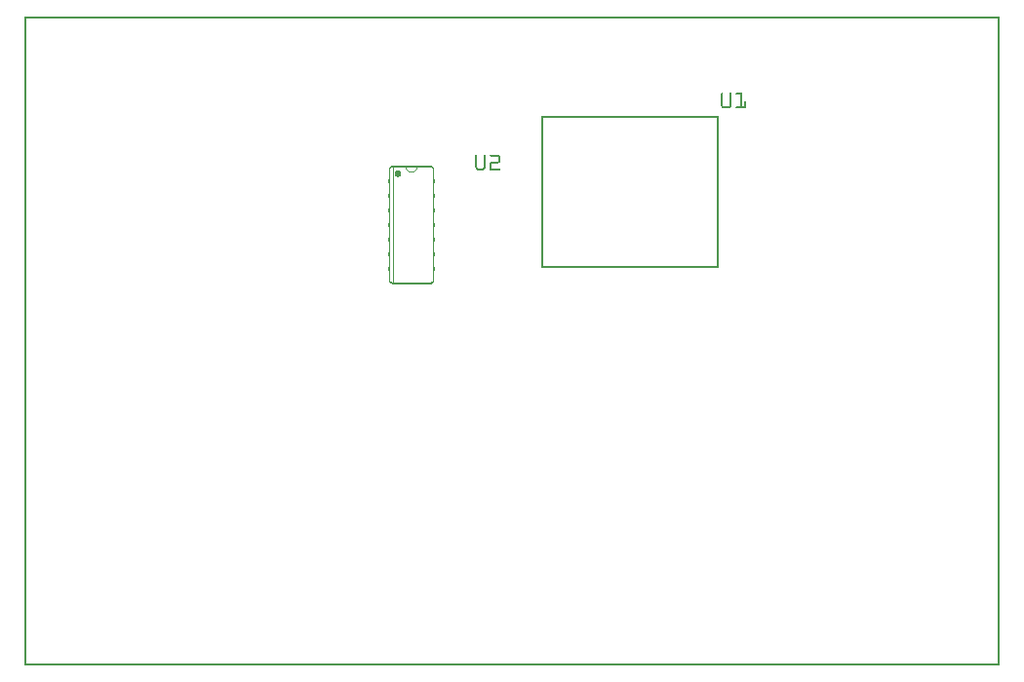
<source format=gto>
G04 MADE WITH FRITZING*
G04 WWW.FRITZING.ORG*
G04 DOUBLE SIDED*
G04 HOLES PLATED*
G04 CONTOUR ON CENTER OF CONTOUR VECTOR*
%ASAXBY*%
%FSLAX23Y23*%
%MOIN*%
%OFA0B0*%
%SFA1.0B1.0*%
%ADD10C,0.008000*%
%ADD11C,0.006000*%
%ADD12C,0.002000*%
%ADD13R,0.001000X0.001000*%
%LNSILK1*%
G90*
G70*
G54D10*
X1769Y1365D02*
X1769Y1877D01*
D02*
X1769Y1365D02*
X2369Y1365D01*
D02*
X2369Y1877D02*
X2369Y1365D01*
G54D11*
D02*
X1261Y1308D02*
X1385Y1308D01*
D02*
X1385Y1708D02*
X1261Y1708D01*
G54D12*
D02*
X1260Y1708D02*
X1260Y1308D01*
G54D13*
X0Y2222D02*
X3332Y2222D01*
X0Y2221D02*
X3332Y2221D01*
X0Y2220D02*
X3332Y2220D01*
X0Y2219D02*
X3332Y2219D01*
X0Y2218D02*
X3332Y2218D01*
X0Y2217D02*
X3332Y2217D01*
X0Y2216D02*
X3332Y2216D01*
X0Y2215D02*
X3332Y2215D01*
X0Y2214D02*
X7Y2214D01*
X3325Y2214D02*
X3332Y2214D01*
X0Y2213D02*
X7Y2213D01*
X3325Y2213D02*
X3332Y2213D01*
X0Y2212D02*
X7Y2212D01*
X3325Y2212D02*
X3332Y2212D01*
X0Y2211D02*
X7Y2211D01*
X3325Y2211D02*
X3332Y2211D01*
X0Y2210D02*
X7Y2210D01*
X3325Y2210D02*
X3332Y2210D01*
X0Y2209D02*
X7Y2209D01*
X3325Y2209D02*
X3332Y2209D01*
X0Y2208D02*
X7Y2208D01*
X3325Y2208D02*
X3332Y2208D01*
X0Y2207D02*
X7Y2207D01*
X3325Y2207D02*
X3332Y2207D01*
X0Y2206D02*
X7Y2206D01*
X3325Y2206D02*
X3332Y2206D01*
X0Y2205D02*
X7Y2205D01*
X3325Y2205D02*
X3332Y2205D01*
X0Y2204D02*
X7Y2204D01*
X3325Y2204D02*
X3332Y2204D01*
X0Y2203D02*
X7Y2203D01*
X3325Y2203D02*
X3332Y2203D01*
X0Y2202D02*
X7Y2202D01*
X3325Y2202D02*
X3332Y2202D01*
X0Y2201D02*
X7Y2201D01*
X3325Y2201D02*
X3332Y2201D01*
X0Y2200D02*
X7Y2200D01*
X3325Y2200D02*
X3332Y2200D01*
X0Y2199D02*
X7Y2199D01*
X3325Y2199D02*
X3332Y2199D01*
X0Y2198D02*
X7Y2198D01*
X3325Y2198D02*
X3332Y2198D01*
X0Y2197D02*
X7Y2197D01*
X3325Y2197D02*
X3332Y2197D01*
X0Y2196D02*
X7Y2196D01*
X3325Y2196D02*
X3332Y2196D01*
X0Y2195D02*
X7Y2195D01*
X3325Y2195D02*
X3332Y2195D01*
X0Y2194D02*
X7Y2194D01*
X3325Y2194D02*
X3332Y2194D01*
X0Y2193D02*
X7Y2193D01*
X3325Y2193D02*
X3332Y2193D01*
X0Y2192D02*
X7Y2192D01*
X3325Y2192D02*
X3332Y2192D01*
X0Y2191D02*
X7Y2191D01*
X3325Y2191D02*
X3332Y2191D01*
X0Y2190D02*
X7Y2190D01*
X3325Y2190D02*
X3332Y2190D01*
X0Y2189D02*
X7Y2189D01*
X3325Y2189D02*
X3332Y2189D01*
X0Y2188D02*
X7Y2188D01*
X3325Y2188D02*
X3332Y2188D01*
X0Y2187D02*
X7Y2187D01*
X3325Y2187D02*
X3332Y2187D01*
X0Y2186D02*
X7Y2186D01*
X3325Y2186D02*
X3332Y2186D01*
X0Y2185D02*
X7Y2185D01*
X3325Y2185D02*
X3332Y2185D01*
X0Y2184D02*
X7Y2184D01*
X3325Y2184D02*
X3332Y2184D01*
X0Y2183D02*
X7Y2183D01*
X3325Y2183D02*
X3332Y2183D01*
X0Y2182D02*
X7Y2182D01*
X3325Y2182D02*
X3332Y2182D01*
X0Y2181D02*
X7Y2181D01*
X3325Y2181D02*
X3332Y2181D01*
X0Y2180D02*
X7Y2180D01*
X3325Y2180D02*
X3332Y2180D01*
X0Y2179D02*
X7Y2179D01*
X3325Y2179D02*
X3332Y2179D01*
X0Y2178D02*
X7Y2178D01*
X3325Y2178D02*
X3332Y2178D01*
X0Y2177D02*
X7Y2177D01*
X3325Y2177D02*
X3332Y2177D01*
X0Y2176D02*
X7Y2176D01*
X3325Y2176D02*
X3332Y2176D01*
X0Y2175D02*
X7Y2175D01*
X3325Y2175D02*
X3332Y2175D01*
X0Y2174D02*
X7Y2174D01*
X3325Y2174D02*
X3332Y2174D01*
X0Y2173D02*
X7Y2173D01*
X3325Y2173D02*
X3332Y2173D01*
X0Y2172D02*
X7Y2172D01*
X3325Y2172D02*
X3332Y2172D01*
X0Y2171D02*
X7Y2171D01*
X3325Y2171D02*
X3332Y2171D01*
X0Y2170D02*
X7Y2170D01*
X3325Y2170D02*
X3332Y2170D01*
X0Y2169D02*
X7Y2169D01*
X3325Y2169D02*
X3332Y2169D01*
X0Y2168D02*
X7Y2168D01*
X3325Y2168D02*
X3332Y2168D01*
X0Y2167D02*
X7Y2167D01*
X3325Y2167D02*
X3332Y2167D01*
X0Y2166D02*
X7Y2166D01*
X3325Y2166D02*
X3332Y2166D01*
X0Y2165D02*
X7Y2165D01*
X3325Y2165D02*
X3332Y2165D01*
X0Y2164D02*
X7Y2164D01*
X3325Y2164D02*
X3332Y2164D01*
X0Y2163D02*
X7Y2163D01*
X3325Y2163D02*
X3332Y2163D01*
X0Y2162D02*
X7Y2162D01*
X3325Y2162D02*
X3332Y2162D01*
X0Y2161D02*
X7Y2161D01*
X3325Y2161D02*
X3332Y2161D01*
X0Y2160D02*
X7Y2160D01*
X3325Y2160D02*
X3332Y2160D01*
X0Y2159D02*
X7Y2159D01*
X3325Y2159D02*
X3332Y2159D01*
X0Y2158D02*
X7Y2158D01*
X3325Y2158D02*
X3332Y2158D01*
X0Y2157D02*
X7Y2157D01*
X3325Y2157D02*
X3332Y2157D01*
X0Y2156D02*
X7Y2156D01*
X3325Y2156D02*
X3332Y2156D01*
X0Y2155D02*
X7Y2155D01*
X3325Y2155D02*
X3332Y2155D01*
X0Y2154D02*
X7Y2154D01*
X3325Y2154D02*
X3332Y2154D01*
X0Y2153D02*
X7Y2153D01*
X3325Y2153D02*
X3332Y2153D01*
X0Y2152D02*
X7Y2152D01*
X3325Y2152D02*
X3332Y2152D01*
X0Y2151D02*
X7Y2151D01*
X3325Y2151D02*
X3332Y2151D01*
X0Y2150D02*
X7Y2150D01*
X3325Y2150D02*
X3332Y2150D01*
X0Y2149D02*
X7Y2149D01*
X3325Y2149D02*
X3332Y2149D01*
X0Y2148D02*
X7Y2148D01*
X3325Y2148D02*
X3332Y2148D01*
X0Y2147D02*
X7Y2147D01*
X3325Y2147D02*
X3332Y2147D01*
X0Y2146D02*
X7Y2146D01*
X3325Y2146D02*
X3332Y2146D01*
X0Y2145D02*
X7Y2145D01*
X3325Y2145D02*
X3332Y2145D01*
X0Y2144D02*
X7Y2144D01*
X3325Y2144D02*
X3332Y2144D01*
X0Y2143D02*
X7Y2143D01*
X3325Y2143D02*
X3332Y2143D01*
X0Y2142D02*
X7Y2142D01*
X3325Y2142D02*
X3332Y2142D01*
X0Y2141D02*
X7Y2141D01*
X3325Y2141D02*
X3332Y2141D01*
X0Y2140D02*
X7Y2140D01*
X3325Y2140D02*
X3332Y2140D01*
X0Y2139D02*
X7Y2139D01*
X3325Y2139D02*
X3332Y2139D01*
X0Y2138D02*
X7Y2138D01*
X3325Y2138D02*
X3332Y2138D01*
X0Y2137D02*
X7Y2137D01*
X3325Y2137D02*
X3332Y2137D01*
X0Y2136D02*
X7Y2136D01*
X3325Y2136D02*
X3332Y2136D01*
X0Y2135D02*
X7Y2135D01*
X3325Y2135D02*
X3332Y2135D01*
X0Y2134D02*
X7Y2134D01*
X3325Y2134D02*
X3332Y2134D01*
X0Y2133D02*
X7Y2133D01*
X3325Y2133D02*
X3332Y2133D01*
X0Y2132D02*
X7Y2132D01*
X3325Y2132D02*
X3332Y2132D01*
X0Y2131D02*
X7Y2131D01*
X3325Y2131D02*
X3332Y2131D01*
X0Y2130D02*
X7Y2130D01*
X3325Y2130D02*
X3332Y2130D01*
X0Y2129D02*
X7Y2129D01*
X3325Y2129D02*
X3332Y2129D01*
X0Y2128D02*
X7Y2128D01*
X3325Y2128D02*
X3332Y2128D01*
X0Y2127D02*
X7Y2127D01*
X3325Y2127D02*
X3332Y2127D01*
X0Y2126D02*
X7Y2126D01*
X3325Y2126D02*
X3332Y2126D01*
X0Y2125D02*
X7Y2125D01*
X3325Y2125D02*
X3332Y2125D01*
X0Y2124D02*
X7Y2124D01*
X3325Y2124D02*
X3332Y2124D01*
X0Y2123D02*
X7Y2123D01*
X3325Y2123D02*
X3332Y2123D01*
X0Y2122D02*
X7Y2122D01*
X3325Y2122D02*
X3332Y2122D01*
X0Y2121D02*
X7Y2121D01*
X3325Y2121D02*
X3332Y2121D01*
X0Y2120D02*
X7Y2120D01*
X3325Y2120D02*
X3332Y2120D01*
X0Y2119D02*
X7Y2119D01*
X3325Y2119D02*
X3332Y2119D01*
X0Y2118D02*
X7Y2118D01*
X3325Y2118D02*
X3332Y2118D01*
X0Y2117D02*
X7Y2117D01*
X3325Y2117D02*
X3332Y2117D01*
X0Y2116D02*
X7Y2116D01*
X3325Y2116D02*
X3332Y2116D01*
X0Y2115D02*
X7Y2115D01*
X3325Y2115D02*
X3332Y2115D01*
X0Y2114D02*
X7Y2114D01*
X3325Y2114D02*
X3332Y2114D01*
X0Y2113D02*
X7Y2113D01*
X3325Y2113D02*
X3332Y2113D01*
X0Y2112D02*
X7Y2112D01*
X3325Y2112D02*
X3332Y2112D01*
X0Y2111D02*
X7Y2111D01*
X3325Y2111D02*
X3332Y2111D01*
X0Y2110D02*
X7Y2110D01*
X3325Y2110D02*
X3332Y2110D01*
X0Y2109D02*
X7Y2109D01*
X3325Y2109D02*
X3332Y2109D01*
X0Y2108D02*
X7Y2108D01*
X3325Y2108D02*
X3332Y2108D01*
X0Y2107D02*
X7Y2107D01*
X3325Y2107D02*
X3332Y2107D01*
X0Y2106D02*
X7Y2106D01*
X3325Y2106D02*
X3332Y2106D01*
X0Y2105D02*
X7Y2105D01*
X3325Y2105D02*
X3332Y2105D01*
X0Y2104D02*
X7Y2104D01*
X3325Y2104D02*
X3332Y2104D01*
X0Y2103D02*
X7Y2103D01*
X3325Y2103D02*
X3332Y2103D01*
X0Y2102D02*
X7Y2102D01*
X3325Y2102D02*
X3332Y2102D01*
X0Y2101D02*
X7Y2101D01*
X3325Y2101D02*
X3332Y2101D01*
X0Y2100D02*
X7Y2100D01*
X3325Y2100D02*
X3332Y2100D01*
X0Y2099D02*
X7Y2099D01*
X3325Y2099D02*
X3332Y2099D01*
X0Y2098D02*
X7Y2098D01*
X3325Y2098D02*
X3332Y2098D01*
X0Y2097D02*
X7Y2097D01*
X3325Y2097D02*
X3332Y2097D01*
X0Y2096D02*
X7Y2096D01*
X3325Y2096D02*
X3332Y2096D01*
X0Y2095D02*
X7Y2095D01*
X3325Y2095D02*
X3332Y2095D01*
X0Y2094D02*
X7Y2094D01*
X3325Y2094D02*
X3332Y2094D01*
X0Y2093D02*
X7Y2093D01*
X3325Y2093D02*
X3332Y2093D01*
X0Y2092D02*
X7Y2092D01*
X3325Y2092D02*
X3332Y2092D01*
X0Y2091D02*
X7Y2091D01*
X3325Y2091D02*
X3332Y2091D01*
X0Y2090D02*
X7Y2090D01*
X3325Y2090D02*
X3332Y2090D01*
X0Y2089D02*
X7Y2089D01*
X3325Y2089D02*
X3332Y2089D01*
X0Y2088D02*
X7Y2088D01*
X3325Y2088D02*
X3332Y2088D01*
X0Y2087D02*
X7Y2087D01*
X3325Y2087D02*
X3332Y2087D01*
X0Y2086D02*
X7Y2086D01*
X3325Y2086D02*
X3332Y2086D01*
X0Y2085D02*
X7Y2085D01*
X3325Y2085D02*
X3332Y2085D01*
X0Y2084D02*
X7Y2084D01*
X3325Y2084D02*
X3332Y2084D01*
X0Y2083D02*
X7Y2083D01*
X3325Y2083D02*
X3332Y2083D01*
X0Y2082D02*
X7Y2082D01*
X3325Y2082D02*
X3332Y2082D01*
X0Y2081D02*
X7Y2081D01*
X3325Y2081D02*
X3332Y2081D01*
X0Y2080D02*
X7Y2080D01*
X3325Y2080D02*
X3332Y2080D01*
X0Y2079D02*
X7Y2079D01*
X3325Y2079D02*
X3332Y2079D01*
X0Y2078D02*
X7Y2078D01*
X3325Y2078D02*
X3332Y2078D01*
X0Y2077D02*
X7Y2077D01*
X3325Y2077D02*
X3332Y2077D01*
X0Y2076D02*
X7Y2076D01*
X3325Y2076D02*
X3332Y2076D01*
X0Y2075D02*
X7Y2075D01*
X3325Y2075D02*
X3332Y2075D01*
X0Y2074D02*
X7Y2074D01*
X3325Y2074D02*
X3332Y2074D01*
X0Y2073D02*
X7Y2073D01*
X3325Y2073D02*
X3332Y2073D01*
X0Y2072D02*
X7Y2072D01*
X3325Y2072D02*
X3332Y2072D01*
X0Y2071D02*
X7Y2071D01*
X3325Y2071D02*
X3332Y2071D01*
X0Y2070D02*
X7Y2070D01*
X3325Y2070D02*
X3332Y2070D01*
X0Y2069D02*
X7Y2069D01*
X3325Y2069D02*
X3332Y2069D01*
X0Y2068D02*
X7Y2068D01*
X3325Y2068D02*
X3332Y2068D01*
X0Y2067D02*
X7Y2067D01*
X3325Y2067D02*
X3332Y2067D01*
X0Y2066D02*
X7Y2066D01*
X3325Y2066D02*
X3332Y2066D01*
X0Y2065D02*
X7Y2065D01*
X3325Y2065D02*
X3332Y2065D01*
X0Y2064D02*
X7Y2064D01*
X3325Y2064D02*
X3332Y2064D01*
X0Y2063D02*
X7Y2063D01*
X3325Y2063D02*
X3332Y2063D01*
X0Y2062D02*
X7Y2062D01*
X3325Y2062D02*
X3332Y2062D01*
X0Y2061D02*
X7Y2061D01*
X3325Y2061D02*
X3332Y2061D01*
X0Y2060D02*
X7Y2060D01*
X3325Y2060D02*
X3332Y2060D01*
X0Y2059D02*
X7Y2059D01*
X3325Y2059D02*
X3332Y2059D01*
X0Y2058D02*
X7Y2058D01*
X3325Y2058D02*
X3332Y2058D01*
X0Y2057D02*
X7Y2057D01*
X3325Y2057D02*
X3332Y2057D01*
X0Y2056D02*
X7Y2056D01*
X3325Y2056D02*
X3332Y2056D01*
X0Y2055D02*
X7Y2055D01*
X3325Y2055D02*
X3332Y2055D01*
X0Y2054D02*
X7Y2054D01*
X3325Y2054D02*
X3332Y2054D01*
X0Y2053D02*
X7Y2053D01*
X3325Y2053D02*
X3332Y2053D01*
X0Y2052D02*
X7Y2052D01*
X3325Y2052D02*
X3332Y2052D01*
X0Y2051D02*
X7Y2051D01*
X3325Y2051D02*
X3332Y2051D01*
X0Y2050D02*
X7Y2050D01*
X3325Y2050D02*
X3332Y2050D01*
X0Y2049D02*
X7Y2049D01*
X3325Y2049D02*
X3332Y2049D01*
X0Y2048D02*
X7Y2048D01*
X3325Y2048D02*
X3332Y2048D01*
X0Y2047D02*
X7Y2047D01*
X3325Y2047D02*
X3332Y2047D01*
X0Y2046D02*
X7Y2046D01*
X3325Y2046D02*
X3332Y2046D01*
X0Y2045D02*
X7Y2045D01*
X3325Y2045D02*
X3332Y2045D01*
X0Y2044D02*
X7Y2044D01*
X3325Y2044D02*
X3332Y2044D01*
X0Y2043D02*
X7Y2043D01*
X3325Y2043D02*
X3332Y2043D01*
X0Y2042D02*
X7Y2042D01*
X3325Y2042D02*
X3332Y2042D01*
X0Y2041D02*
X7Y2041D01*
X3325Y2041D02*
X3332Y2041D01*
X0Y2040D02*
X7Y2040D01*
X3325Y2040D02*
X3332Y2040D01*
X0Y2039D02*
X7Y2039D01*
X3325Y2039D02*
X3332Y2039D01*
X0Y2038D02*
X7Y2038D01*
X3325Y2038D02*
X3332Y2038D01*
X0Y2037D02*
X7Y2037D01*
X3325Y2037D02*
X3332Y2037D01*
X0Y2036D02*
X7Y2036D01*
X3325Y2036D02*
X3332Y2036D01*
X0Y2035D02*
X7Y2035D01*
X3325Y2035D02*
X3332Y2035D01*
X0Y2034D02*
X7Y2034D01*
X3325Y2034D02*
X3332Y2034D01*
X0Y2033D02*
X7Y2033D01*
X3325Y2033D02*
X3332Y2033D01*
X0Y2032D02*
X7Y2032D01*
X3325Y2032D02*
X3332Y2032D01*
X0Y2031D02*
X7Y2031D01*
X3325Y2031D02*
X3332Y2031D01*
X0Y2030D02*
X7Y2030D01*
X3325Y2030D02*
X3332Y2030D01*
X0Y2029D02*
X7Y2029D01*
X3325Y2029D02*
X3332Y2029D01*
X0Y2028D02*
X7Y2028D01*
X3325Y2028D02*
X3332Y2028D01*
X0Y2027D02*
X7Y2027D01*
X3325Y2027D02*
X3332Y2027D01*
X0Y2026D02*
X7Y2026D01*
X3325Y2026D02*
X3332Y2026D01*
X0Y2025D02*
X7Y2025D01*
X3325Y2025D02*
X3332Y2025D01*
X0Y2024D02*
X7Y2024D01*
X3325Y2024D02*
X3332Y2024D01*
X0Y2023D02*
X7Y2023D01*
X3325Y2023D02*
X3332Y2023D01*
X0Y2022D02*
X7Y2022D01*
X3325Y2022D02*
X3332Y2022D01*
X0Y2021D02*
X7Y2021D01*
X3325Y2021D02*
X3332Y2021D01*
X0Y2020D02*
X7Y2020D01*
X3325Y2020D02*
X3332Y2020D01*
X0Y2019D02*
X7Y2019D01*
X3325Y2019D02*
X3332Y2019D01*
X0Y2018D02*
X7Y2018D01*
X3325Y2018D02*
X3332Y2018D01*
X0Y2017D02*
X7Y2017D01*
X3325Y2017D02*
X3332Y2017D01*
X0Y2016D02*
X7Y2016D01*
X3325Y2016D02*
X3332Y2016D01*
X0Y2015D02*
X7Y2015D01*
X3325Y2015D02*
X3332Y2015D01*
X0Y2014D02*
X7Y2014D01*
X3325Y2014D02*
X3332Y2014D01*
X0Y2013D02*
X7Y2013D01*
X3325Y2013D02*
X3332Y2013D01*
X0Y2012D02*
X7Y2012D01*
X3325Y2012D02*
X3332Y2012D01*
X0Y2011D02*
X7Y2011D01*
X3325Y2011D02*
X3332Y2011D01*
X0Y2010D02*
X7Y2010D01*
X3325Y2010D02*
X3332Y2010D01*
X0Y2009D02*
X7Y2009D01*
X3325Y2009D02*
X3332Y2009D01*
X0Y2008D02*
X7Y2008D01*
X3325Y2008D02*
X3332Y2008D01*
X0Y2007D02*
X7Y2007D01*
X3325Y2007D02*
X3332Y2007D01*
X0Y2006D02*
X7Y2006D01*
X3325Y2006D02*
X3332Y2006D01*
X0Y2005D02*
X7Y2005D01*
X3325Y2005D02*
X3332Y2005D01*
X0Y2004D02*
X7Y2004D01*
X3325Y2004D02*
X3332Y2004D01*
X0Y2003D02*
X7Y2003D01*
X3325Y2003D02*
X3332Y2003D01*
X0Y2002D02*
X7Y2002D01*
X3325Y2002D02*
X3332Y2002D01*
X0Y2001D02*
X7Y2001D01*
X3325Y2001D02*
X3332Y2001D01*
X0Y2000D02*
X7Y2000D01*
X3325Y2000D02*
X3332Y2000D01*
X0Y1999D02*
X7Y1999D01*
X3325Y1999D02*
X3332Y1999D01*
X0Y1998D02*
X7Y1998D01*
X3325Y1998D02*
X3332Y1998D01*
X0Y1997D02*
X7Y1997D01*
X3325Y1997D02*
X3332Y1997D01*
X0Y1996D02*
X7Y1996D01*
X3325Y1996D02*
X3332Y1996D01*
X0Y1995D02*
X7Y1995D01*
X3325Y1995D02*
X3332Y1995D01*
X0Y1994D02*
X7Y1994D01*
X3325Y1994D02*
X3332Y1994D01*
X0Y1993D02*
X7Y1993D01*
X3325Y1993D02*
X3332Y1993D01*
X0Y1992D02*
X7Y1992D01*
X3325Y1992D02*
X3332Y1992D01*
X0Y1991D02*
X7Y1991D01*
X3325Y1991D02*
X3332Y1991D01*
X0Y1990D02*
X7Y1990D01*
X3325Y1990D02*
X3332Y1990D01*
X0Y1989D02*
X7Y1989D01*
X3325Y1989D02*
X3332Y1989D01*
X0Y1988D02*
X7Y1988D01*
X3325Y1988D02*
X3332Y1988D01*
X0Y1987D02*
X7Y1987D01*
X3325Y1987D02*
X3332Y1987D01*
X0Y1986D02*
X7Y1986D01*
X3325Y1986D02*
X3332Y1986D01*
X0Y1985D02*
X7Y1985D01*
X3325Y1985D02*
X3332Y1985D01*
X0Y1984D02*
X7Y1984D01*
X3325Y1984D02*
X3332Y1984D01*
X0Y1983D02*
X7Y1983D01*
X3325Y1983D02*
X3332Y1983D01*
X0Y1982D02*
X7Y1982D01*
X3325Y1982D02*
X3332Y1982D01*
X0Y1981D02*
X7Y1981D01*
X3325Y1981D02*
X3332Y1981D01*
X0Y1980D02*
X7Y1980D01*
X3325Y1980D02*
X3332Y1980D01*
X0Y1979D02*
X7Y1979D01*
X3325Y1979D02*
X3332Y1979D01*
X0Y1978D02*
X7Y1978D01*
X3325Y1978D02*
X3332Y1978D01*
X0Y1977D02*
X7Y1977D01*
X3325Y1977D02*
X3332Y1977D01*
X0Y1976D02*
X7Y1976D01*
X3325Y1976D02*
X3332Y1976D01*
X0Y1975D02*
X7Y1975D01*
X3325Y1975D02*
X3332Y1975D01*
X0Y1974D02*
X7Y1974D01*
X3325Y1974D02*
X3332Y1974D01*
X0Y1973D02*
X7Y1973D01*
X3325Y1973D02*
X3332Y1973D01*
X0Y1972D02*
X7Y1972D01*
X3325Y1972D02*
X3332Y1972D01*
X0Y1971D02*
X7Y1971D01*
X3325Y1971D02*
X3332Y1971D01*
X0Y1970D02*
X7Y1970D01*
X3325Y1970D02*
X3332Y1970D01*
X0Y1969D02*
X7Y1969D01*
X3325Y1969D02*
X3332Y1969D01*
X0Y1968D02*
X7Y1968D01*
X3325Y1968D02*
X3332Y1968D01*
X0Y1967D02*
X7Y1967D01*
X3325Y1967D02*
X3332Y1967D01*
X0Y1966D02*
X7Y1966D01*
X3325Y1966D02*
X3332Y1966D01*
X0Y1965D02*
X7Y1965D01*
X3325Y1965D02*
X3332Y1965D01*
X0Y1964D02*
X7Y1964D01*
X3325Y1964D02*
X3332Y1964D01*
X0Y1963D02*
X7Y1963D01*
X3325Y1963D02*
X3332Y1963D01*
X0Y1962D02*
X7Y1962D01*
X3325Y1962D02*
X3332Y1962D01*
X0Y1961D02*
X7Y1961D01*
X2384Y1961D02*
X2385Y1961D01*
X2411Y1961D02*
X2412Y1961D01*
X2434Y1961D02*
X2451Y1961D01*
X3325Y1961D02*
X3332Y1961D01*
X0Y1960D02*
X7Y1960D01*
X2382Y1960D02*
X2386Y1960D01*
X2410Y1960D02*
X2414Y1960D01*
X2432Y1960D02*
X2451Y1960D01*
X3325Y1960D02*
X3332Y1960D01*
X0Y1959D02*
X7Y1959D01*
X2381Y1959D02*
X2387Y1959D01*
X2409Y1959D02*
X2414Y1959D01*
X2431Y1959D02*
X2451Y1959D01*
X3325Y1959D02*
X3332Y1959D01*
X0Y1958D02*
X7Y1958D01*
X2381Y1958D02*
X2387Y1958D01*
X2409Y1958D02*
X2415Y1958D01*
X2431Y1958D02*
X2451Y1958D01*
X3325Y1958D02*
X3332Y1958D01*
X0Y1957D02*
X7Y1957D01*
X2381Y1957D02*
X2387Y1957D01*
X2409Y1957D02*
X2415Y1957D01*
X2431Y1957D02*
X2451Y1957D01*
X3325Y1957D02*
X3332Y1957D01*
X0Y1956D02*
X7Y1956D01*
X2381Y1956D02*
X2387Y1956D01*
X2409Y1956D02*
X2415Y1956D01*
X2432Y1956D02*
X2451Y1956D01*
X3325Y1956D02*
X3332Y1956D01*
X0Y1955D02*
X7Y1955D01*
X2381Y1955D02*
X2387Y1955D01*
X2409Y1955D02*
X2415Y1955D01*
X2432Y1955D02*
X2451Y1955D01*
X3325Y1955D02*
X3332Y1955D01*
X0Y1954D02*
X7Y1954D01*
X2381Y1954D02*
X2387Y1954D01*
X2409Y1954D02*
X2415Y1954D01*
X2445Y1954D02*
X2451Y1954D01*
X3325Y1954D02*
X3332Y1954D01*
X0Y1953D02*
X7Y1953D01*
X2381Y1953D02*
X2387Y1953D01*
X2409Y1953D02*
X2415Y1953D01*
X2445Y1953D02*
X2451Y1953D01*
X3325Y1953D02*
X3332Y1953D01*
X0Y1952D02*
X7Y1952D01*
X2381Y1952D02*
X2387Y1952D01*
X2409Y1952D02*
X2415Y1952D01*
X2445Y1952D02*
X2451Y1952D01*
X3325Y1952D02*
X3332Y1952D01*
X0Y1951D02*
X7Y1951D01*
X2381Y1951D02*
X2387Y1951D01*
X2409Y1951D02*
X2415Y1951D01*
X2445Y1951D02*
X2451Y1951D01*
X3325Y1951D02*
X3332Y1951D01*
X0Y1950D02*
X7Y1950D01*
X2381Y1950D02*
X2387Y1950D01*
X2409Y1950D02*
X2415Y1950D01*
X2445Y1950D02*
X2451Y1950D01*
X3325Y1950D02*
X3332Y1950D01*
X0Y1949D02*
X7Y1949D01*
X2381Y1949D02*
X2387Y1949D01*
X2409Y1949D02*
X2415Y1949D01*
X2445Y1949D02*
X2451Y1949D01*
X3325Y1949D02*
X3332Y1949D01*
X0Y1948D02*
X7Y1948D01*
X2381Y1948D02*
X2387Y1948D01*
X2409Y1948D02*
X2415Y1948D01*
X2445Y1948D02*
X2451Y1948D01*
X3325Y1948D02*
X3332Y1948D01*
X0Y1947D02*
X7Y1947D01*
X2381Y1947D02*
X2387Y1947D01*
X2409Y1947D02*
X2415Y1947D01*
X2445Y1947D02*
X2451Y1947D01*
X3325Y1947D02*
X3332Y1947D01*
X0Y1946D02*
X7Y1946D01*
X2381Y1946D02*
X2387Y1946D01*
X2409Y1946D02*
X2415Y1946D01*
X2445Y1946D02*
X2451Y1946D01*
X3325Y1946D02*
X3332Y1946D01*
X0Y1945D02*
X7Y1945D01*
X2381Y1945D02*
X2387Y1945D01*
X2409Y1945D02*
X2415Y1945D01*
X2445Y1945D02*
X2451Y1945D01*
X3325Y1945D02*
X3332Y1945D01*
X0Y1944D02*
X7Y1944D01*
X2381Y1944D02*
X2387Y1944D01*
X2409Y1944D02*
X2415Y1944D01*
X2445Y1944D02*
X2451Y1944D01*
X3325Y1944D02*
X3332Y1944D01*
X0Y1943D02*
X7Y1943D01*
X2381Y1943D02*
X2387Y1943D01*
X2409Y1943D02*
X2415Y1943D01*
X2445Y1943D02*
X2451Y1943D01*
X3325Y1943D02*
X3332Y1943D01*
X0Y1942D02*
X7Y1942D01*
X2381Y1942D02*
X2387Y1942D01*
X2409Y1942D02*
X2415Y1942D01*
X2445Y1942D02*
X2451Y1942D01*
X3325Y1942D02*
X3332Y1942D01*
X0Y1941D02*
X7Y1941D01*
X2381Y1941D02*
X2387Y1941D01*
X2409Y1941D02*
X2415Y1941D01*
X2445Y1941D02*
X2451Y1941D01*
X3325Y1941D02*
X3332Y1941D01*
X0Y1940D02*
X7Y1940D01*
X2381Y1940D02*
X2387Y1940D01*
X2409Y1940D02*
X2415Y1940D01*
X2445Y1940D02*
X2451Y1940D01*
X3325Y1940D02*
X3332Y1940D01*
X0Y1939D02*
X7Y1939D01*
X2381Y1939D02*
X2387Y1939D01*
X2409Y1939D02*
X2415Y1939D01*
X2445Y1939D02*
X2451Y1939D01*
X3325Y1939D02*
X3332Y1939D01*
X0Y1938D02*
X7Y1938D01*
X2381Y1938D02*
X2387Y1938D01*
X2409Y1938D02*
X2415Y1938D01*
X2445Y1938D02*
X2451Y1938D01*
X3325Y1938D02*
X3332Y1938D01*
X0Y1937D02*
X7Y1937D01*
X2381Y1937D02*
X2387Y1937D01*
X2409Y1937D02*
X2415Y1937D01*
X2445Y1937D02*
X2451Y1937D01*
X3325Y1937D02*
X3332Y1937D01*
X0Y1936D02*
X7Y1936D01*
X2381Y1936D02*
X2387Y1936D01*
X2409Y1936D02*
X2415Y1936D01*
X2445Y1936D02*
X2451Y1936D01*
X3325Y1936D02*
X3332Y1936D01*
X0Y1935D02*
X7Y1935D01*
X2381Y1935D02*
X2387Y1935D01*
X2409Y1935D02*
X2415Y1935D01*
X2445Y1935D02*
X2451Y1935D01*
X3325Y1935D02*
X3332Y1935D01*
X0Y1934D02*
X7Y1934D01*
X2381Y1934D02*
X2387Y1934D01*
X2409Y1934D02*
X2415Y1934D01*
X2445Y1934D02*
X2451Y1934D01*
X3325Y1934D02*
X3332Y1934D01*
X0Y1933D02*
X7Y1933D01*
X2381Y1933D02*
X2387Y1933D01*
X2409Y1933D02*
X2415Y1933D01*
X2445Y1933D02*
X2451Y1933D01*
X3325Y1933D02*
X3332Y1933D01*
X0Y1932D02*
X7Y1932D01*
X2381Y1932D02*
X2387Y1932D01*
X2409Y1932D02*
X2415Y1932D01*
X2445Y1932D02*
X2451Y1932D01*
X3325Y1932D02*
X3332Y1932D01*
X0Y1931D02*
X7Y1931D01*
X2381Y1931D02*
X2387Y1931D01*
X2409Y1931D02*
X2415Y1931D01*
X2445Y1931D02*
X2451Y1931D01*
X2460Y1931D02*
X2463Y1931D01*
X3325Y1931D02*
X3332Y1931D01*
X0Y1930D02*
X7Y1930D01*
X2381Y1930D02*
X2387Y1930D01*
X2409Y1930D02*
X2415Y1930D01*
X2445Y1930D02*
X2451Y1930D01*
X2459Y1930D02*
X2464Y1930D01*
X3325Y1930D02*
X3332Y1930D01*
X0Y1929D02*
X7Y1929D01*
X2381Y1929D02*
X2387Y1929D01*
X2409Y1929D02*
X2415Y1929D01*
X2445Y1929D02*
X2451Y1929D01*
X2459Y1929D02*
X2464Y1929D01*
X3325Y1929D02*
X3332Y1929D01*
X0Y1928D02*
X7Y1928D01*
X2381Y1928D02*
X2387Y1928D01*
X2409Y1928D02*
X2415Y1928D01*
X2445Y1928D02*
X2451Y1928D01*
X2459Y1928D02*
X2465Y1928D01*
X3325Y1928D02*
X3332Y1928D01*
X0Y1927D02*
X7Y1927D01*
X2381Y1927D02*
X2387Y1927D01*
X2409Y1927D02*
X2415Y1927D01*
X2445Y1927D02*
X2451Y1927D01*
X2459Y1927D02*
X2465Y1927D01*
X3325Y1927D02*
X3332Y1927D01*
X0Y1926D02*
X7Y1926D01*
X2381Y1926D02*
X2387Y1926D01*
X2409Y1926D02*
X2415Y1926D01*
X2445Y1926D02*
X2451Y1926D01*
X2459Y1926D02*
X2465Y1926D01*
X3325Y1926D02*
X3332Y1926D01*
X0Y1925D02*
X7Y1925D01*
X2381Y1925D02*
X2387Y1925D01*
X2409Y1925D02*
X2415Y1925D01*
X2445Y1925D02*
X2451Y1925D01*
X2459Y1925D02*
X2465Y1925D01*
X3325Y1925D02*
X3332Y1925D01*
X0Y1924D02*
X7Y1924D01*
X2381Y1924D02*
X2387Y1924D01*
X2409Y1924D02*
X2415Y1924D01*
X2445Y1924D02*
X2451Y1924D01*
X2459Y1924D02*
X2465Y1924D01*
X3325Y1924D02*
X3332Y1924D01*
X0Y1923D02*
X7Y1923D01*
X2381Y1923D02*
X2387Y1923D01*
X2409Y1923D02*
X2415Y1923D01*
X2445Y1923D02*
X2451Y1923D01*
X2459Y1923D02*
X2465Y1923D01*
X3325Y1923D02*
X3332Y1923D01*
X0Y1922D02*
X7Y1922D01*
X2381Y1922D02*
X2387Y1922D01*
X2409Y1922D02*
X2415Y1922D01*
X2445Y1922D02*
X2451Y1922D01*
X2459Y1922D02*
X2465Y1922D01*
X3325Y1922D02*
X3332Y1922D01*
X0Y1921D02*
X7Y1921D01*
X2381Y1921D02*
X2387Y1921D01*
X2409Y1921D02*
X2415Y1921D01*
X2445Y1921D02*
X2451Y1921D01*
X2459Y1921D02*
X2465Y1921D01*
X3325Y1921D02*
X3332Y1921D01*
X0Y1920D02*
X7Y1920D01*
X2381Y1920D02*
X2387Y1920D01*
X2409Y1920D02*
X2415Y1920D01*
X2445Y1920D02*
X2451Y1920D01*
X2459Y1920D02*
X2465Y1920D01*
X3325Y1920D02*
X3332Y1920D01*
X0Y1919D02*
X7Y1919D01*
X2381Y1919D02*
X2387Y1919D01*
X2409Y1919D02*
X2415Y1919D01*
X2445Y1919D02*
X2451Y1919D01*
X2459Y1919D02*
X2465Y1919D01*
X3325Y1919D02*
X3332Y1919D01*
X0Y1918D02*
X7Y1918D01*
X2381Y1918D02*
X2387Y1918D01*
X2409Y1918D02*
X2415Y1918D01*
X2445Y1918D02*
X2451Y1918D01*
X2459Y1918D02*
X2465Y1918D01*
X3325Y1918D02*
X3332Y1918D01*
X0Y1917D02*
X7Y1917D01*
X2381Y1917D02*
X2387Y1917D01*
X2409Y1917D02*
X2415Y1917D01*
X2445Y1917D02*
X2451Y1917D01*
X2459Y1917D02*
X2465Y1917D01*
X3325Y1917D02*
X3332Y1917D01*
X0Y1916D02*
X7Y1916D01*
X2381Y1916D02*
X2387Y1916D01*
X2408Y1916D02*
X2414Y1916D01*
X2445Y1916D02*
X2451Y1916D01*
X2459Y1916D02*
X2465Y1916D01*
X3325Y1916D02*
X3332Y1916D01*
X0Y1915D02*
X7Y1915D01*
X2381Y1915D02*
X2388Y1915D01*
X2407Y1915D02*
X2414Y1915D01*
X2445Y1915D02*
X2451Y1915D01*
X2459Y1915D02*
X2465Y1915D01*
X3325Y1915D02*
X3332Y1915D01*
X0Y1914D02*
X7Y1914D01*
X2382Y1914D02*
X2414Y1914D01*
X2434Y1914D02*
X2465Y1914D01*
X3325Y1914D02*
X3332Y1914D01*
X0Y1913D02*
X7Y1913D01*
X2382Y1913D02*
X2414Y1913D01*
X2432Y1913D02*
X2465Y1913D01*
X3325Y1913D02*
X3332Y1913D01*
X0Y1912D02*
X7Y1912D01*
X2383Y1912D02*
X2413Y1912D01*
X2431Y1912D02*
X2465Y1912D01*
X3325Y1912D02*
X3332Y1912D01*
X0Y1911D02*
X7Y1911D01*
X2383Y1911D02*
X2412Y1911D01*
X2431Y1911D02*
X2465Y1911D01*
X3325Y1911D02*
X3332Y1911D01*
X0Y1910D02*
X7Y1910D01*
X2384Y1910D02*
X2411Y1910D01*
X2431Y1910D02*
X2465Y1910D01*
X3325Y1910D02*
X3332Y1910D01*
X0Y1909D02*
X7Y1909D01*
X2386Y1909D02*
X2410Y1909D01*
X2431Y1909D02*
X2464Y1909D01*
X3325Y1909D02*
X3332Y1909D01*
X0Y1908D02*
X7Y1908D01*
X2387Y1908D02*
X2408Y1908D01*
X2432Y1908D02*
X2463Y1908D01*
X3325Y1908D02*
X3332Y1908D01*
X0Y1907D02*
X7Y1907D01*
X3325Y1907D02*
X3332Y1907D01*
X0Y1906D02*
X7Y1906D01*
X3325Y1906D02*
X3332Y1906D01*
X0Y1905D02*
X7Y1905D01*
X3325Y1905D02*
X3332Y1905D01*
X0Y1904D02*
X7Y1904D01*
X3325Y1904D02*
X3332Y1904D01*
X0Y1903D02*
X7Y1903D01*
X3325Y1903D02*
X3332Y1903D01*
X0Y1902D02*
X7Y1902D01*
X3325Y1902D02*
X3332Y1902D01*
X0Y1901D02*
X7Y1901D01*
X3325Y1901D02*
X3332Y1901D01*
X0Y1900D02*
X7Y1900D01*
X3325Y1900D02*
X3332Y1900D01*
X0Y1899D02*
X7Y1899D01*
X3325Y1899D02*
X3332Y1899D01*
X0Y1898D02*
X7Y1898D01*
X3325Y1898D02*
X3332Y1898D01*
X0Y1897D02*
X7Y1897D01*
X3325Y1897D02*
X3332Y1897D01*
X0Y1896D02*
X7Y1896D01*
X3325Y1896D02*
X3332Y1896D01*
X0Y1895D02*
X7Y1895D01*
X3325Y1895D02*
X3332Y1895D01*
X0Y1894D02*
X7Y1894D01*
X3325Y1894D02*
X3332Y1894D01*
X0Y1893D02*
X7Y1893D01*
X3325Y1893D02*
X3332Y1893D01*
X0Y1892D02*
X7Y1892D01*
X3325Y1892D02*
X3332Y1892D01*
X0Y1891D02*
X7Y1891D01*
X3325Y1891D02*
X3332Y1891D01*
X0Y1890D02*
X7Y1890D01*
X3325Y1890D02*
X3332Y1890D01*
X0Y1889D02*
X7Y1889D01*
X3325Y1889D02*
X3332Y1889D01*
X0Y1888D02*
X7Y1888D01*
X3325Y1888D02*
X3332Y1888D01*
X0Y1887D02*
X7Y1887D01*
X3325Y1887D02*
X3332Y1887D01*
X0Y1886D02*
X7Y1886D01*
X3325Y1886D02*
X3332Y1886D01*
X0Y1885D02*
X7Y1885D01*
X3325Y1885D02*
X3332Y1885D01*
X0Y1884D02*
X7Y1884D01*
X3325Y1884D02*
X3332Y1884D01*
X0Y1883D02*
X7Y1883D01*
X3325Y1883D02*
X3332Y1883D01*
X0Y1882D02*
X7Y1882D01*
X3325Y1882D02*
X3332Y1882D01*
X0Y1881D02*
X7Y1881D01*
X1768Y1881D02*
X2370Y1881D01*
X3325Y1881D02*
X3332Y1881D01*
X0Y1880D02*
X7Y1880D01*
X1766Y1880D02*
X2371Y1880D01*
X3325Y1880D02*
X3332Y1880D01*
X0Y1879D02*
X7Y1879D01*
X1766Y1879D02*
X2372Y1879D01*
X3325Y1879D02*
X3332Y1879D01*
X0Y1878D02*
X7Y1878D01*
X1765Y1878D02*
X2372Y1878D01*
X3325Y1878D02*
X3332Y1878D01*
X0Y1877D02*
X7Y1877D01*
X1765Y1877D02*
X2372Y1877D01*
X3325Y1877D02*
X3332Y1877D01*
X0Y1876D02*
X7Y1876D01*
X1766Y1876D02*
X2372Y1876D01*
X3325Y1876D02*
X3332Y1876D01*
X0Y1875D02*
X7Y1875D01*
X1766Y1875D02*
X1937Y1875D01*
X1951Y1875D02*
X2037Y1875D01*
X2051Y1875D02*
X2136Y1875D01*
X2151Y1875D02*
X2236Y1875D01*
X2251Y1875D02*
X2371Y1875D01*
X3325Y1875D02*
X3332Y1875D01*
X0Y1874D02*
X7Y1874D01*
X1767Y1874D02*
X1932Y1874D01*
X1956Y1874D02*
X2032Y1874D01*
X2056Y1874D02*
X2132Y1874D01*
X2156Y1874D02*
X2232Y1874D01*
X2256Y1874D02*
X2370Y1874D01*
X3325Y1874D02*
X3332Y1874D01*
X0Y1873D02*
X7Y1873D01*
X3325Y1873D02*
X3332Y1873D01*
X0Y1872D02*
X7Y1872D01*
X3325Y1872D02*
X3332Y1872D01*
X0Y1871D02*
X7Y1871D01*
X3325Y1871D02*
X3332Y1871D01*
X0Y1870D02*
X7Y1870D01*
X3325Y1870D02*
X3332Y1870D01*
X0Y1869D02*
X7Y1869D01*
X3325Y1869D02*
X3332Y1869D01*
X0Y1868D02*
X7Y1868D01*
X3325Y1868D02*
X3332Y1868D01*
X0Y1867D02*
X7Y1867D01*
X3325Y1867D02*
X3332Y1867D01*
X0Y1866D02*
X7Y1866D01*
X3325Y1866D02*
X3332Y1866D01*
X0Y1865D02*
X7Y1865D01*
X3325Y1865D02*
X3332Y1865D01*
X0Y1864D02*
X7Y1864D01*
X3325Y1864D02*
X3332Y1864D01*
X0Y1863D02*
X7Y1863D01*
X3325Y1863D02*
X3332Y1863D01*
X0Y1862D02*
X7Y1862D01*
X3325Y1862D02*
X3332Y1862D01*
X0Y1861D02*
X7Y1861D01*
X3325Y1861D02*
X3332Y1861D01*
X0Y1860D02*
X7Y1860D01*
X3325Y1860D02*
X3332Y1860D01*
X0Y1859D02*
X7Y1859D01*
X3325Y1859D02*
X3332Y1859D01*
X0Y1858D02*
X7Y1858D01*
X3325Y1858D02*
X3332Y1858D01*
X0Y1857D02*
X7Y1857D01*
X3325Y1857D02*
X3332Y1857D01*
X0Y1856D02*
X7Y1856D01*
X3325Y1856D02*
X3332Y1856D01*
X0Y1855D02*
X7Y1855D01*
X3325Y1855D02*
X3332Y1855D01*
X0Y1854D02*
X7Y1854D01*
X3325Y1854D02*
X3332Y1854D01*
X0Y1853D02*
X7Y1853D01*
X3325Y1853D02*
X3332Y1853D01*
X0Y1852D02*
X7Y1852D01*
X3325Y1852D02*
X3332Y1852D01*
X0Y1851D02*
X7Y1851D01*
X3325Y1851D02*
X3332Y1851D01*
X0Y1850D02*
X7Y1850D01*
X3325Y1850D02*
X3332Y1850D01*
X0Y1849D02*
X7Y1849D01*
X3325Y1849D02*
X3332Y1849D01*
X0Y1848D02*
X7Y1848D01*
X3325Y1848D02*
X3332Y1848D01*
X0Y1847D02*
X7Y1847D01*
X3325Y1847D02*
X3332Y1847D01*
X0Y1846D02*
X7Y1846D01*
X3325Y1846D02*
X3332Y1846D01*
X0Y1845D02*
X7Y1845D01*
X3325Y1845D02*
X3332Y1845D01*
X0Y1844D02*
X7Y1844D01*
X3325Y1844D02*
X3332Y1844D01*
X0Y1843D02*
X7Y1843D01*
X3325Y1843D02*
X3332Y1843D01*
X0Y1842D02*
X7Y1842D01*
X3325Y1842D02*
X3332Y1842D01*
X0Y1841D02*
X7Y1841D01*
X3325Y1841D02*
X3332Y1841D01*
X0Y1840D02*
X7Y1840D01*
X3325Y1840D02*
X3332Y1840D01*
X0Y1839D02*
X7Y1839D01*
X3325Y1839D02*
X3332Y1839D01*
X0Y1838D02*
X7Y1838D01*
X3325Y1838D02*
X3332Y1838D01*
X0Y1837D02*
X7Y1837D01*
X3325Y1837D02*
X3332Y1837D01*
X0Y1836D02*
X7Y1836D01*
X3325Y1836D02*
X3332Y1836D01*
X0Y1835D02*
X7Y1835D01*
X3325Y1835D02*
X3332Y1835D01*
X0Y1834D02*
X7Y1834D01*
X3325Y1834D02*
X3332Y1834D01*
X0Y1833D02*
X7Y1833D01*
X3325Y1833D02*
X3332Y1833D01*
X0Y1832D02*
X7Y1832D01*
X3325Y1832D02*
X3332Y1832D01*
X0Y1831D02*
X7Y1831D01*
X3325Y1831D02*
X3332Y1831D01*
X0Y1830D02*
X7Y1830D01*
X3325Y1830D02*
X3332Y1830D01*
X0Y1829D02*
X7Y1829D01*
X3325Y1829D02*
X3332Y1829D01*
X0Y1828D02*
X7Y1828D01*
X3325Y1828D02*
X3332Y1828D01*
X0Y1827D02*
X7Y1827D01*
X3325Y1827D02*
X3332Y1827D01*
X0Y1826D02*
X7Y1826D01*
X3325Y1826D02*
X3332Y1826D01*
X0Y1825D02*
X7Y1825D01*
X3325Y1825D02*
X3332Y1825D01*
X0Y1824D02*
X7Y1824D01*
X3325Y1824D02*
X3332Y1824D01*
X0Y1823D02*
X7Y1823D01*
X3325Y1823D02*
X3332Y1823D01*
X0Y1822D02*
X7Y1822D01*
X3325Y1822D02*
X3332Y1822D01*
X0Y1821D02*
X7Y1821D01*
X3325Y1821D02*
X3332Y1821D01*
X0Y1820D02*
X7Y1820D01*
X3325Y1820D02*
X3332Y1820D01*
X0Y1819D02*
X7Y1819D01*
X3325Y1819D02*
X3332Y1819D01*
X0Y1818D02*
X7Y1818D01*
X3325Y1818D02*
X3332Y1818D01*
X0Y1817D02*
X7Y1817D01*
X3325Y1817D02*
X3332Y1817D01*
X0Y1816D02*
X7Y1816D01*
X3325Y1816D02*
X3332Y1816D01*
X0Y1815D02*
X7Y1815D01*
X3325Y1815D02*
X3332Y1815D01*
X0Y1814D02*
X7Y1814D01*
X3325Y1814D02*
X3332Y1814D01*
X0Y1813D02*
X7Y1813D01*
X3325Y1813D02*
X3332Y1813D01*
X0Y1812D02*
X7Y1812D01*
X3325Y1812D02*
X3332Y1812D01*
X0Y1811D02*
X7Y1811D01*
X3325Y1811D02*
X3332Y1811D01*
X0Y1810D02*
X7Y1810D01*
X3325Y1810D02*
X3332Y1810D01*
X0Y1809D02*
X7Y1809D01*
X3325Y1809D02*
X3332Y1809D01*
X0Y1808D02*
X7Y1808D01*
X3325Y1808D02*
X3332Y1808D01*
X0Y1807D02*
X7Y1807D01*
X3325Y1807D02*
X3332Y1807D01*
X0Y1806D02*
X7Y1806D01*
X3325Y1806D02*
X3332Y1806D01*
X0Y1805D02*
X7Y1805D01*
X3325Y1805D02*
X3332Y1805D01*
X0Y1804D02*
X7Y1804D01*
X3325Y1804D02*
X3332Y1804D01*
X0Y1803D02*
X7Y1803D01*
X3325Y1803D02*
X3332Y1803D01*
X0Y1802D02*
X7Y1802D01*
X3325Y1802D02*
X3332Y1802D01*
X0Y1801D02*
X7Y1801D01*
X3325Y1801D02*
X3332Y1801D01*
X0Y1800D02*
X7Y1800D01*
X3325Y1800D02*
X3332Y1800D01*
X0Y1799D02*
X7Y1799D01*
X3325Y1799D02*
X3332Y1799D01*
X0Y1798D02*
X7Y1798D01*
X3325Y1798D02*
X3332Y1798D01*
X0Y1797D02*
X7Y1797D01*
X3325Y1797D02*
X3332Y1797D01*
X0Y1796D02*
X7Y1796D01*
X3325Y1796D02*
X3332Y1796D01*
X0Y1795D02*
X7Y1795D01*
X3325Y1795D02*
X3332Y1795D01*
X0Y1794D02*
X7Y1794D01*
X3325Y1794D02*
X3332Y1794D01*
X0Y1793D02*
X7Y1793D01*
X3325Y1793D02*
X3332Y1793D01*
X0Y1792D02*
X7Y1792D01*
X3325Y1792D02*
X3332Y1792D01*
X0Y1791D02*
X7Y1791D01*
X3325Y1791D02*
X3332Y1791D01*
X0Y1790D02*
X7Y1790D01*
X3325Y1790D02*
X3332Y1790D01*
X0Y1789D02*
X7Y1789D01*
X3325Y1789D02*
X3332Y1789D01*
X0Y1788D02*
X7Y1788D01*
X3325Y1788D02*
X3332Y1788D01*
X0Y1787D02*
X7Y1787D01*
X3325Y1787D02*
X3332Y1787D01*
X0Y1786D02*
X7Y1786D01*
X3325Y1786D02*
X3332Y1786D01*
X0Y1785D02*
X7Y1785D01*
X3325Y1785D02*
X3332Y1785D01*
X0Y1784D02*
X7Y1784D01*
X3325Y1784D02*
X3332Y1784D01*
X0Y1783D02*
X7Y1783D01*
X3325Y1783D02*
X3332Y1783D01*
X0Y1782D02*
X7Y1782D01*
X3325Y1782D02*
X3332Y1782D01*
X0Y1781D02*
X7Y1781D01*
X3325Y1781D02*
X3332Y1781D01*
X0Y1780D02*
X7Y1780D01*
X3325Y1780D02*
X3332Y1780D01*
X0Y1779D02*
X7Y1779D01*
X3325Y1779D02*
X3332Y1779D01*
X0Y1778D02*
X7Y1778D01*
X3325Y1778D02*
X3332Y1778D01*
X0Y1777D02*
X7Y1777D01*
X3325Y1777D02*
X3332Y1777D01*
X0Y1776D02*
X7Y1776D01*
X3325Y1776D02*
X3332Y1776D01*
X0Y1775D02*
X7Y1775D01*
X3325Y1775D02*
X3332Y1775D01*
X0Y1774D02*
X7Y1774D01*
X3325Y1774D02*
X3332Y1774D01*
X0Y1773D02*
X7Y1773D01*
X3325Y1773D02*
X3332Y1773D01*
X0Y1772D02*
X7Y1772D01*
X3325Y1772D02*
X3332Y1772D01*
X0Y1771D02*
X7Y1771D01*
X3325Y1771D02*
X3332Y1771D01*
X0Y1770D02*
X7Y1770D01*
X3325Y1770D02*
X3332Y1770D01*
X0Y1769D02*
X7Y1769D01*
X3325Y1769D02*
X3332Y1769D01*
X0Y1768D02*
X7Y1768D01*
X3325Y1768D02*
X3332Y1768D01*
X0Y1767D02*
X7Y1767D01*
X3325Y1767D02*
X3332Y1767D01*
X0Y1766D02*
X7Y1766D01*
X3325Y1766D02*
X3332Y1766D01*
X0Y1765D02*
X7Y1765D01*
X3325Y1765D02*
X3332Y1765D01*
X0Y1764D02*
X7Y1764D01*
X3325Y1764D02*
X3332Y1764D01*
X0Y1763D02*
X7Y1763D01*
X3325Y1763D02*
X3332Y1763D01*
X0Y1762D02*
X7Y1762D01*
X3325Y1762D02*
X3332Y1762D01*
X0Y1761D02*
X7Y1761D01*
X3325Y1761D02*
X3332Y1761D01*
X0Y1760D02*
X7Y1760D01*
X3325Y1760D02*
X3332Y1760D01*
X0Y1759D02*
X7Y1759D01*
X3325Y1759D02*
X3332Y1759D01*
X0Y1758D02*
X7Y1758D01*
X3325Y1758D02*
X3332Y1758D01*
X0Y1757D02*
X7Y1757D01*
X3325Y1757D02*
X3332Y1757D01*
X0Y1756D02*
X7Y1756D01*
X3325Y1756D02*
X3332Y1756D01*
X0Y1755D02*
X7Y1755D01*
X3325Y1755D02*
X3332Y1755D01*
X0Y1754D02*
X7Y1754D01*
X3325Y1754D02*
X3332Y1754D01*
X0Y1753D02*
X7Y1753D01*
X3325Y1753D02*
X3332Y1753D01*
X0Y1752D02*
X7Y1752D01*
X3325Y1752D02*
X3332Y1752D01*
X0Y1751D02*
X7Y1751D01*
X3325Y1751D02*
X3332Y1751D01*
X0Y1750D02*
X7Y1750D01*
X3325Y1750D02*
X3332Y1750D01*
X0Y1749D02*
X7Y1749D01*
X1542Y1749D02*
X1546Y1749D01*
X1570Y1749D02*
X1574Y1749D01*
X1592Y1749D02*
X1621Y1749D01*
X3325Y1749D02*
X3332Y1749D01*
X0Y1748D02*
X7Y1748D01*
X1542Y1748D02*
X1547Y1748D01*
X1569Y1748D02*
X1574Y1748D01*
X1592Y1748D02*
X1622Y1748D01*
X3325Y1748D02*
X3332Y1748D01*
X0Y1747D02*
X7Y1747D01*
X1541Y1747D02*
X1547Y1747D01*
X1569Y1747D02*
X1575Y1747D01*
X1591Y1747D02*
X1623Y1747D01*
X3325Y1747D02*
X3332Y1747D01*
X0Y1746D02*
X7Y1746D01*
X1541Y1746D02*
X1547Y1746D01*
X1569Y1746D02*
X1575Y1746D01*
X1591Y1746D02*
X1624Y1746D01*
X3325Y1746D02*
X3332Y1746D01*
X0Y1745D02*
X7Y1745D01*
X1541Y1745D02*
X1547Y1745D01*
X1569Y1745D02*
X1575Y1745D01*
X1591Y1745D02*
X1624Y1745D01*
X3325Y1745D02*
X3332Y1745D01*
X0Y1744D02*
X7Y1744D01*
X1541Y1744D02*
X1547Y1744D01*
X1569Y1744D02*
X1575Y1744D01*
X1592Y1744D02*
X1625Y1744D01*
X3325Y1744D02*
X3332Y1744D01*
X0Y1743D02*
X7Y1743D01*
X1541Y1743D02*
X1547Y1743D01*
X1569Y1743D02*
X1575Y1743D01*
X1594Y1743D02*
X1625Y1743D01*
X3325Y1743D02*
X3332Y1743D01*
X0Y1742D02*
X7Y1742D01*
X1541Y1742D02*
X1547Y1742D01*
X1569Y1742D02*
X1575Y1742D01*
X1619Y1742D02*
X1625Y1742D01*
X3325Y1742D02*
X3332Y1742D01*
X0Y1741D02*
X7Y1741D01*
X1541Y1741D02*
X1547Y1741D01*
X1569Y1741D02*
X1575Y1741D01*
X1619Y1741D02*
X1625Y1741D01*
X3325Y1741D02*
X3332Y1741D01*
X0Y1740D02*
X7Y1740D01*
X1541Y1740D02*
X1547Y1740D01*
X1569Y1740D02*
X1575Y1740D01*
X1619Y1740D02*
X1625Y1740D01*
X3325Y1740D02*
X3332Y1740D01*
X0Y1739D02*
X7Y1739D01*
X1541Y1739D02*
X1547Y1739D01*
X1569Y1739D02*
X1575Y1739D01*
X1619Y1739D02*
X1625Y1739D01*
X3325Y1739D02*
X3332Y1739D01*
X0Y1738D02*
X7Y1738D01*
X1541Y1738D02*
X1547Y1738D01*
X1569Y1738D02*
X1575Y1738D01*
X1619Y1738D02*
X1625Y1738D01*
X3325Y1738D02*
X3332Y1738D01*
X0Y1737D02*
X7Y1737D01*
X1541Y1737D02*
X1547Y1737D01*
X1569Y1737D02*
X1575Y1737D01*
X1619Y1737D02*
X1625Y1737D01*
X3325Y1737D02*
X3332Y1737D01*
X0Y1736D02*
X7Y1736D01*
X1541Y1736D02*
X1547Y1736D01*
X1569Y1736D02*
X1575Y1736D01*
X1619Y1736D02*
X1625Y1736D01*
X3325Y1736D02*
X3332Y1736D01*
X0Y1735D02*
X7Y1735D01*
X1541Y1735D02*
X1547Y1735D01*
X1569Y1735D02*
X1575Y1735D01*
X1619Y1735D02*
X1625Y1735D01*
X3325Y1735D02*
X3332Y1735D01*
X0Y1734D02*
X7Y1734D01*
X1541Y1734D02*
X1547Y1734D01*
X1569Y1734D02*
X1575Y1734D01*
X1619Y1734D02*
X1625Y1734D01*
X3325Y1734D02*
X3332Y1734D01*
X0Y1733D02*
X7Y1733D01*
X1541Y1733D02*
X1547Y1733D01*
X1569Y1733D02*
X1575Y1733D01*
X1619Y1733D02*
X1625Y1733D01*
X3325Y1733D02*
X3332Y1733D01*
X0Y1732D02*
X7Y1732D01*
X1541Y1732D02*
X1547Y1732D01*
X1569Y1732D02*
X1575Y1732D01*
X1619Y1732D02*
X1625Y1732D01*
X3325Y1732D02*
X3332Y1732D01*
X0Y1731D02*
X7Y1731D01*
X1541Y1731D02*
X1547Y1731D01*
X1569Y1731D02*
X1575Y1731D01*
X1619Y1731D02*
X1625Y1731D01*
X3325Y1731D02*
X3332Y1731D01*
X0Y1730D02*
X7Y1730D01*
X1541Y1730D02*
X1547Y1730D01*
X1569Y1730D02*
X1575Y1730D01*
X1619Y1730D02*
X1625Y1730D01*
X3325Y1730D02*
X3332Y1730D01*
X0Y1729D02*
X7Y1729D01*
X1541Y1729D02*
X1547Y1729D01*
X1569Y1729D02*
X1575Y1729D01*
X1619Y1729D02*
X1625Y1729D01*
X3325Y1729D02*
X3332Y1729D01*
X0Y1728D02*
X7Y1728D01*
X1541Y1728D02*
X1547Y1728D01*
X1569Y1728D02*
X1575Y1728D01*
X1619Y1728D02*
X1625Y1728D01*
X3325Y1728D02*
X3332Y1728D01*
X0Y1727D02*
X7Y1727D01*
X1541Y1727D02*
X1547Y1727D01*
X1569Y1727D02*
X1575Y1727D01*
X1619Y1727D02*
X1625Y1727D01*
X3325Y1727D02*
X3332Y1727D01*
X0Y1726D02*
X7Y1726D01*
X1541Y1726D02*
X1547Y1726D01*
X1569Y1726D02*
X1575Y1726D01*
X1596Y1726D02*
X1625Y1726D01*
X3325Y1726D02*
X3332Y1726D01*
X0Y1725D02*
X7Y1725D01*
X1541Y1725D02*
X1547Y1725D01*
X1569Y1725D02*
X1575Y1725D01*
X1594Y1725D02*
X1625Y1725D01*
X3325Y1725D02*
X3332Y1725D01*
X0Y1724D02*
X7Y1724D01*
X1541Y1724D02*
X1547Y1724D01*
X1569Y1724D02*
X1575Y1724D01*
X1593Y1724D02*
X1624Y1724D01*
X3325Y1724D02*
X3332Y1724D01*
X0Y1723D02*
X7Y1723D01*
X1541Y1723D02*
X1547Y1723D01*
X1569Y1723D02*
X1575Y1723D01*
X1592Y1723D02*
X1624Y1723D01*
X3325Y1723D02*
X3332Y1723D01*
X0Y1722D02*
X7Y1722D01*
X1541Y1722D02*
X1547Y1722D01*
X1569Y1722D02*
X1575Y1722D01*
X1592Y1722D02*
X1623Y1722D01*
X3325Y1722D02*
X3332Y1722D01*
X0Y1721D02*
X7Y1721D01*
X1541Y1721D02*
X1547Y1721D01*
X1569Y1721D02*
X1575Y1721D01*
X1591Y1721D02*
X1622Y1721D01*
X3325Y1721D02*
X3332Y1721D01*
X0Y1720D02*
X7Y1720D01*
X1541Y1720D02*
X1547Y1720D01*
X1569Y1720D02*
X1575Y1720D01*
X1591Y1720D02*
X1620Y1720D01*
X3325Y1720D02*
X3332Y1720D01*
X0Y1719D02*
X7Y1719D01*
X1541Y1719D02*
X1547Y1719D01*
X1569Y1719D02*
X1575Y1719D01*
X1591Y1719D02*
X1597Y1719D01*
X3325Y1719D02*
X3332Y1719D01*
X0Y1718D02*
X7Y1718D01*
X1541Y1718D02*
X1547Y1718D01*
X1569Y1718D02*
X1575Y1718D01*
X1591Y1718D02*
X1597Y1718D01*
X3325Y1718D02*
X3332Y1718D01*
X0Y1717D02*
X7Y1717D01*
X1541Y1717D02*
X1547Y1717D01*
X1569Y1717D02*
X1575Y1717D01*
X1591Y1717D02*
X1597Y1717D01*
X3325Y1717D02*
X3332Y1717D01*
X0Y1716D02*
X7Y1716D01*
X1541Y1716D02*
X1547Y1716D01*
X1569Y1716D02*
X1575Y1716D01*
X1591Y1716D02*
X1597Y1716D01*
X3325Y1716D02*
X3332Y1716D01*
X0Y1715D02*
X7Y1715D01*
X1541Y1715D02*
X1547Y1715D01*
X1569Y1715D02*
X1575Y1715D01*
X1591Y1715D02*
X1597Y1715D01*
X3325Y1715D02*
X3332Y1715D01*
X0Y1714D02*
X7Y1714D01*
X1541Y1714D02*
X1547Y1714D01*
X1569Y1714D02*
X1575Y1714D01*
X1591Y1714D02*
X1597Y1714D01*
X3325Y1714D02*
X3332Y1714D01*
X0Y1713D02*
X7Y1713D01*
X1541Y1713D02*
X1547Y1713D01*
X1569Y1713D02*
X1575Y1713D01*
X1591Y1713D02*
X1597Y1713D01*
X3325Y1713D02*
X3332Y1713D01*
X0Y1712D02*
X7Y1712D01*
X1541Y1712D02*
X1547Y1712D01*
X1569Y1712D02*
X1575Y1712D01*
X1591Y1712D02*
X1597Y1712D01*
X3325Y1712D02*
X3332Y1712D01*
X0Y1711D02*
X7Y1711D01*
X1257Y1711D02*
X1260Y1711D01*
X1385Y1711D02*
X1389Y1711D01*
X1541Y1711D02*
X1547Y1711D01*
X1569Y1711D02*
X1575Y1711D01*
X1591Y1711D02*
X1597Y1711D01*
X3325Y1711D02*
X3332Y1711D01*
X0Y1710D02*
X7Y1710D01*
X1254Y1710D02*
X1260Y1710D01*
X1385Y1710D02*
X1391Y1710D01*
X1541Y1710D02*
X1547Y1710D01*
X1569Y1710D02*
X1575Y1710D01*
X1591Y1710D02*
X1597Y1710D01*
X3325Y1710D02*
X3332Y1710D01*
X0Y1709D02*
X7Y1709D01*
X1252Y1709D02*
X1260Y1709D01*
X1385Y1709D02*
X1393Y1709D01*
X1541Y1709D02*
X1547Y1709D01*
X1569Y1709D02*
X1575Y1709D01*
X1591Y1709D02*
X1597Y1709D01*
X3325Y1709D02*
X3332Y1709D01*
X0Y1708D02*
X7Y1708D01*
X1251Y1708D02*
X1260Y1708D01*
X1302Y1708D02*
X1304Y1708D01*
X1342Y1708D02*
X1344Y1708D01*
X1385Y1708D02*
X1395Y1708D01*
X1541Y1708D02*
X1547Y1708D01*
X1569Y1708D02*
X1575Y1708D01*
X1591Y1708D02*
X1597Y1708D01*
X3325Y1708D02*
X3332Y1708D01*
X0Y1707D02*
X7Y1707D01*
X1250Y1707D02*
X1260Y1707D01*
X1302Y1707D02*
X1304Y1707D01*
X1342Y1707D02*
X1344Y1707D01*
X1385Y1707D02*
X1396Y1707D01*
X1541Y1707D02*
X1547Y1707D01*
X1569Y1707D02*
X1575Y1707D01*
X1591Y1707D02*
X1597Y1707D01*
X3325Y1707D02*
X3332Y1707D01*
X0Y1706D02*
X7Y1706D01*
X1249Y1706D02*
X1260Y1706D01*
X1302Y1706D02*
X1304Y1706D01*
X1342Y1706D02*
X1344Y1706D01*
X1385Y1706D02*
X1397Y1706D01*
X1541Y1706D02*
X1547Y1706D01*
X1569Y1706D02*
X1575Y1706D01*
X1591Y1706D02*
X1597Y1706D01*
X3325Y1706D02*
X3332Y1706D01*
X0Y1705D02*
X7Y1705D01*
X1248Y1705D02*
X1256Y1705D01*
X1302Y1705D02*
X1304Y1705D01*
X1341Y1705D02*
X1343Y1705D01*
X1389Y1705D02*
X1398Y1705D01*
X1541Y1705D02*
X1547Y1705D01*
X1568Y1705D02*
X1575Y1705D01*
X1591Y1705D02*
X1597Y1705D01*
X3325Y1705D02*
X3332Y1705D01*
X0Y1704D02*
X7Y1704D01*
X1247Y1704D02*
X1254Y1704D01*
X1302Y1704D02*
X1304Y1704D01*
X1341Y1704D02*
X1343Y1704D01*
X1392Y1704D02*
X1399Y1704D01*
X1541Y1704D02*
X1548Y1704D01*
X1568Y1704D02*
X1574Y1704D01*
X1591Y1704D02*
X1597Y1704D01*
X3325Y1704D02*
X3332Y1704D01*
X0Y1703D02*
X7Y1703D01*
X1246Y1703D02*
X1253Y1703D01*
X1303Y1703D02*
X1305Y1703D01*
X1341Y1703D02*
X1343Y1703D01*
X1393Y1703D02*
X1399Y1703D01*
X1542Y1703D02*
X1550Y1703D01*
X1566Y1703D02*
X1574Y1703D01*
X1591Y1703D02*
X1597Y1703D01*
X3325Y1703D02*
X3332Y1703D01*
X0Y1702D02*
X7Y1702D01*
X1246Y1702D02*
X1251Y1702D01*
X1303Y1702D02*
X1305Y1702D01*
X1341Y1702D02*
X1343Y1702D01*
X1394Y1702D02*
X1400Y1702D01*
X1542Y1702D02*
X1574Y1702D01*
X1591Y1702D02*
X1623Y1702D01*
X3325Y1702D02*
X3332Y1702D01*
X0Y1701D02*
X7Y1701D01*
X1247Y1701D02*
X1251Y1701D01*
X1303Y1701D02*
X1305Y1701D01*
X1340Y1701D02*
X1342Y1701D01*
X1395Y1701D02*
X1398Y1701D01*
X1543Y1701D02*
X1573Y1701D01*
X1591Y1701D02*
X1624Y1701D01*
X3325Y1701D02*
X3332Y1701D01*
X0Y1700D02*
X7Y1700D01*
X1247Y1700D02*
X1250Y1700D01*
X1304Y1700D02*
X1306Y1700D01*
X1340Y1700D02*
X1342Y1700D01*
X1396Y1700D02*
X1398Y1700D01*
X1543Y1700D02*
X1573Y1700D01*
X1591Y1700D02*
X1625Y1700D01*
X3325Y1700D02*
X3332Y1700D01*
X0Y1699D02*
X7Y1699D01*
X1247Y1699D02*
X1249Y1699D01*
X1304Y1699D02*
X1307Y1699D01*
X1339Y1699D02*
X1341Y1699D01*
X1396Y1699D02*
X1398Y1699D01*
X1544Y1699D02*
X1572Y1699D01*
X1591Y1699D02*
X1625Y1699D01*
X3325Y1699D02*
X3332Y1699D01*
X0Y1698D02*
X7Y1698D01*
X1247Y1698D02*
X1249Y1698D01*
X1305Y1698D02*
X1307Y1698D01*
X1338Y1698D02*
X1341Y1698D01*
X1397Y1698D02*
X1398Y1698D01*
X1545Y1698D02*
X1571Y1698D01*
X1591Y1698D02*
X1624Y1698D01*
X3325Y1698D02*
X3332Y1698D01*
X0Y1697D02*
X7Y1697D01*
X1247Y1697D02*
X1249Y1697D01*
X1305Y1697D02*
X1308Y1697D01*
X1338Y1697D02*
X1340Y1697D01*
X1397Y1697D02*
X1398Y1697D01*
X1547Y1697D02*
X1569Y1697D01*
X1591Y1697D02*
X1624Y1697D01*
X3325Y1697D02*
X3332Y1697D01*
X0Y1696D02*
X7Y1696D01*
X1247Y1696D02*
X1249Y1696D01*
X1306Y1696D02*
X1309Y1696D01*
X1337Y1696D02*
X1339Y1696D01*
X1397Y1696D02*
X1398Y1696D01*
X1550Y1696D02*
X1566Y1696D01*
X1591Y1696D02*
X1622Y1696D01*
X3325Y1696D02*
X3332Y1696D01*
X0Y1695D02*
X7Y1695D01*
X1247Y1695D02*
X1248Y1695D01*
X1307Y1695D02*
X1310Y1695D01*
X1336Y1695D02*
X1339Y1695D01*
X1397Y1695D02*
X1398Y1695D01*
X3325Y1695D02*
X3332Y1695D01*
X0Y1694D02*
X7Y1694D01*
X1247Y1694D02*
X1248Y1694D01*
X1272Y1694D02*
X1280Y1694D01*
X1308Y1694D02*
X1311Y1694D01*
X1335Y1694D02*
X1338Y1694D01*
X1397Y1694D02*
X1398Y1694D01*
X3325Y1694D02*
X3332Y1694D01*
X0Y1693D02*
X7Y1693D01*
X1247Y1693D02*
X1248Y1693D01*
X1270Y1693D02*
X1282Y1693D01*
X1309Y1693D02*
X1312Y1693D01*
X1333Y1693D02*
X1337Y1693D01*
X1397Y1693D02*
X1398Y1693D01*
X3325Y1693D02*
X3332Y1693D01*
X0Y1692D02*
X7Y1692D01*
X1247Y1692D02*
X1248Y1692D01*
X1269Y1692D02*
X1283Y1692D01*
X1310Y1692D02*
X1314Y1692D01*
X1331Y1692D02*
X1336Y1692D01*
X1397Y1692D02*
X1398Y1692D01*
X3325Y1692D02*
X3332Y1692D01*
X0Y1691D02*
X7Y1691D01*
X1247Y1691D02*
X1248Y1691D01*
X1268Y1691D02*
X1284Y1691D01*
X1311Y1691D02*
X1317Y1691D01*
X1329Y1691D02*
X1334Y1691D01*
X1397Y1691D02*
X1398Y1691D01*
X3325Y1691D02*
X3332Y1691D01*
X0Y1690D02*
X7Y1690D01*
X1247Y1690D02*
X1248Y1690D01*
X1268Y1690D02*
X1285Y1690D01*
X1313Y1690D02*
X1333Y1690D01*
X1397Y1690D02*
X1398Y1690D01*
X3325Y1690D02*
X3332Y1690D01*
X0Y1689D02*
X7Y1689D01*
X1247Y1689D02*
X1248Y1689D01*
X1267Y1689D02*
X1286Y1689D01*
X1315Y1689D02*
X1331Y1689D01*
X1397Y1689D02*
X1398Y1689D01*
X3325Y1689D02*
X3332Y1689D01*
X0Y1688D02*
X7Y1688D01*
X1247Y1688D02*
X1248Y1688D01*
X1266Y1688D02*
X1286Y1688D01*
X1318Y1688D02*
X1328Y1688D01*
X1397Y1688D02*
X1398Y1688D01*
X3325Y1688D02*
X3332Y1688D01*
X0Y1687D02*
X7Y1687D01*
X1247Y1687D02*
X1248Y1687D01*
X1266Y1687D02*
X1287Y1687D01*
X1397Y1687D02*
X1398Y1687D01*
X3325Y1687D02*
X3332Y1687D01*
X0Y1686D02*
X7Y1686D01*
X1247Y1686D02*
X1248Y1686D01*
X1266Y1686D02*
X1287Y1686D01*
X1397Y1686D02*
X1398Y1686D01*
X3325Y1686D02*
X3332Y1686D01*
X0Y1685D02*
X7Y1685D01*
X1247Y1685D02*
X1248Y1685D01*
X1266Y1685D02*
X1287Y1685D01*
X1397Y1685D02*
X1398Y1685D01*
X3325Y1685D02*
X3332Y1685D01*
X0Y1684D02*
X7Y1684D01*
X1247Y1684D02*
X1248Y1684D01*
X1266Y1684D02*
X1287Y1684D01*
X1397Y1684D02*
X1398Y1684D01*
X3325Y1684D02*
X3332Y1684D01*
X0Y1683D02*
X7Y1683D01*
X1247Y1683D02*
X1248Y1683D01*
X1266Y1683D02*
X1287Y1683D01*
X1397Y1683D02*
X1398Y1683D01*
X3325Y1683D02*
X3332Y1683D01*
X0Y1682D02*
X7Y1682D01*
X1247Y1682D02*
X1248Y1682D01*
X1266Y1682D02*
X1287Y1682D01*
X1397Y1682D02*
X1398Y1682D01*
X3325Y1682D02*
X3332Y1682D01*
X0Y1681D02*
X7Y1681D01*
X1247Y1681D02*
X1248Y1681D01*
X1266Y1681D02*
X1287Y1681D01*
X1397Y1681D02*
X1398Y1681D01*
X3325Y1681D02*
X3332Y1681D01*
X0Y1680D02*
X7Y1680D01*
X1247Y1680D02*
X1248Y1680D01*
X1266Y1680D02*
X1286Y1680D01*
X1397Y1680D02*
X1398Y1680D01*
X3325Y1680D02*
X3332Y1680D01*
X0Y1679D02*
X7Y1679D01*
X1247Y1679D02*
X1248Y1679D01*
X1267Y1679D02*
X1286Y1679D01*
X1397Y1679D02*
X1398Y1679D01*
X3325Y1679D02*
X3332Y1679D01*
X0Y1678D02*
X7Y1678D01*
X1247Y1678D02*
X1248Y1678D01*
X1267Y1678D02*
X1285Y1678D01*
X1397Y1678D02*
X1398Y1678D01*
X3325Y1678D02*
X3332Y1678D01*
X0Y1677D02*
X7Y1677D01*
X1247Y1677D02*
X1248Y1677D01*
X1268Y1677D02*
X1285Y1677D01*
X1397Y1677D02*
X1398Y1677D01*
X3325Y1677D02*
X3332Y1677D01*
X0Y1676D02*
X7Y1676D01*
X1247Y1676D02*
X1248Y1676D01*
X1269Y1676D02*
X1284Y1676D01*
X1397Y1676D02*
X1398Y1676D01*
X3325Y1676D02*
X3332Y1676D01*
X0Y1675D02*
X7Y1675D01*
X1247Y1675D02*
X1248Y1675D01*
X1270Y1675D02*
X1283Y1675D01*
X1397Y1675D02*
X1398Y1675D01*
X3325Y1675D02*
X3332Y1675D01*
X0Y1674D02*
X7Y1674D01*
X1247Y1674D02*
X1248Y1674D01*
X1271Y1674D02*
X1281Y1674D01*
X1397Y1674D02*
X1398Y1674D01*
X3325Y1674D02*
X3332Y1674D01*
X0Y1673D02*
X7Y1673D01*
X1247Y1673D02*
X1248Y1673D01*
X1274Y1673D02*
X1279Y1673D01*
X1397Y1673D02*
X1398Y1673D01*
X3325Y1673D02*
X3332Y1673D01*
X0Y1672D02*
X7Y1672D01*
X1247Y1672D02*
X1248Y1672D01*
X1397Y1672D02*
X1398Y1672D01*
X3325Y1672D02*
X3332Y1672D01*
X0Y1671D02*
X7Y1671D01*
X1247Y1671D02*
X1248Y1671D01*
X1397Y1671D02*
X1398Y1671D01*
X3325Y1671D02*
X3332Y1671D01*
X0Y1670D02*
X7Y1670D01*
X1247Y1670D02*
X1248Y1670D01*
X1397Y1670D02*
X1398Y1670D01*
X3325Y1670D02*
X3332Y1670D01*
X0Y1669D02*
X7Y1669D01*
X1247Y1669D02*
X1248Y1669D01*
X1397Y1669D02*
X1398Y1669D01*
X3325Y1669D02*
X3332Y1669D01*
X0Y1668D02*
X7Y1668D01*
X1247Y1668D02*
X1248Y1668D01*
X1397Y1668D02*
X1398Y1668D01*
X3325Y1668D02*
X3332Y1668D01*
X0Y1667D02*
X7Y1667D01*
X1247Y1667D02*
X1248Y1667D01*
X1397Y1667D02*
X1398Y1667D01*
X3325Y1667D02*
X3332Y1667D01*
X0Y1666D02*
X7Y1666D01*
X1247Y1666D02*
X1248Y1666D01*
X1397Y1666D02*
X1398Y1666D01*
X3325Y1666D02*
X3332Y1666D01*
X0Y1665D02*
X7Y1665D01*
X1243Y1665D02*
X1248Y1665D01*
X1397Y1665D02*
X1402Y1665D01*
X3325Y1665D02*
X3332Y1665D01*
X0Y1664D02*
X7Y1664D01*
X1243Y1664D02*
X1248Y1664D01*
X1397Y1664D02*
X1402Y1664D01*
X3325Y1664D02*
X3332Y1664D01*
X0Y1663D02*
X7Y1663D01*
X1243Y1663D02*
X1248Y1663D01*
X1397Y1663D02*
X1402Y1663D01*
X3325Y1663D02*
X3332Y1663D01*
X0Y1662D02*
X7Y1662D01*
X1243Y1662D02*
X1248Y1662D01*
X1397Y1662D02*
X1402Y1662D01*
X3325Y1662D02*
X3332Y1662D01*
X0Y1661D02*
X7Y1661D01*
X1243Y1661D02*
X1248Y1661D01*
X1397Y1661D02*
X1402Y1661D01*
X3325Y1661D02*
X3332Y1661D01*
X0Y1660D02*
X7Y1660D01*
X1243Y1660D02*
X1248Y1660D01*
X1397Y1660D02*
X1402Y1660D01*
X3325Y1660D02*
X3332Y1660D01*
X0Y1659D02*
X7Y1659D01*
X1243Y1659D02*
X1248Y1659D01*
X1397Y1659D02*
X1402Y1659D01*
X3325Y1659D02*
X3332Y1659D01*
X0Y1658D02*
X7Y1658D01*
X1243Y1658D02*
X1248Y1658D01*
X1397Y1658D02*
X1402Y1658D01*
X3325Y1658D02*
X3332Y1658D01*
X0Y1657D02*
X7Y1657D01*
X1243Y1657D02*
X1248Y1657D01*
X1397Y1657D02*
X1402Y1657D01*
X3325Y1657D02*
X3332Y1657D01*
X0Y1656D02*
X7Y1656D01*
X1243Y1656D02*
X1248Y1656D01*
X1397Y1656D02*
X1402Y1656D01*
X3325Y1656D02*
X3332Y1656D01*
X0Y1655D02*
X7Y1655D01*
X1243Y1655D02*
X1248Y1655D01*
X1397Y1655D02*
X1402Y1655D01*
X3325Y1655D02*
X3332Y1655D01*
X0Y1654D02*
X7Y1654D01*
X1243Y1654D02*
X1248Y1654D01*
X1397Y1654D02*
X1402Y1654D01*
X3325Y1654D02*
X3332Y1654D01*
X0Y1653D02*
X7Y1653D01*
X1243Y1653D02*
X1248Y1653D01*
X1397Y1653D02*
X1402Y1653D01*
X3325Y1653D02*
X3332Y1653D01*
X0Y1652D02*
X7Y1652D01*
X1243Y1652D02*
X1248Y1652D01*
X1397Y1652D02*
X1402Y1652D01*
X3325Y1652D02*
X3332Y1652D01*
X0Y1651D02*
X7Y1651D01*
X1247Y1651D02*
X1248Y1651D01*
X1397Y1651D02*
X1398Y1651D01*
X3325Y1651D02*
X3332Y1651D01*
X0Y1650D02*
X7Y1650D01*
X1247Y1650D02*
X1248Y1650D01*
X1397Y1650D02*
X1398Y1650D01*
X3325Y1650D02*
X3332Y1650D01*
X0Y1649D02*
X7Y1649D01*
X1247Y1649D02*
X1248Y1649D01*
X1397Y1649D02*
X1398Y1649D01*
X3325Y1649D02*
X3332Y1649D01*
X0Y1648D02*
X7Y1648D01*
X1247Y1648D02*
X1248Y1648D01*
X1397Y1648D02*
X1398Y1648D01*
X3325Y1648D02*
X3332Y1648D01*
X0Y1647D02*
X7Y1647D01*
X1247Y1647D02*
X1248Y1647D01*
X1397Y1647D02*
X1398Y1647D01*
X3325Y1647D02*
X3332Y1647D01*
X0Y1646D02*
X7Y1646D01*
X1247Y1646D02*
X1248Y1646D01*
X1397Y1646D02*
X1398Y1646D01*
X3325Y1646D02*
X3332Y1646D01*
X0Y1645D02*
X7Y1645D01*
X1247Y1645D02*
X1248Y1645D01*
X1397Y1645D02*
X1398Y1645D01*
X3325Y1645D02*
X3332Y1645D01*
X0Y1644D02*
X7Y1644D01*
X1247Y1644D02*
X1248Y1644D01*
X1397Y1644D02*
X1398Y1644D01*
X3325Y1644D02*
X3332Y1644D01*
X0Y1643D02*
X7Y1643D01*
X1247Y1643D02*
X1248Y1643D01*
X1397Y1643D02*
X1398Y1643D01*
X3325Y1643D02*
X3332Y1643D01*
X0Y1642D02*
X7Y1642D01*
X1247Y1642D02*
X1248Y1642D01*
X1397Y1642D02*
X1398Y1642D01*
X3325Y1642D02*
X3332Y1642D01*
X0Y1641D02*
X7Y1641D01*
X1247Y1641D02*
X1248Y1641D01*
X1397Y1641D02*
X1398Y1641D01*
X3325Y1641D02*
X3332Y1641D01*
X0Y1640D02*
X7Y1640D01*
X1247Y1640D02*
X1248Y1640D01*
X1397Y1640D02*
X1398Y1640D01*
X3325Y1640D02*
X3332Y1640D01*
X0Y1639D02*
X7Y1639D01*
X1247Y1639D02*
X1248Y1639D01*
X1397Y1639D02*
X1398Y1639D01*
X3325Y1639D02*
X3332Y1639D01*
X0Y1638D02*
X7Y1638D01*
X1247Y1638D02*
X1248Y1638D01*
X1397Y1638D02*
X1398Y1638D01*
X3325Y1638D02*
X3332Y1638D01*
X0Y1637D02*
X7Y1637D01*
X1247Y1637D02*
X1248Y1637D01*
X1397Y1637D02*
X1398Y1637D01*
X3325Y1637D02*
X3332Y1637D01*
X0Y1636D02*
X7Y1636D01*
X1247Y1636D02*
X1248Y1636D01*
X1397Y1636D02*
X1398Y1636D01*
X3325Y1636D02*
X3332Y1636D01*
X0Y1635D02*
X7Y1635D01*
X1247Y1635D02*
X1248Y1635D01*
X1397Y1635D02*
X1398Y1635D01*
X3325Y1635D02*
X3332Y1635D01*
X0Y1634D02*
X7Y1634D01*
X1247Y1634D02*
X1248Y1634D01*
X1397Y1634D02*
X1398Y1634D01*
X3325Y1634D02*
X3332Y1634D01*
X0Y1633D02*
X7Y1633D01*
X1247Y1633D02*
X1248Y1633D01*
X1397Y1633D02*
X1398Y1633D01*
X3325Y1633D02*
X3332Y1633D01*
X0Y1632D02*
X7Y1632D01*
X1247Y1632D02*
X1248Y1632D01*
X1397Y1632D02*
X1398Y1632D01*
X3325Y1632D02*
X3332Y1632D01*
X0Y1631D02*
X7Y1631D01*
X1247Y1631D02*
X1248Y1631D01*
X1397Y1631D02*
X1398Y1631D01*
X3325Y1631D02*
X3332Y1631D01*
X0Y1630D02*
X7Y1630D01*
X1247Y1630D02*
X1248Y1630D01*
X1397Y1630D02*
X1398Y1630D01*
X3325Y1630D02*
X3332Y1630D01*
X0Y1629D02*
X7Y1629D01*
X1247Y1629D02*
X1248Y1629D01*
X1397Y1629D02*
X1398Y1629D01*
X3325Y1629D02*
X3332Y1629D01*
X0Y1628D02*
X7Y1628D01*
X1247Y1628D02*
X1248Y1628D01*
X1397Y1628D02*
X1398Y1628D01*
X3325Y1628D02*
X3332Y1628D01*
X0Y1627D02*
X7Y1627D01*
X1247Y1627D02*
X1248Y1627D01*
X1397Y1627D02*
X1398Y1627D01*
X3325Y1627D02*
X3332Y1627D01*
X0Y1626D02*
X7Y1626D01*
X1247Y1626D02*
X1248Y1626D01*
X1397Y1626D02*
X1398Y1626D01*
X3325Y1626D02*
X3332Y1626D01*
X0Y1625D02*
X7Y1625D01*
X1247Y1625D02*
X1248Y1625D01*
X1397Y1625D02*
X1398Y1625D01*
X3325Y1625D02*
X3332Y1625D01*
X0Y1624D02*
X7Y1624D01*
X1247Y1624D02*
X1248Y1624D01*
X1397Y1624D02*
X1398Y1624D01*
X3325Y1624D02*
X3332Y1624D01*
X0Y1623D02*
X7Y1623D01*
X1247Y1623D02*
X1248Y1623D01*
X1397Y1623D02*
X1398Y1623D01*
X3325Y1623D02*
X3332Y1623D01*
X0Y1622D02*
X7Y1622D01*
X1247Y1622D02*
X1248Y1622D01*
X1397Y1622D02*
X1398Y1622D01*
X3325Y1622D02*
X3332Y1622D01*
X0Y1621D02*
X7Y1621D01*
X1247Y1621D02*
X1248Y1621D01*
X1397Y1621D02*
X1398Y1621D01*
X3325Y1621D02*
X3332Y1621D01*
X0Y1620D02*
X7Y1620D01*
X1247Y1620D02*
X1248Y1620D01*
X1397Y1620D02*
X1398Y1620D01*
X3325Y1620D02*
X3332Y1620D01*
X0Y1619D02*
X7Y1619D01*
X1247Y1619D02*
X1248Y1619D01*
X1397Y1619D02*
X1398Y1619D01*
X3325Y1619D02*
X3332Y1619D01*
X0Y1618D02*
X7Y1618D01*
X1247Y1618D02*
X1248Y1618D01*
X1397Y1618D02*
X1398Y1618D01*
X3325Y1618D02*
X3332Y1618D01*
X0Y1617D02*
X7Y1617D01*
X1247Y1617D02*
X1248Y1617D01*
X1397Y1617D02*
X1398Y1617D01*
X3325Y1617D02*
X3332Y1617D01*
X0Y1616D02*
X7Y1616D01*
X1247Y1616D02*
X1248Y1616D01*
X1397Y1616D02*
X1398Y1616D01*
X3325Y1616D02*
X3332Y1616D01*
X0Y1615D02*
X7Y1615D01*
X1243Y1615D02*
X1248Y1615D01*
X1397Y1615D02*
X1402Y1615D01*
X3325Y1615D02*
X3332Y1615D01*
X0Y1614D02*
X7Y1614D01*
X1243Y1614D02*
X1248Y1614D01*
X1397Y1614D02*
X1402Y1614D01*
X3325Y1614D02*
X3332Y1614D01*
X0Y1613D02*
X7Y1613D01*
X1243Y1613D02*
X1248Y1613D01*
X1397Y1613D02*
X1402Y1613D01*
X3325Y1613D02*
X3332Y1613D01*
X0Y1612D02*
X7Y1612D01*
X1243Y1612D02*
X1248Y1612D01*
X1397Y1612D02*
X1402Y1612D01*
X3325Y1612D02*
X3332Y1612D01*
X0Y1611D02*
X7Y1611D01*
X1243Y1611D02*
X1248Y1611D01*
X1397Y1611D02*
X1402Y1611D01*
X3325Y1611D02*
X3332Y1611D01*
X0Y1610D02*
X7Y1610D01*
X1243Y1610D02*
X1248Y1610D01*
X1397Y1610D02*
X1402Y1610D01*
X3325Y1610D02*
X3332Y1610D01*
X0Y1609D02*
X7Y1609D01*
X1243Y1609D02*
X1248Y1609D01*
X1397Y1609D02*
X1402Y1609D01*
X3325Y1609D02*
X3332Y1609D01*
X0Y1608D02*
X7Y1608D01*
X1243Y1608D02*
X1248Y1608D01*
X1397Y1608D02*
X1402Y1608D01*
X3325Y1608D02*
X3332Y1608D01*
X0Y1607D02*
X7Y1607D01*
X1243Y1607D02*
X1248Y1607D01*
X1397Y1607D02*
X1402Y1607D01*
X3325Y1607D02*
X3332Y1607D01*
X0Y1606D02*
X7Y1606D01*
X1243Y1606D02*
X1248Y1606D01*
X1397Y1606D02*
X1402Y1606D01*
X3325Y1606D02*
X3332Y1606D01*
X0Y1605D02*
X7Y1605D01*
X1243Y1605D02*
X1248Y1605D01*
X1397Y1605D02*
X1402Y1605D01*
X3325Y1605D02*
X3332Y1605D01*
X0Y1604D02*
X7Y1604D01*
X1243Y1604D02*
X1248Y1604D01*
X1397Y1604D02*
X1402Y1604D01*
X3325Y1604D02*
X3332Y1604D01*
X0Y1603D02*
X7Y1603D01*
X1243Y1603D02*
X1248Y1603D01*
X1397Y1603D02*
X1402Y1603D01*
X3325Y1603D02*
X3332Y1603D01*
X0Y1602D02*
X7Y1602D01*
X1243Y1602D02*
X1248Y1602D01*
X1397Y1602D02*
X1402Y1602D01*
X3325Y1602D02*
X3332Y1602D01*
X0Y1601D02*
X7Y1601D01*
X1247Y1601D02*
X1248Y1601D01*
X1397Y1601D02*
X1398Y1601D01*
X3325Y1601D02*
X3332Y1601D01*
X0Y1600D02*
X7Y1600D01*
X1247Y1600D02*
X1248Y1600D01*
X1397Y1600D02*
X1398Y1600D01*
X3325Y1600D02*
X3332Y1600D01*
X0Y1599D02*
X7Y1599D01*
X1247Y1599D02*
X1248Y1599D01*
X1397Y1599D02*
X1398Y1599D01*
X3325Y1599D02*
X3332Y1599D01*
X0Y1598D02*
X7Y1598D01*
X1247Y1598D02*
X1248Y1598D01*
X1397Y1598D02*
X1398Y1598D01*
X3325Y1598D02*
X3332Y1598D01*
X0Y1597D02*
X7Y1597D01*
X1247Y1597D02*
X1248Y1597D01*
X1397Y1597D02*
X1398Y1597D01*
X3325Y1597D02*
X3332Y1597D01*
X0Y1596D02*
X7Y1596D01*
X1247Y1596D02*
X1248Y1596D01*
X1397Y1596D02*
X1398Y1596D01*
X3325Y1596D02*
X3332Y1596D01*
X0Y1595D02*
X7Y1595D01*
X1247Y1595D02*
X1248Y1595D01*
X1397Y1595D02*
X1398Y1595D01*
X3325Y1595D02*
X3332Y1595D01*
X0Y1594D02*
X7Y1594D01*
X1247Y1594D02*
X1248Y1594D01*
X1397Y1594D02*
X1398Y1594D01*
X3325Y1594D02*
X3332Y1594D01*
X0Y1593D02*
X7Y1593D01*
X1247Y1593D02*
X1248Y1593D01*
X1397Y1593D02*
X1398Y1593D01*
X3325Y1593D02*
X3332Y1593D01*
X0Y1592D02*
X7Y1592D01*
X1247Y1592D02*
X1248Y1592D01*
X1397Y1592D02*
X1398Y1592D01*
X3325Y1592D02*
X3332Y1592D01*
X0Y1591D02*
X7Y1591D01*
X1247Y1591D02*
X1248Y1591D01*
X1397Y1591D02*
X1398Y1591D01*
X3325Y1591D02*
X3332Y1591D01*
X0Y1590D02*
X7Y1590D01*
X1247Y1590D02*
X1248Y1590D01*
X1397Y1590D02*
X1398Y1590D01*
X3325Y1590D02*
X3332Y1590D01*
X0Y1589D02*
X7Y1589D01*
X1247Y1589D02*
X1248Y1589D01*
X1397Y1589D02*
X1398Y1589D01*
X3325Y1589D02*
X3332Y1589D01*
X0Y1588D02*
X7Y1588D01*
X1247Y1588D02*
X1248Y1588D01*
X1397Y1588D02*
X1398Y1588D01*
X3325Y1588D02*
X3332Y1588D01*
X0Y1587D02*
X7Y1587D01*
X1247Y1587D02*
X1248Y1587D01*
X1397Y1587D02*
X1398Y1587D01*
X3325Y1587D02*
X3332Y1587D01*
X0Y1586D02*
X7Y1586D01*
X1247Y1586D02*
X1248Y1586D01*
X1397Y1586D02*
X1398Y1586D01*
X3325Y1586D02*
X3332Y1586D01*
X0Y1585D02*
X7Y1585D01*
X1247Y1585D02*
X1248Y1585D01*
X1397Y1585D02*
X1398Y1585D01*
X3325Y1585D02*
X3332Y1585D01*
X0Y1584D02*
X7Y1584D01*
X1247Y1584D02*
X1248Y1584D01*
X1397Y1584D02*
X1398Y1584D01*
X3325Y1584D02*
X3332Y1584D01*
X0Y1583D02*
X7Y1583D01*
X1247Y1583D02*
X1248Y1583D01*
X1397Y1583D02*
X1398Y1583D01*
X3325Y1583D02*
X3332Y1583D01*
X0Y1582D02*
X7Y1582D01*
X1247Y1582D02*
X1248Y1582D01*
X1397Y1582D02*
X1398Y1582D01*
X3325Y1582D02*
X3332Y1582D01*
X0Y1581D02*
X7Y1581D01*
X1247Y1581D02*
X1248Y1581D01*
X1397Y1581D02*
X1398Y1581D01*
X3325Y1581D02*
X3332Y1581D01*
X0Y1580D02*
X7Y1580D01*
X1247Y1580D02*
X1248Y1580D01*
X1397Y1580D02*
X1398Y1580D01*
X3325Y1580D02*
X3332Y1580D01*
X0Y1579D02*
X7Y1579D01*
X1247Y1579D02*
X1248Y1579D01*
X1397Y1579D02*
X1398Y1579D01*
X3325Y1579D02*
X3332Y1579D01*
X0Y1578D02*
X7Y1578D01*
X1247Y1578D02*
X1248Y1578D01*
X1397Y1578D02*
X1398Y1578D01*
X3325Y1578D02*
X3332Y1578D01*
X0Y1577D02*
X7Y1577D01*
X1247Y1577D02*
X1248Y1577D01*
X1397Y1577D02*
X1398Y1577D01*
X3325Y1577D02*
X3332Y1577D01*
X0Y1576D02*
X7Y1576D01*
X1247Y1576D02*
X1248Y1576D01*
X1397Y1576D02*
X1398Y1576D01*
X3325Y1576D02*
X3332Y1576D01*
X0Y1575D02*
X7Y1575D01*
X1247Y1575D02*
X1248Y1575D01*
X1397Y1575D02*
X1398Y1575D01*
X3325Y1575D02*
X3332Y1575D01*
X0Y1574D02*
X7Y1574D01*
X1247Y1574D02*
X1248Y1574D01*
X1397Y1574D02*
X1398Y1574D01*
X3325Y1574D02*
X3332Y1574D01*
X0Y1573D02*
X7Y1573D01*
X1247Y1573D02*
X1248Y1573D01*
X1397Y1573D02*
X1398Y1573D01*
X3325Y1573D02*
X3332Y1573D01*
X0Y1572D02*
X7Y1572D01*
X1247Y1572D02*
X1248Y1572D01*
X1397Y1572D02*
X1398Y1572D01*
X3325Y1572D02*
X3332Y1572D01*
X0Y1571D02*
X7Y1571D01*
X1247Y1571D02*
X1248Y1571D01*
X1397Y1571D02*
X1398Y1571D01*
X3325Y1571D02*
X3332Y1571D01*
X0Y1570D02*
X7Y1570D01*
X1247Y1570D02*
X1248Y1570D01*
X1397Y1570D02*
X1398Y1570D01*
X3325Y1570D02*
X3332Y1570D01*
X0Y1569D02*
X7Y1569D01*
X1247Y1569D02*
X1248Y1569D01*
X1397Y1569D02*
X1398Y1569D01*
X3325Y1569D02*
X3332Y1569D01*
X0Y1568D02*
X7Y1568D01*
X1247Y1568D02*
X1248Y1568D01*
X1397Y1568D02*
X1398Y1568D01*
X3325Y1568D02*
X3332Y1568D01*
X0Y1567D02*
X7Y1567D01*
X1247Y1567D02*
X1248Y1567D01*
X1397Y1567D02*
X1398Y1567D01*
X3325Y1567D02*
X3332Y1567D01*
X0Y1566D02*
X7Y1566D01*
X1247Y1566D02*
X1248Y1566D01*
X1397Y1566D02*
X1398Y1566D01*
X3325Y1566D02*
X3332Y1566D01*
X0Y1565D02*
X7Y1565D01*
X1243Y1565D02*
X1248Y1565D01*
X1397Y1565D02*
X1402Y1565D01*
X3325Y1565D02*
X3332Y1565D01*
X0Y1564D02*
X7Y1564D01*
X1243Y1564D02*
X1248Y1564D01*
X1397Y1564D02*
X1402Y1564D01*
X3325Y1564D02*
X3332Y1564D01*
X0Y1563D02*
X7Y1563D01*
X1243Y1563D02*
X1248Y1563D01*
X1397Y1563D02*
X1402Y1563D01*
X3325Y1563D02*
X3332Y1563D01*
X0Y1562D02*
X7Y1562D01*
X1243Y1562D02*
X1248Y1562D01*
X1397Y1562D02*
X1402Y1562D01*
X3325Y1562D02*
X3332Y1562D01*
X0Y1561D02*
X7Y1561D01*
X1243Y1561D02*
X1248Y1561D01*
X1397Y1561D02*
X1402Y1561D01*
X3325Y1561D02*
X3332Y1561D01*
X0Y1560D02*
X7Y1560D01*
X1243Y1560D02*
X1248Y1560D01*
X1397Y1560D02*
X1402Y1560D01*
X3325Y1560D02*
X3332Y1560D01*
X0Y1559D02*
X7Y1559D01*
X1243Y1559D02*
X1248Y1559D01*
X1397Y1559D02*
X1402Y1559D01*
X3325Y1559D02*
X3332Y1559D01*
X0Y1558D02*
X7Y1558D01*
X1243Y1558D02*
X1248Y1558D01*
X1397Y1558D02*
X1402Y1558D01*
X3325Y1558D02*
X3332Y1558D01*
X0Y1557D02*
X7Y1557D01*
X1243Y1557D02*
X1248Y1557D01*
X1397Y1557D02*
X1402Y1557D01*
X3325Y1557D02*
X3332Y1557D01*
X0Y1556D02*
X7Y1556D01*
X1243Y1556D02*
X1248Y1556D01*
X1397Y1556D02*
X1402Y1556D01*
X3325Y1556D02*
X3332Y1556D01*
X0Y1555D02*
X7Y1555D01*
X1243Y1555D02*
X1248Y1555D01*
X1397Y1555D02*
X1402Y1555D01*
X3325Y1555D02*
X3332Y1555D01*
X0Y1554D02*
X7Y1554D01*
X1243Y1554D02*
X1248Y1554D01*
X1397Y1554D02*
X1402Y1554D01*
X3325Y1554D02*
X3332Y1554D01*
X0Y1553D02*
X7Y1553D01*
X1243Y1553D02*
X1248Y1553D01*
X1397Y1553D02*
X1402Y1553D01*
X3325Y1553D02*
X3332Y1553D01*
X0Y1552D02*
X7Y1552D01*
X1243Y1552D02*
X1248Y1552D01*
X1397Y1552D02*
X1402Y1552D01*
X3325Y1552D02*
X3332Y1552D01*
X0Y1551D02*
X7Y1551D01*
X1247Y1551D02*
X1248Y1551D01*
X1397Y1551D02*
X1398Y1551D01*
X3325Y1551D02*
X3332Y1551D01*
X0Y1550D02*
X7Y1550D01*
X1247Y1550D02*
X1248Y1550D01*
X1397Y1550D02*
X1398Y1550D01*
X3325Y1550D02*
X3332Y1550D01*
X0Y1549D02*
X7Y1549D01*
X1247Y1549D02*
X1248Y1549D01*
X1397Y1549D02*
X1398Y1549D01*
X3325Y1549D02*
X3332Y1549D01*
X0Y1548D02*
X7Y1548D01*
X1247Y1548D02*
X1248Y1548D01*
X1397Y1548D02*
X1398Y1548D01*
X3325Y1548D02*
X3332Y1548D01*
X0Y1547D02*
X7Y1547D01*
X1247Y1547D02*
X1248Y1547D01*
X1397Y1547D02*
X1398Y1547D01*
X3325Y1547D02*
X3332Y1547D01*
X0Y1546D02*
X7Y1546D01*
X1247Y1546D02*
X1248Y1546D01*
X1397Y1546D02*
X1398Y1546D01*
X3325Y1546D02*
X3332Y1546D01*
X0Y1545D02*
X7Y1545D01*
X1247Y1545D02*
X1248Y1545D01*
X1397Y1545D02*
X1398Y1545D01*
X3325Y1545D02*
X3332Y1545D01*
X0Y1544D02*
X7Y1544D01*
X1247Y1544D02*
X1248Y1544D01*
X1397Y1544D02*
X1398Y1544D01*
X3325Y1544D02*
X3332Y1544D01*
X0Y1543D02*
X7Y1543D01*
X1247Y1543D02*
X1248Y1543D01*
X1397Y1543D02*
X1398Y1543D01*
X3325Y1543D02*
X3332Y1543D01*
X0Y1542D02*
X7Y1542D01*
X1247Y1542D02*
X1248Y1542D01*
X1397Y1542D02*
X1398Y1542D01*
X3325Y1542D02*
X3332Y1542D01*
X0Y1541D02*
X7Y1541D01*
X1247Y1541D02*
X1248Y1541D01*
X1397Y1541D02*
X1398Y1541D01*
X3325Y1541D02*
X3332Y1541D01*
X0Y1540D02*
X7Y1540D01*
X1247Y1540D02*
X1248Y1540D01*
X1397Y1540D02*
X1398Y1540D01*
X3325Y1540D02*
X3332Y1540D01*
X0Y1539D02*
X7Y1539D01*
X1247Y1539D02*
X1248Y1539D01*
X1397Y1539D02*
X1398Y1539D01*
X3325Y1539D02*
X3332Y1539D01*
X0Y1538D02*
X7Y1538D01*
X1247Y1538D02*
X1248Y1538D01*
X1397Y1538D02*
X1398Y1538D01*
X3325Y1538D02*
X3332Y1538D01*
X0Y1537D02*
X7Y1537D01*
X1247Y1537D02*
X1248Y1537D01*
X1397Y1537D02*
X1398Y1537D01*
X3325Y1537D02*
X3332Y1537D01*
X0Y1536D02*
X7Y1536D01*
X1247Y1536D02*
X1248Y1536D01*
X1397Y1536D02*
X1398Y1536D01*
X3325Y1536D02*
X3332Y1536D01*
X0Y1535D02*
X7Y1535D01*
X1247Y1535D02*
X1248Y1535D01*
X1397Y1535D02*
X1398Y1535D01*
X3325Y1535D02*
X3332Y1535D01*
X0Y1534D02*
X7Y1534D01*
X1247Y1534D02*
X1248Y1534D01*
X1397Y1534D02*
X1398Y1534D01*
X3325Y1534D02*
X3332Y1534D01*
X0Y1533D02*
X7Y1533D01*
X1247Y1533D02*
X1248Y1533D01*
X1397Y1533D02*
X1398Y1533D01*
X3325Y1533D02*
X3332Y1533D01*
X0Y1532D02*
X7Y1532D01*
X1247Y1532D02*
X1248Y1532D01*
X1397Y1532D02*
X1398Y1532D01*
X3325Y1532D02*
X3332Y1532D01*
X0Y1531D02*
X7Y1531D01*
X1247Y1531D02*
X1248Y1531D01*
X1397Y1531D02*
X1398Y1531D01*
X3325Y1531D02*
X3332Y1531D01*
X0Y1530D02*
X7Y1530D01*
X1247Y1530D02*
X1248Y1530D01*
X1397Y1530D02*
X1398Y1530D01*
X3325Y1530D02*
X3332Y1530D01*
X0Y1529D02*
X7Y1529D01*
X1247Y1529D02*
X1248Y1529D01*
X1397Y1529D02*
X1398Y1529D01*
X3325Y1529D02*
X3332Y1529D01*
X0Y1528D02*
X7Y1528D01*
X1247Y1528D02*
X1248Y1528D01*
X1397Y1528D02*
X1398Y1528D01*
X3325Y1528D02*
X3332Y1528D01*
X0Y1527D02*
X7Y1527D01*
X1247Y1527D02*
X1248Y1527D01*
X1397Y1527D02*
X1398Y1527D01*
X3325Y1527D02*
X3332Y1527D01*
X0Y1526D02*
X7Y1526D01*
X1247Y1526D02*
X1248Y1526D01*
X1397Y1526D02*
X1398Y1526D01*
X3325Y1526D02*
X3332Y1526D01*
X0Y1525D02*
X7Y1525D01*
X1247Y1525D02*
X1248Y1525D01*
X1397Y1525D02*
X1398Y1525D01*
X3325Y1525D02*
X3332Y1525D01*
X0Y1524D02*
X7Y1524D01*
X1247Y1524D02*
X1248Y1524D01*
X1397Y1524D02*
X1398Y1524D01*
X3325Y1524D02*
X3332Y1524D01*
X0Y1523D02*
X7Y1523D01*
X1247Y1523D02*
X1248Y1523D01*
X1397Y1523D02*
X1398Y1523D01*
X3325Y1523D02*
X3332Y1523D01*
X0Y1522D02*
X7Y1522D01*
X1247Y1522D02*
X1248Y1522D01*
X1397Y1522D02*
X1398Y1522D01*
X3325Y1522D02*
X3332Y1522D01*
X0Y1521D02*
X7Y1521D01*
X1247Y1521D02*
X1248Y1521D01*
X1397Y1521D02*
X1398Y1521D01*
X3325Y1521D02*
X3332Y1521D01*
X0Y1520D02*
X7Y1520D01*
X1247Y1520D02*
X1248Y1520D01*
X1397Y1520D02*
X1398Y1520D01*
X3325Y1520D02*
X3332Y1520D01*
X0Y1519D02*
X7Y1519D01*
X1247Y1519D02*
X1248Y1519D01*
X1397Y1519D02*
X1398Y1519D01*
X3325Y1519D02*
X3332Y1519D01*
X0Y1518D02*
X7Y1518D01*
X1247Y1518D02*
X1248Y1518D01*
X1397Y1518D02*
X1398Y1518D01*
X3325Y1518D02*
X3332Y1518D01*
X0Y1517D02*
X7Y1517D01*
X1247Y1517D02*
X1248Y1517D01*
X1397Y1517D02*
X1398Y1517D01*
X3325Y1517D02*
X3332Y1517D01*
X0Y1516D02*
X7Y1516D01*
X1247Y1516D02*
X1248Y1516D01*
X1397Y1516D02*
X1398Y1516D01*
X3325Y1516D02*
X3332Y1516D01*
X0Y1515D02*
X7Y1515D01*
X1243Y1515D02*
X1248Y1515D01*
X1397Y1515D02*
X1402Y1515D01*
X3325Y1515D02*
X3332Y1515D01*
X0Y1514D02*
X7Y1514D01*
X1243Y1514D02*
X1248Y1514D01*
X1397Y1514D02*
X1402Y1514D01*
X3325Y1514D02*
X3332Y1514D01*
X0Y1513D02*
X7Y1513D01*
X1243Y1513D02*
X1248Y1513D01*
X1397Y1513D02*
X1402Y1513D01*
X3325Y1513D02*
X3332Y1513D01*
X0Y1512D02*
X7Y1512D01*
X1243Y1512D02*
X1248Y1512D01*
X1397Y1512D02*
X1402Y1512D01*
X3325Y1512D02*
X3332Y1512D01*
X0Y1511D02*
X7Y1511D01*
X1243Y1511D02*
X1248Y1511D01*
X1397Y1511D02*
X1402Y1511D01*
X3325Y1511D02*
X3332Y1511D01*
X0Y1510D02*
X7Y1510D01*
X1243Y1510D02*
X1248Y1510D01*
X1397Y1510D02*
X1402Y1510D01*
X3325Y1510D02*
X3332Y1510D01*
X0Y1509D02*
X7Y1509D01*
X1243Y1509D02*
X1248Y1509D01*
X1397Y1509D02*
X1402Y1509D01*
X3325Y1509D02*
X3332Y1509D01*
X0Y1508D02*
X7Y1508D01*
X1243Y1508D02*
X1248Y1508D01*
X1397Y1508D02*
X1402Y1508D01*
X3325Y1508D02*
X3332Y1508D01*
X0Y1507D02*
X7Y1507D01*
X1243Y1507D02*
X1248Y1507D01*
X1397Y1507D02*
X1402Y1507D01*
X3325Y1507D02*
X3332Y1507D01*
X0Y1506D02*
X7Y1506D01*
X1243Y1506D02*
X1248Y1506D01*
X1397Y1506D02*
X1402Y1506D01*
X3325Y1506D02*
X3332Y1506D01*
X0Y1505D02*
X7Y1505D01*
X1243Y1505D02*
X1248Y1505D01*
X1397Y1505D02*
X1402Y1505D01*
X3325Y1505D02*
X3332Y1505D01*
X0Y1504D02*
X7Y1504D01*
X1243Y1504D02*
X1248Y1504D01*
X1397Y1504D02*
X1402Y1504D01*
X3325Y1504D02*
X3332Y1504D01*
X0Y1503D02*
X7Y1503D01*
X1243Y1503D02*
X1248Y1503D01*
X1397Y1503D02*
X1402Y1503D01*
X3325Y1503D02*
X3332Y1503D01*
X0Y1502D02*
X7Y1502D01*
X1243Y1502D02*
X1248Y1502D01*
X1397Y1502D02*
X1402Y1502D01*
X3325Y1502D02*
X3332Y1502D01*
X0Y1501D02*
X7Y1501D01*
X1247Y1501D02*
X1248Y1501D01*
X1397Y1501D02*
X1398Y1501D01*
X3325Y1501D02*
X3332Y1501D01*
X0Y1500D02*
X7Y1500D01*
X1247Y1500D02*
X1248Y1500D01*
X1397Y1500D02*
X1398Y1500D01*
X3325Y1500D02*
X3332Y1500D01*
X0Y1499D02*
X7Y1499D01*
X1247Y1499D02*
X1248Y1499D01*
X1397Y1499D02*
X1398Y1499D01*
X3325Y1499D02*
X3332Y1499D01*
X0Y1498D02*
X7Y1498D01*
X1247Y1498D02*
X1248Y1498D01*
X1397Y1498D02*
X1398Y1498D01*
X3325Y1498D02*
X3332Y1498D01*
X0Y1497D02*
X7Y1497D01*
X1247Y1497D02*
X1248Y1497D01*
X1397Y1497D02*
X1398Y1497D01*
X3325Y1497D02*
X3332Y1497D01*
X0Y1496D02*
X7Y1496D01*
X1247Y1496D02*
X1248Y1496D01*
X1397Y1496D02*
X1398Y1496D01*
X3325Y1496D02*
X3332Y1496D01*
X0Y1495D02*
X7Y1495D01*
X1247Y1495D02*
X1248Y1495D01*
X1397Y1495D02*
X1398Y1495D01*
X3325Y1495D02*
X3332Y1495D01*
X0Y1494D02*
X7Y1494D01*
X1247Y1494D02*
X1248Y1494D01*
X1397Y1494D02*
X1398Y1494D01*
X3325Y1494D02*
X3332Y1494D01*
X0Y1493D02*
X7Y1493D01*
X1247Y1493D02*
X1248Y1493D01*
X1397Y1493D02*
X1398Y1493D01*
X3325Y1493D02*
X3332Y1493D01*
X0Y1492D02*
X7Y1492D01*
X1247Y1492D02*
X1248Y1492D01*
X1397Y1492D02*
X1398Y1492D01*
X3325Y1492D02*
X3332Y1492D01*
X0Y1491D02*
X7Y1491D01*
X1247Y1491D02*
X1248Y1491D01*
X1397Y1491D02*
X1398Y1491D01*
X3325Y1491D02*
X3332Y1491D01*
X0Y1490D02*
X7Y1490D01*
X1247Y1490D02*
X1248Y1490D01*
X1397Y1490D02*
X1398Y1490D01*
X3325Y1490D02*
X3332Y1490D01*
X0Y1489D02*
X7Y1489D01*
X1247Y1489D02*
X1248Y1489D01*
X1397Y1489D02*
X1398Y1489D01*
X3325Y1489D02*
X3332Y1489D01*
X0Y1488D02*
X7Y1488D01*
X1247Y1488D02*
X1248Y1488D01*
X1397Y1488D02*
X1398Y1488D01*
X3325Y1488D02*
X3332Y1488D01*
X0Y1487D02*
X7Y1487D01*
X1247Y1487D02*
X1248Y1487D01*
X1397Y1487D02*
X1398Y1487D01*
X3325Y1487D02*
X3332Y1487D01*
X0Y1486D02*
X7Y1486D01*
X1247Y1486D02*
X1248Y1486D01*
X1397Y1486D02*
X1398Y1486D01*
X3325Y1486D02*
X3332Y1486D01*
X0Y1485D02*
X7Y1485D01*
X1247Y1485D02*
X1248Y1485D01*
X1397Y1485D02*
X1398Y1485D01*
X3325Y1485D02*
X3332Y1485D01*
X0Y1484D02*
X7Y1484D01*
X1247Y1484D02*
X1248Y1484D01*
X1397Y1484D02*
X1398Y1484D01*
X3325Y1484D02*
X3332Y1484D01*
X0Y1483D02*
X7Y1483D01*
X1247Y1483D02*
X1248Y1483D01*
X1397Y1483D02*
X1398Y1483D01*
X3325Y1483D02*
X3332Y1483D01*
X0Y1482D02*
X7Y1482D01*
X1247Y1482D02*
X1248Y1482D01*
X1397Y1482D02*
X1398Y1482D01*
X3325Y1482D02*
X3332Y1482D01*
X0Y1481D02*
X7Y1481D01*
X1247Y1481D02*
X1248Y1481D01*
X1397Y1481D02*
X1398Y1481D01*
X3325Y1481D02*
X3332Y1481D01*
X0Y1480D02*
X7Y1480D01*
X1247Y1480D02*
X1248Y1480D01*
X1397Y1480D02*
X1398Y1480D01*
X3325Y1480D02*
X3332Y1480D01*
X0Y1479D02*
X7Y1479D01*
X1247Y1479D02*
X1248Y1479D01*
X1397Y1479D02*
X1398Y1479D01*
X3325Y1479D02*
X3332Y1479D01*
X0Y1478D02*
X7Y1478D01*
X1247Y1478D02*
X1248Y1478D01*
X1397Y1478D02*
X1398Y1478D01*
X3325Y1478D02*
X3332Y1478D01*
X0Y1477D02*
X7Y1477D01*
X1247Y1477D02*
X1248Y1477D01*
X1397Y1477D02*
X1398Y1477D01*
X3325Y1477D02*
X3332Y1477D01*
X0Y1476D02*
X7Y1476D01*
X1247Y1476D02*
X1248Y1476D01*
X1397Y1476D02*
X1398Y1476D01*
X3325Y1476D02*
X3332Y1476D01*
X0Y1475D02*
X7Y1475D01*
X1247Y1475D02*
X1248Y1475D01*
X1397Y1475D02*
X1398Y1475D01*
X3325Y1475D02*
X3332Y1475D01*
X0Y1474D02*
X7Y1474D01*
X1247Y1474D02*
X1248Y1474D01*
X1397Y1474D02*
X1398Y1474D01*
X3325Y1474D02*
X3332Y1474D01*
X0Y1473D02*
X7Y1473D01*
X1247Y1473D02*
X1248Y1473D01*
X1397Y1473D02*
X1398Y1473D01*
X3325Y1473D02*
X3332Y1473D01*
X0Y1472D02*
X7Y1472D01*
X1247Y1472D02*
X1248Y1472D01*
X1397Y1472D02*
X1398Y1472D01*
X3325Y1472D02*
X3332Y1472D01*
X0Y1471D02*
X7Y1471D01*
X1247Y1471D02*
X1248Y1471D01*
X1397Y1471D02*
X1398Y1471D01*
X3325Y1471D02*
X3332Y1471D01*
X0Y1470D02*
X7Y1470D01*
X1247Y1470D02*
X1248Y1470D01*
X1397Y1470D02*
X1398Y1470D01*
X3325Y1470D02*
X3332Y1470D01*
X0Y1469D02*
X7Y1469D01*
X1247Y1469D02*
X1248Y1469D01*
X1397Y1469D02*
X1398Y1469D01*
X3325Y1469D02*
X3332Y1469D01*
X0Y1468D02*
X7Y1468D01*
X1247Y1468D02*
X1248Y1468D01*
X1397Y1468D02*
X1398Y1468D01*
X3325Y1468D02*
X3332Y1468D01*
X0Y1467D02*
X7Y1467D01*
X1247Y1467D02*
X1248Y1467D01*
X1397Y1467D02*
X1398Y1467D01*
X3325Y1467D02*
X3332Y1467D01*
X0Y1466D02*
X7Y1466D01*
X1247Y1466D02*
X1248Y1466D01*
X1397Y1466D02*
X1398Y1466D01*
X3325Y1466D02*
X3332Y1466D01*
X0Y1465D02*
X7Y1465D01*
X1243Y1465D02*
X1248Y1465D01*
X1397Y1465D02*
X1402Y1465D01*
X3325Y1465D02*
X3332Y1465D01*
X0Y1464D02*
X7Y1464D01*
X1243Y1464D02*
X1248Y1464D01*
X1397Y1464D02*
X1402Y1464D01*
X3325Y1464D02*
X3332Y1464D01*
X0Y1463D02*
X7Y1463D01*
X1243Y1463D02*
X1248Y1463D01*
X1397Y1463D02*
X1402Y1463D01*
X3325Y1463D02*
X3332Y1463D01*
X0Y1462D02*
X7Y1462D01*
X1243Y1462D02*
X1248Y1462D01*
X1397Y1462D02*
X1402Y1462D01*
X3325Y1462D02*
X3332Y1462D01*
X0Y1461D02*
X7Y1461D01*
X1243Y1461D02*
X1248Y1461D01*
X1397Y1461D02*
X1402Y1461D01*
X3325Y1461D02*
X3332Y1461D01*
X0Y1460D02*
X7Y1460D01*
X1243Y1460D02*
X1248Y1460D01*
X1397Y1460D02*
X1402Y1460D01*
X3325Y1460D02*
X3332Y1460D01*
X0Y1459D02*
X7Y1459D01*
X1243Y1459D02*
X1248Y1459D01*
X1397Y1459D02*
X1402Y1459D01*
X3325Y1459D02*
X3332Y1459D01*
X0Y1458D02*
X7Y1458D01*
X1243Y1458D02*
X1248Y1458D01*
X1397Y1458D02*
X1402Y1458D01*
X3325Y1458D02*
X3332Y1458D01*
X0Y1457D02*
X7Y1457D01*
X1243Y1457D02*
X1248Y1457D01*
X1397Y1457D02*
X1402Y1457D01*
X3325Y1457D02*
X3332Y1457D01*
X0Y1456D02*
X7Y1456D01*
X1243Y1456D02*
X1248Y1456D01*
X1397Y1456D02*
X1402Y1456D01*
X3325Y1456D02*
X3332Y1456D01*
X0Y1455D02*
X7Y1455D01*
X1243Y1455D02*
X1248Y1455D01*
X1397Y1455D02*
X1402Y1455D01*
X3325Y1455D02*
X3332Y1455D01*
X0Y1454D02*
X7Y1454D01*
X1243Y1454D02*
X1248Y1454D01*
X1397Y1454D02*
X1402Y1454D01*
X3325Y1454D02*
X3332Y1454D01*
X0Y1453D02*
X7Y1453D01*
X1243Y1453D02*
X1248Y1453D01*
X1397Y1453D02*
X1402Y1453D01*
X3325Y1453D02*
X3332Y1453D01*
X0Y1452D02*
X7Y1452D01*
X1243Y1452D02*
X1248Y1452D01*
X1397Y1452D02*
X1402Y1452D01*
X3325Y1452D02*
X3332Y1452D01*
X0Y1451D02*
X7Y1451D01*
X1247Y1451D02*
X1248Y1451D01*
X1397Y1451D02*
X1398Y1451D01*
X3325Y1451D02*
X3332Y1451D01*
X0Y1450D02*
X7Y1450D01*
X1247Y1450D02*
X1248Y1450D01*
X1397Y1450D02*
X1398Y1450D01*
X3325Y1450D02*
X3332Y1450D01*
X0Y1449D02*
X7Y1449D01*
X1247Y1449D02*
X1248Y1449D01*
X1397Y1449D02*
X1398Y1449D01*
X3325Y1449D02*
X3332Y1449D01*
X0Y1448D02*
X7Y1448D01*
X1247Y1448D02*
X1248Y1448D01*
X1397Y1448D02*
X1398Y1448D01*
X3325Y1448D02*
X3332Y1448D01*
X0Y1447D02*
X7Y1447D01*
X1247Y1447D02*
X1248Y1447D01*
X1397Y1447D02*
X1398Y1447D01*
X3325Y1447D02*
X3332Y1447D01*
X0Y1446D02*
X7Y1446D01*
X1247Y1446D02*
X1248Y1446D01*
X1397Y1446D02*
X1398Y1446D01*
X3325Y1446D02*
X3332Y1446D01*
X0Y1445D02*
X7Y1445D01*
X1247Y1445D02*
X1248Y1445D01*
X1397Y1445D02*
X1398Y1445D01*
X3325Y1445D02*
X3332Y1445D01*
X0Y1444D02*
X7Y1444D01*
X1247Y1444D02*
X1248Y1444D01*
X1397Y1444D02*
X1398Y1444D01*
X3325Y1444D02*
X3332Y1444D01*
X0Y1443D02*
X7Y1443D01*
X1247Y1443D02*
X1248Y1443D01*
X1397Y1443D02*
X1398Y1443D01*
X3325Y1443D02*
X3332Y1443D01*
X0Y1442D02*
X7Y1442D01*
X1247Y1442D02*
X1248Y1442D01*
X1397Y1442D02*
X1398Y1442D01*
X3325Y1442D02*
X3332Y1442D01*
X0Y1441D02*
X7Y1441D01*
X1247Y1441D02*
X1248Y1441D01*
X1397Y1441D02*
X1398Y1441D01*
X3325Y1441D02*
X3332Y1441D01*
X0Y1440D02*
X7Y1440D01*
X1247Y1440D02*
X1248Y1440D01*
X1397Y1440D02*
X1398Y1440D01*
X3325Y1440D02*
X3332Y1440D01*
X0Y1439D02*
X7Y1439D01*
X1247Y1439D02*
X1248Y1439D01*
X1397Y1439D02*
X1398Y1439D01*
X3325Y1439D02*
X3332Y1439D01*
X0Y1438D02*
X7Y1438D01*
X1247Y1438D02*
X1248Y1438D01*
X1397Y1438D02*
X1398Y1438D01*
X3325Y1438D02*
X3332Y1438D01*
X0Y1437D02*
X7Y1437D01*
X1247Y1437D02*
X1248Y1437D01*
X1397Y1437D02*
X1398Y1437D01*
X3325Y1437D02*
X3332Y1437D01*
X0Y1436D02*
X7Y1436D01*
X1247Y1436D02*
X1248Y1436D01*
X1397Y1436D02*
X1398Y1436D01*
X3325Y1436D02*
X3332Y1436D01*
X0Y1435D02*
X7Y1435D01*
X1247Y1435D02*
X1248Y1435D01*
X1397Y1435D02*
X1398Y1435D01*
X3325Y1435D02*
X3332Y1435D01*
X0Y1434D02*
X7Y1434D01*
X1247Y1434D02*
X1248Y1434D01*
X1397Y1434D02*
X1398Y1434D01*
X3325Y1434D02*
X3332Y1434D01*
X0Y1433D02*
X7Y1433D01*
X1247Y1433D02*
X1248Y1433D01*
X1397Y1433D02*
X1398Y1433D01*
X3325Y1433D02*
X3332Y1433D01*
X0Y1432D02*
X7Y1432D01*
X1247Y1432D02*
X1248Y1432D01*
X1397Y1432D02*
X1398Y1432D01*
X3325Y1432D02*
X3332Y1432D01*
X0Y1431D02*
X7Y1431D01*
X1247Y1431D02*
X1248Y1431D01*
X1397Y1431D02*
X1398Y1431D01*
X3325Y1431D02*
X3332Y1431D01*
X0Y1430D02*
X7Y1430D01*
X1247Y1430D02*
X1248Y1430D01*
X1397Y1430D02*
X1398Y1430D01*
X3325Y1430D02*
X3332Y1430D01*
X0Y1429D02*
X7Y1429D01*
X1247Y1429D02*
X1248Y1429D01*
X1397Y1429D02*
X1398Y1429D01*
X3325Y1429D02*
X3332Y1429D01*
X0Y1428D02*
X7Y1428D01*
X1247Y1428D02*
X1248Y1428D01*
X1397Y1428D02*
X1398Y1428D01*
X3325Y1428D02*
X3332Y1428D01*
X0Y1427D02*
X7Y1427D01*
X1247Y1427D02*
X1248Y1427D01*
X1397Y1427D02*
X1398Y1427D01*
X3325Y1427D02*
X3332Y1427D01*
X0Y1426D02*
X7Y1426D01*
X1247Y1426D02*
X1248Y1426D01*
X1397Y1426D02*
X1398Y1426D01*
X3325Y1426D02*
X3332Y1426D01*
X0Y1425D02*
X7Y1425D01*
X1247Y1425D02*
X1248Y1425D01*
X1397Y1425D02*
X1398Y1425D01*
X3325Y1425D02*
X3332Y1425D01*
X0Y1424D02*
X7Y1424D01*
X1247Y1424D02*
X1248Y1424D01*
X1397Y1424D02*
X1398Y1424D01*
X3325Y1424D02*
X3332Y1424D01*
X0Y1423D02*
X7Y1423D01*
X1247Y1423D02*
X1248Y1423D01*
X1397Y1423D02*
X1398Y1423D01*
X3325Y1423D02*
X3332Y1423D01*
X0Y1422D02*
X7Y1422D01*
X1247Y1422D02*
X1248Y1422D01*
X1397Y1422D02*
X1398Y1422D01*
X3325Y1422D02*
X3332Y1422D01*
X0Y1421D02*
X7Y1421D01*
X1247Y1421D02*
X1248Y1421D01*
X1397Y1421D02*
X1398Y1421D01*
X3325Y1421D02*
X3332Y1421D01*
X0Y1420D02*
X7Y1420D01*
X1247Y1420D02*
X1248Y1420D01*
X1397Y1420D02*
X1398Y1420D01*
X3325Y1420D02*
X3332Y1420D01*
X0Y1419D02*
X7Y1419D01*
X1247Y1419D02*
X1248Y1419D01*
X1397Y1419D02*
X1398Y1419D01*
X3325Y1419D02*
X3332Y1419D01*
X0Y1418D02*
X7Y1418D01*
X1247Y1418D02*
X1248Y1418D01*
X1397Y1418D02*
X1398Y1418D01*
X3325Y1418D02*
X3332Y1418D01*
X0Y1417D02*
X7Y1417D01*
X1247Y1417D02*
X1248Y1417D01*
X1397Y1417D02*
X1398Y1417D01*
X3325Y1417D02*
X3332Y1417D01*
X0Y1416D02*
X7Y1416D01*
X1247Y1416D02*
X1248Y1416D01*
X1397Y1416D02*
X1398Y1416D01*
X3325Y1416D02*
X3332Y1416D01*
X0Y1415D02*
X7Y1415D01*
X1243Y1415D02*
X1248Y1415D01*
X1397Y1415D02*
X1402Y1415D01*
X3325Y1415D02*
X3332Y1415D01*
X0Y1414D02*
X7Y1414D01*
X1243Y1414D02*
X1248Y1414D01*
X1397Y1414D02*
X1402Y1414D01*
X3325Y1414D02*
X3332Y1414D01*
X0Y1413D02*
X7Y1413D01*
X1243Y1413D02*
X1248Y1413D01*
X1397Y1413D02*
X1402Y1413D01*
X3325Y1413D02*
X3332Y1413D01*
X0Y1412D02*
X7Y1412D01*
X1243Y1412D02*
X1248Y1412D01*
X1397Y1412D02*
X1402Y1412D01*
X3325Y1412D02*
X3332Y1412D01*
X0Y1411D02*
X7Y1411D01*
X1243Y1411D02*
X1248Y1411D01*
X1397Y1411D02*
X1402Y1411D01*
X3325Y1411D02*
X3332Y1411D01*
X0Y1410D02*
X7Y1410D01*
X1243Y1410D02*
X1248Y1410D01*
X1397Y1410D02*
X1402Y1410D01*
X3325Y1410D02*
X3332Y1410D01*
X0Y1409D02*
X7Y1409D01*
X1243Y1409D02*
X1248Y1409D01*
X1397Y1409D02*
X1402Y1409D01*
X3325Y1409D02*
X3332Y1409D01*
X0Y1408D02*
X7Y1408D01*
X1243Y1408D02*
X1248Y1408D01*
X1397Y1408D02*
X1402Y1408D01*
X3325Y1408D02*
X3332Y1408D01*
X0Y1407D02*
X7Y1407D01*
X1243Y1407D02*
X1248Y1407D01*
X1397Y1407D02*
X1402Y1407D01*
X3325Y1407D02*
X3332Y1407D01*
X0Y1406D02*
X7Y1406D01*
X1243Y1406D02*
X1248Y1406D01*
X1397Y1406D02*
X1402Y1406D01*
X3325Y1406D02*
X3332Y1406D01*
X0Y1405D02*
X7Y1405D01*
X1243Y1405D02*
X1248Y1405D01*
X1397Y1405D02*
X1402Y1405D01*
X3325Y1405D02*
X3332Y1405D01*
X0Y1404D02*
X7Y1404D01*
X1243Y1404D02*
X1248Y1404D01*
X1397Y1404D02*
X1402Y1404D01*
X3325Y1404D02*
X3332Y1404D01*
X0Y1403D02*
X7Y1403D01*
X1243Y1403D02*
X1248Y1403D01*
X1397Y1403D02*
X1402Y1403D01*
X3325Y1403D02*
X3332Y1403D01*
X0Y1402D02*
X7Y1402D01*
X1243Y1402D02*
X1248Y1402D01*
X1397Y1402D02*
X1402Y1402D01*
X3325Y1402D02*
X3332Y1402D01*
X0Y1401D02*
X7Y1401D01*
X1247Y1401D02*
X1248Y1401D01*
X1397Y1401D02*
X1398Y1401D01*
X3325Y1401D02*
X3332Y1401D01*
X0Y1400D02*
X7Y1400D01*
X1247Y1400D02*
X1248Y1400D01*
X1397Y1400D02*
X1398Y1400D01*
X3325Y1400D02*
X3332Y1400D01*
X0Y1399D02*
X7Y1399D01*
X1247Y1399D02*
X1248Y1399D01*
X1397Y1399D02*
X1398Y1399D01*
X3325Y1399D02*
X3332Y1399D01*
X0Y1398D02*
X7Y1398D01*
X1247Y1398D02*
X1248Y1398D01*
X1397Y1398D02*
X1398Y1398D01*
X3325Y1398D02*
X3332Y1398D01*
X0Y1397D02*
X7Y1397D01*
X1247Y1397D02*
X1248Y1397D01*
X1397Y1397D02*
X1398Y1397D01*
X3325Y1397D02*
X3332Y1397D01*
X0Y1396D02*
X7Y1396D01*
X1247Y1396D02*
X1248Y1396D01*
X1397Y1396D02*
X1398Y1396D01*
X3325Y1396D02*
X3332Y1396D01*
X0Y1395D02*
X7Y1395D01*
X1247Y1395D02*
X1248Y1395D01*
X1397Y1395D02*
X1398Y1395D01*
X3325Y1395D02*
X3332Y1395D01*
X0Y1394D02*
X7Y1394D01*
X1247Y1394D02*
X1248Y1394D01*
X1397Y1394D02*
X1398Y1394D01*
X3325Y1394D02*
X3332Y1394D01*
X0Y1393D02*
X7Y1393D01*
X1247Y1393D02*
X1248Y1393D01*
X1397Y1393D02*
X1398Y1393D01*
X3325Y1393D02*
X3332Y1393D01*
X0Y1392D02*
X7Y1392D01*
X1247Y1392D02*
X1248Y1392D01*
X1397Y1392D02*
X1398Y1392D01*
X3325Y1392D02*
X3332Y1392D01*
X0Y1391D02*
X7Y1391D01*
X1247Y1391D02*
X1248Y1391D01*
X1397Y1391D02*
X1398Y1391D01*
X3325Y1391D02*
X3332Y1391D01*
X0Y1390D02*
X7Y1390D01*
X1247Y1390D02*
X1248Y1390D01*
X1397Y1390D02*
X1398Y1390D01*
X3325Y1390D02*
X3332Y1390D01*
X0Y1389D02*
X7Y1389D01*
X1247Y1389D02*
X1248Y1389D01*
X1397Y1389D02*
X1398Y1389D01*
X3325Y1389D02*
X3332Y1389D01*
X0Y1388D02*
X7Y1388D01*
X1247Y1388D02*
X1248Y1388D01*
X1397Y1388D02*
X1398Y1388D01*
X3325Y1388D02*
X3332Y1388D01*
X0Y1387D02*
X7Y1387D01*
X1247Y1387D02*
X1248Y1387D01*
X1397Y1387D02*
X1398Y1387D01*
X3325Y1387D02*
X3332Y1387D01*
X0Y1386D02*
X7Y1386D01*
X1247Y1386D02*
X1248Y1386D01*
X1397Y1386D02*
X1398Y1386D01*
X3325Y1386D02*
X3332Y1386D01*
X0Y1385D02*
X7Y1385D01*
X1247Y1385D02*
X1248Y1385D01*
X1397Y1385D02*
X1398Y1385D01*
X3325Y1385D02*
X3332Y1385D01*
X0Y1384D02*
X7Y1384D01*
X1247Y1384D02*
X1248Y1384D01*
X1397Y1384D02*
X1398Y1384D01*
X3325Y1384D02*
X3332Y1384D01*
X0Y1383D02*
X7Y1383D01*
X1247Y1383D02*
X1248Y1383D01*
X1397Y1383D02*
X1398Y1383D01*
X3325Y1383D02*
X3332Y1383D01*
X0Y1382D02*
X7Y1382D01*
X1247Y1382D02*
X1248Y1382D01*
X1397Y1382D02*
X1398Y1382D01*
X3325Y1382D02*
X3332Y1382D01*
X0Y1381D02*
X7Y1381D01*
X1247Y1381D02*
X1248Y1381D01*
X1397Y1381D02*
X1398Y1381D01*
X3325Y1381D02*
X3332Y1381D01*
X0Y1380D02*
X7Y1380D01*
X1247Y1380D02*
X1248Y1380D01*
X1397Y1380D02*
X1398Y1380D01*
X3325Y1380D02*
X3332Y1380D01*
X0Y1379D02*
X7Y1379D01*
X1247Y1379D02*
X1248Y1379D01*
X1397Y1379D02*
X1398Y1379D01*
X3325Y1379D02*
X3332Y1379D01*
X0Y1378D02*
X7Y1378D01*
X1247Y1378D02*
X1248Y1378D01*
X1397Y1378D02*
X1398Y1378D01*
X3325Y1378D02*
X3332Y1378D01*
X0Y1377D02*
X7Y1377D01*
X1247Y1377D02*
X1248Y1377D01*
X1397Y1377D02*
X1398Y1377D01*
X3325Y1377D02*
X3332Y1377D01*
X0Y1376D02*
X7Y1376D01*
X1247Y1376D02*
X1248Y1376D01*
X1397Y1376D02*
X1398Y1376D01*
X3325Y1376D02*
X3332Y1376D01*
X0Y1375D02*
X7Y1375D01*
X1247Y1375D02*
X1248Y1375D01*
X1397Y1375D02*
X1398Y1375D01*
X3325Y1375D02*
X3332Y1375D01*
X0Y1374D02*
X7Y1374D01*
X1247Y1374D02*
X1248Y1374D01*
X1397Y1374D02*
X1398Y1374D01*
X3325Y1374D02*
X3332Y1374D01*
X0Y1373D02*
X7Y1373D01*
X1247Y1373D02*
X1248Y1373D01*
X1397Y1373D02*
X1398Y1373D01*
X3325Y1373D02*
X3332Y1373D01*
X0Y1372D02*
X7Y1372D01*
X1247Y1372D02*
X1248Y1372D01*
X1397Y1372D02*
X1398Y1372D01*
X3325Y1372D02*
X3332Y1372D01*
X0Y1371D02*
X7Y1371D01*
X1247Y1371D02*
X1248Y1371D01*
X1397Y1371D02*
X1398Y1371D01*
X3325Y1371D02*
X3332Y1371D01*
X0Y1370D02*
X7Y1370D01*
X1247Y1370D02*
X1248Y1370D01*
X1397Y1370D02*
X1398Y1370D01*
X3325Y1370D02*
X3332Y1370D01*
X0Y1369D02*
X7Y1369D01*
X1247Y1369D02*
X1248Y1369D01*
X1397Y1369D02*
X1398Y1369D01*
X3325Y1369D02*
X3332Y1369D01*
X0Y1368D02*
X7Y1368D01*
X1247Y1368D02*
X1248Y1368D01*
X1397Y1368D02*
X1398Y1368D01*
X3325Y1368D02*
X3332Y1368D01*
X0Y1367D02*
X7Y1367D01*
X1247Y1367D02*
X1248Y1367D01*
X1397Y1367D02*
X1398Y1367D01*
X3325Y1367D02*
X3332Y1367D01*
X0Y1366D02*
X7Y1366D01*
X1247Y1366D02*
X1248Y1366D01*
X1397Y1366D02*
X1398Y1366D01*
X3325Y1366D02*
X3332Y1366D01*
X0Y1365D02*
X7Y1365D01*
X1243Y1365D02*
X1248Y1365D01*
X1397Y1365D02*
X1402Y1365D01*
X3325Y1365D02*
X3332Y1365D01*
X0Y1364D02*
X7Y1364D01*
X1243Y1364D02*
X1248Y1364D01*
X1397Y1364D02*
X1402Y1364D01*
X3325Y1364D02*
X3332Y1364D01*
X0Y1363D02*
X7Y1363D01*
X1243Y1363D02*
X1248Y1363D01*
X1397Y1363D02*
X1402Y1363D01*
X3325Y1363D02*
X3332Y1363D01*
X0Y1362D02*
X7Y1362D01*
X1243Y1362D02*
X1248Y1362D01*
X1397Y1362D02*
X1402Y1362D01*
X3325Y1362D02*
X3332Y1362D01*
X0Y1361D02*
X7Y1361D01*
X1243Y1361D02*
X1248Y1361D01*
X1397Y1361D02*
X1402Y1361D01*
X3325Y1361D02*
X3332Y1361D01*
X0Y1360D02*
X7Y1360D01*
X1243Y1360D02*
X1248Y1360D01*
X1397Y1360D02*
X1402Y1360D01*
X3325Y1360D02*
X3332Y1360D01*
X0Y1359D02*
X7Y1359D01*
X1243Y1359D02*
X1248Y1359D01*
X1397Y1359D02*
X1402Y1359D01*
X3325Y1359D02*
X3332Y1359D01*
X0Y1358D02*
X7Y1358D01*
X1243Y1358D02*
X1248Y1358D01*
X1397Y1358D02*
X1402Y1358D01*
X3325Y1358D02*
X3332Y1358D01*
X0Y1357D02*
X7Y1357D01*
X1243Y1357D02*
X1248Y1357D01*
X1397Y1357D02*
X1402Y1357D01*
X3325Y1357D02*
X3332Y1357D01*
X0Y1356D02*
X7Y1356D01*
X1243Y1356D02*
X1248Y1356D01*
X1397Y1356D02*
X1402Y1356D01*
X3325Y1356D02*
X3332Y1356D01*
X0Y1355D02*
X7Y1355D01*
X1243Y1355D02*
X1248Y1355D01*
X1397Y1355D02*
X1402Y1355D01*
X3325Y1355D02*
X3332Y1355D01*
X0Y1354D02*
X7Y1354D01*
X1243Y1354D02*
X1248Y1354D01*
X1397Y1354D02*
X1402Y1354D01*
X3325Y1354D02*
X3332Y1354D01*
X0Y1353D02*
X7Y1353D01*
X1243Y1353D02*
X1248Y1353D01*
X1397Y1353D02*
X1402Y1353D01*
X3325Y1353D02*
X3332Y1353D01*
X0Y1352D02*
X7Y1352D01*
X1243Y1352D02*
X1248Y1352D01*
X1397Y1352D02*
X1402Y1352D01*
X3325Y1352D02*
X3332Y1352D01*
X0Y1351D02*
X7Y1351D01*
X1247Y1351D02*
X1248Y1351D01*
X1397Y1351D02*
X1398Y1351D01*
X3325Y1351D02*
X3332Y1351D01*
X0Y1350D02*
X7Y1350D01*
X1247Y1350D02*
X1248Y1350D01*
X1397Y1350D02*
X1398Y1350D01*
X3325Y1350D02*
X3332Y1350D01*
X0Y1349D02*
X7Y1349D01*
X1247Y1349D02*
X1248Y1349D01*
X1397Y1349D02*
X1398Y1349D01*
X3325Y1349D02*
X3332Y1349D01*
X0Y1348D02*
X7Y1348D01*
X1247Y1348D02*
X1248Y1348D01*
X1397Y1348D02*
X1398Y1348D01*
X3325Y1348D02*
X3332Y1348D01*
X0Y1347D02*
X7Y1347D01*
X1247Y1347D02*
X1248Y1347D01*
X1397Y1347D02*
X1398Y1347D01*
X3325Y1347D02*
X3332Y1347D01*
X0Y1346D02*
X7Y1346D01*
X1247Y1346D02*
X1248Y1346D01*
X1397Y1346D02*
X1398Y1346D01*
X3325Y1346D02*
X3332Y1346D01*
X0Y1345D02*
X7Y1345D01*
X1247Y1345D02*
X1248Y1345D01*
X1397Y1345D02*
X1398Y1345D01*
X3325Y1345D02*
X3332Y1345D01*
X0Y1344D02*
X7Y1344D01*
X1247Y1344D02*
X1248Y1344D01*
X1397Y1344D02*
X1398Y1344D01*
X3325Y1344D02*
X3332Y1344D01*
X0Y1343D02*
X7Y1343D01*
X1247Y1343D02*
X1248Y1343D01*
X1397Y1343D02*
X1398Y1343D01*
X3325Y1343D02*
X3332Y1343D01*
X0Y1342D02*
X7Y1342D01*
X1247Y1342D02*
X1248Y1342D01*
X1397Y1342D02*
X1398Y1342D01*
X3325Y1342D02*
X3332Y1342D01*
X0Y1341D02*
X7Y1341D01*
X1247Y1341D02*
X1248Y1341D01*
X1397Y1341D02*
X1398Y1341D01*
X3325Y1341D02*
X3332Y1341D01*
X0Y1340D02*
X7Y1340D01*
X1247Y1340D02*
X1248Y1340D01*
X1397Y1340D02*
X1398Y1340D01*
X3325Y1340D02*
X3332Y1340D01*
X0Y1339D02*
X7Y1339D01*
X1247Y1339D02*
X1248Y1339D01*
X1397Y1339D02*
X1398Y1339D01*
X3325Y1339D02*
X3332Y1339D01*
X0Y1338D02*
X7Y1338D01*
X1247Y1338D02*
X1248Y1338D01*
X1397Y1338D02*
X1398Y1338D01*
X3325Y1338D02*
X3332Y1338D01*
X0Y1337D02*
X7Y1337D01*
X1247Y1337D02*
X1248Y1337D01*
X1397Y1337D02*
X1398Y1337D01*
X3325Y1337D02*
X3332Y1337D01*
X0Y1336D02*
X7Y1336D01*
X1247Y1336D02*
X1248Y1336D01*
X1397Y1336D02*
X1398Y1336D01*
X3325Y1336D02*
X3332Y1336D01*
X0Y1335D02*
X7Y1335D01*
X1247Y1335D02*
X1248Y1335D01*
X1397Y1335D02*
X1398Y1335D01*
X3325Y1335D02*
X3332Y1335D01*
X0Y1334D02*
X7Y1334D01*
X1247Y1334D02*
X1248Y1334D01*
X1397Y1334D02*
X1398Y1334D01*
X3325Y1334D02*
X3332Y1334D01*
X0Y1333D02*
X7Y1333D01*
X1247Y1333D02*
X1248Y1333D01*
X1397Y1333D02*
X1398Y1333D01*
X3325Y1333D02*
X3332Y1333D01*
X0Y1332D02*
X7Y1332D01*
X1247Y1332D02*
X1248Y1332D01*
X1397Y1332D02*
X1398Y1332D01*
X3325Y1332D02*
X3332Y1332D01*
X0Y1331D02*
X7Y1331D01*
X1247Y1331D02*
X1248Y1331D01*
X1397Y1331D02*
X1398Y1331D01*
X3325Y1331D02*
X3332Y1331D01*
X0Y1330D02*
X7Y1330D01*
X1247Y1330D02*
X1248Y1330D01*
X1397Y1330D02*
X1398Y1330D01*
X3325Y1330D02*
X3332Y1330D01*
X0Y1329D02*
X7Y1329D01*
X1247Y1329D02*
X1248Y1329D01*
X1397Y1329D02*
X1398Y1329D01*
X3325Y1329D02*
X3332Y1329D01*
X0Y1328D02*
X7Y1328D01*
X1247Y1328D02*
X1248Y1328D01*
X1397Y1328D02*
X1398Y1328D01*
X3325Y1328D02*
X3332Y1328D01*
X0Y1327D02*
X7Y1327D01*
X1247Y1327D02*
X1248Y1327D01*
X1397Y1327D02*
X1398Y1327D01*
X3325Y1327D02*
X3332Y1327D01*
X0Y1326D02*
X7Y1326D01*
X1247Y1326D02*
X1248Y1326D01*
X1397Y1326D02*
X1398Y1326D01*
X3325Y1326D02*
X3332Y1326D01*
X0Y1325D02*
X7Y1325D01*
X1247Y1325D02*
X1248Y1325D01*
X1397Y1325D02*
X1398Y1325D01*
X3325Y1325D02*
X3332Y1325D01*
X0Y1324D02*
X7Y1324D01*
X1247Y1324D02*
X1248Y1324D01*
X1397Y1324D02*
X1398Y1324D01*
X3325Y1324D02*
X3332Y1324D01*
X0Y1323D02*
X7Y1323D01*
X1247Y1323D02*
X1248Y1323D01*
X1397Y1323D02*
X1398Y1323D01*
X3325Y1323D02*
X3332Y1323D01*
X0Y1322D02*
X7Y1322D01*
X1247Y1322D02*
X1248Y1322D01*
X1397Y1322D02*
X1398Y1322D01*
X3325Y1322D02*
X3332Y1322D01*
X0Y1321D02*
X7Y1321D01*
X1247Y1321D02*
X1249Y1321D01*
X1397Y1321D02*
X1398Y1321D01*
X3325Y1321D02*
X3332Y1321D01*
X0Y1320D02*
X7Y1320D01*
X1247Y1320D02*
X1249Y1320D01*
X1397Y1320D02*
X1398Y1320D01*
X3325Y1320D02*
X3332Y1320D01*
X0Y1319D02*
X7Y1319D01*
X1247Y1319D02*
X1249Y1319D01*
X1396Y1319D02*
X1398Y1319D01*
X3325Y1319D02*
X3332Y1319D01*
X0Y1318D02*
X7Y1318D01*
X1247Y1318D02*
X1250Y1318D01*
X1396Y1318D02*
X1398Y1318D01*
X3325Y1318D02*
X3332Y1318D01*
X0Y1317D02*
X7Y1317D01*
X1247Y1317D02*
X1250Y1317D01*
X1395Y1317D02*
X1398Y1317D01*
X3325Y1317D02*
X3332Y1317D01*
X0Y1316D02*
X7Y1316D01*
X1247Y1316D02*
X1251Y1316D01*
X1395Y1316D02*
X1398Y1316D01*
X3325Y1316D02*
X3332Y1316D01*
X0Y1315D02*
X7Y1315D01*
X1246Y1315D02*
X1252Y1315D01*
X1394Y1315D02*
X1400Y1315D01*
X3325Y1315D02*
X3332Y1315D01*
X0Y1314D02*
X7Y1314D01*
X1246Y1314D02*
X1253Y1314D01*
X1393Y1314D02*
X1399Y1314D01*
X3325Y1314D02*
X3332Y1314D01*
X0Y1313D02*
X7Y1313D01*
X1247Y1313D02*
X1255Y1313D01*
X1391Y1313D02*
X1398Y1313D01*
X3325Y1313D02*
X3332Y1313D01*
X0Y1312D02*
X7Y1312D01*
X1248Y1312D02*
X1258Y1312D01*
X1388Y1312D02*
X1398Y1312D01*
X3325Y1312D02*
X3332Y1312D01*
X0Y1311D02*
X7Y1311D01*
X1249Y1311D02*
X1260Y1311D01*
X1385Y1311D02*
X1397Y1311D01*
X3325Y1311D02*
X3332Y1311D01*
X0Y1310D02*
X7Y1310D01*
X1250Y1310D02*
X1260Y1310D01*
X1385Y1310D02*
X1396Y1310D01*
X3325Y1310D02*
X3332Y1310D01*
X0Y1309D02*
X7Y1309D01*
X1251Y1309D02*
X1260Y1309D01*
X1385Y1309D02*
X1394Y1309D01*
X3325Y1309D02*
X3332Y1309D01*
X0Y1308D02*
X7Y1308D01*
X1253Y1308D02*
X1260Y1308D01*
X1385Y1308D02*
X1393Y1308D01*
X3325Y1308D02*
X3332Y1308D01*
X0Y1307D02*
X7Y1307D01*
X1255Y1307D02*
X1260Y1307D01*
X1385Y1307D02*
X1391Y1307D01*
X3325Y1307D02*
X3332Y1307D01*
X0Y1306D02*
X7Y1306D01*
X1259Y1306D02*
X1260Y1306D01*
X1385Y1306D02*
X1387Y1306D01*
X3325Y1306D02*
X3332Y1306D01*
X0Y1305D02*
X7Y1305D01*
X3325Y1305D02*
X3332Y1305D01*
X0Y1304D02*
X7Y1304D01*
X3325Y1304D02*
X3332Y1304D01*
X0Y1303D02*
X7Y1303D01*
X3325Y1303D02*
X3332Y1303D01*
X0Y1302D02*
X7Y1302D01*
X3325Y1302D02*
X3332Y1302D01*
X0Y1301D02*
X7Y1301D01*
X3325Y1301D02*
X3332Y1301D01*
X0Y1300D02*
X7Y1300D01*
X3325Y1300D02*
X3332Y1300D01*
X0Y1299D02*
X7Y1299D01*
X3325Y1299D02*
X3332Y1299D01*
X0Y1298D02*
X7Y1298D01*
X3325Y1298D02*
X3332Y1298D01*
X0Y1297D02*
X7Y1297D01*
X3325Y1297D02*
X3332Y1297D01*
X0Y1296D02*
X7Y1296D01*
X3325Y1296D02*
X3332Y1296D01*
X0Y1295D02*
X7Y1295D01*
X3325Y1295D02*
X3332Y1295D01*
X0Y1294D02*
X7Y1294D01*
X3325Y1294D02*
X3332Y1294D01*
X0Y1293D02*
X7Y1293D01*
X3325Y1293D02*
X3332Y1293D01*
X0Y1292D02*
X7Y1292D01*
X3325Y1292D02*
X3332Y1292D01*
X0Y1291D02*
X7Y1291D01*
X3325Y1291D02*
X3332Y1291D01*
X0Y1290D02*
X7Y1290D01*
X3325Y1290D02*
X3332Y1290D01*
X0Y1289D02*
X7Y1289D01*
X3325Y1289D02*
X3332Y1289D01*
X0Y1288D02*
X7Y1288D01*
X3325Y1288D02*
X3332Y1288D01*
X0Y1287D02*
X7Y1287D01*
X3325Y1287D02*
X3332Y1287D01*
X0Y1286D02*
X7Y1286D01*
X3325Y1286D02*
X3332Y1286D01*
X0Y1285D02*
X7Y1285D01*
X3325Y1285D02*
X3332Y1285D01*
X0Y1284D02*
X7Y1284D01*
X3325Y1284D02*
X3332Y1284D01*
X0Y1283D02*
X7Y1283D01*
X3325Y1283D02*
X3332Y1283D01*
X0Y1282D02*
X7Y1282D01*
X3325Y1282D02*
X3332Y1282D01*
X0Y1281D02*
X7Y1281D01*
X3325Y1281D02*
X3332Y1281D01*
X0Y1280D02*
X7Y1280D01*
X3325Y1280D02*
X3332Y1280D01*
X0Y1279D02*
X7Y1279D01*
X3325Y1279D02*
X3332Y1279D01*
X0Y1278D02*
X7Y1278D01*
X3325Y1278D02*
X3332Y1278D01*
X0Y1277D02*
X7Y1277D01*
X3325Y1277D02*
X3332Y1277D01*
X0Y1276D02*
X7Y1276D01*
X3325Y1276D02*
X3332Y1276D01*
X0Y1275D02*
X7Y1275D01*
X3325Y1275D02*
X3332Y1275D01*
X0Y1274D02*
X7Y1274D01*
X3325Y1274D02*
X3332Y1274D01*
X0Y1273D02*
X7Y1273D01*
X3325Y1273D02*
X3332Y1273D01*
X0Y1272D02*
X7Y1272D01*
X3325Y1272D02*
X3332Y1272D01*
X0Y1271D02*
X7Y1271D01*
X3325Y1271D02*
X3332Y1271D01*
X0Y1270D02*
X7Y1270D01*
X3325Y1270D02*
X3332Y1270D01*
X0Y1269D02*
X7Y1269D01*
X3325Y1269D02*
X3332Y1269D01*
X0Y1268D02*
X7Y1268D01*
X3325Y1268D02*
X3332Y1268D01*
X0Y1267D02*
X7Y1267D01*
X3325Y1267D02*
X3332Y1267D01*
X0Y1266D02*
X7Y1266D01*
X3325Y1266D02*
X3332Y1266D01*
X0Y1265D02*
X7Y1265D01*
X3325Y1265D02*
X3332Y1265D01*
X0Y1264D02*
X7Y1264D01*
X3325Y1264D02*
X3332Y1264D01*
X0Y1263D02*
X7Y1263D01*
X3325Y1263D02*
X3332Y1263D01*
X0Y1262D02*
X7Y1262D01*
X3325Y1262D02*
X3332Y1262D01*
X0Y1261D02*
X7Y1261D01*
X3325Y1261D02*
X3332Y1261D01*
X0Y1260D02*
X7Y1260D01*
X3325Y1260D02*
X3332Y1260D01*
X0Y1259D02*
X7Y1259D01*
X3325Y1259D02*
X3332Y1259D01*
X0Y1258D02*
X7Y1258D01*
X3325Y1258D02*
X3332Y1258D01*
X0Y1257D02*
X7Y1257D01*
X3325Y1257D02*
X3332Y1257D01*
X0Y1256D02*
X7Y1256D01*
X3325Y1256D02*
X3332Y1256D01*
X0Y1255D02*
X7Y1255D01*
X3325Y1255D02*
X3332Y1255D01*
X0Y1254D02*
X7Y1254D01*
X3325Y1254D02*
X3332Y1254D01*
X0Y1253D02*
X7Y1253D01*
X3325Y1253D02*
X3332Y1253D01*
X0Y1252D02*
X7Y1252D01*
X3325Y1252D02*
X3332Y1252D01*
X0Y1251D02*
X7Y1251D01*
X3325Y1251D02*
X3332Y1251D01*
X0Y1250D02*
X7Y1250D01*
X3325Y1250D02*
X3332Y1250D01*
X0Y1249D02*
X7Y1249D01*
X3325Y1249D02*
X3332Y1249D01*
X0Y1248D02*
X7Y1248D01*
X3325Y1248D02*
X3332Y1248D01*
X0Y1247D02*
X7Y1247D01*
X3325Y1247D02*
X3332Y1247D01*
X0Y1246D02*
X7Y1246D01*
X3325Y1246D02*
X3332Y1246D01*
X0Y1245D02*
X7Y1245D01*
X3325Y1245D02*
X3332Y1245D01*
X0Y1244D02*
X7Y1244D01*
X3325Y1244D02*
X3332Y1244D01*
X0Y1243D02*
X7Y1243D01*
X3325Y1243D02*
X3332Y1243D01*
X0Y1242D02*
X7Y1242D01*
X3325Y1242D02*
X3332Y1242D01*
X0Y1241D02*
X7Y1241D01*
X3325Y1241D02*
X3332Y1241D01*
X0Y1240D02*
X7Y1240D01*
X3325Y1240D02*
X3332Y1240D01*
X0Y1239D02*
X7Y1239D01*
X3325Y1239D02*
X3332Y1239D01*
X0Y1238D02*
X7Y1238D01*
X3325Y1238D02*
X3332Y1238D01*
X0Y1237D02*
X7Y1237D01*
X3325Y1237D02*
X3332Y1237D01*
X0Y1236D02*
X7Y1236D01*
X3325Y1236D02*
X3332Y1236D01*
X0Y1235D02*
X7Y1235D01*
X3325Y1235D02*
X3332Y1235D01*
X0Y1234D02*
X7Y1234D01*
X3325Y1234D02*
X3332Y1234D01*
X0Y1233D02*
X7Y1233D01*
X3325Y1233D02*
X3332Y1233D01*
X0Y1232D02*
X7Y1232D01*
X3325Y1232D02*
X3332Y1232D01*
X0Y1231D02*
X7Y1231D01*
X3325Y1231D02*
X3332Y1231D01*
X0Y1230D02*
X7Y1230D01*
X3325Y1230D02*
X3332Y1230D01*
X0Y1229D02*
X7Y1229D01*
X3325Y1229D02*
X3332Y1229D01*
X0Y1228D02*
X7Y1228D01*
X3325Y1228D02*
X3332Y1228D01*
X0Y1227D02*
X7Y1227D01*
X3325Y1227D02*
X3332Y1227D01*
X0Y1226D02*
X7Y1226D01*
X3325Y1226D02*
X3332Y1226D01*
X0Y1225D02*
X7Y1225D01*
X3325Y1225D02*
X3332Y1225D01*
X0Y1224D02*
X7Y1224D01*
X3325Y1224D02*
X3332Y1224D01*
X0Y1223D02*
X7Y1223D01*
X3325Y1223D02*
X3332Y1223D01*
X0Y1222D02*
X7Y1222D01*
X3325Y1222D02*
X3332Y1222D01*
X0Y1221D02*
X7Y1221D01*
X3325Y1221D02*
X3332Y1221D01*
X0Y1220D02*
X7Y1220D01*
X3325Y1220D02*
X3332Y1220D01*
X0Y1219D02*
X7Y1219D01*
X3325Y1219D02*
X3332Y1219D01*
X0Y1218D02*
X7Y1218D01*
X3325Y1218D02*
X3332Y1218D01*
X0Y1217D02*
X7Y1217D01*
X3325Y1217D02*
X3332Y1217D01*
X0Y1216D02*
X7Y1216D01*
X3325Y1216D02*
X3332Y1216D01*
X0Y1215D02*
X7Y1215D01*
X3325Y1215D02*
X3332Y1215D01*
X0Y1214D02*
X7Y1214D01*
X3325Y1214D02*
X3332Y1214D01*
X0Y1213D02*
X7Y1213D01*
X3325Y1213D02*
X3332Y1213D01*
X0Y1212D02*
X7Y1212D01*
X3325Y1212D02*
X3332Y1212D01*
X0Y1211D02*
X7Y1211D01*
X3325Y1211D02*
X3332Y1211D01*
X0Y1210D02*
X7Y1210D01*
X3325Y1210D02*
X3332Y1210D01*
X0Y1209D02*
X7Y1209D01*
X3325Y1209D02*
X3332Y1209D01*
X0Y1208D02*
X7Y1208D01*
X3325Y1208D02*
X3332Y1208D01*
X0Y1207D02*
X7Y1207D01*
X3325Y1207D02*
X3332Y1207D01*
X0Y1206D02*
X7Y1206D01*
X3325Y1206D02*
X3332Y1206D01*
X0Y1205D02*
X7Y1205D01*
X3325Y1205D02*
X3332Y1205D01*
X0Y1204D02*
X7Y1204D01*
X3325Y1204D02*
X3332Y1204D01*
X0Y1203D02*
X7Y1203D01*
X3325Y1203D02*
X3332Y1203D01*
X0Y1202D02*
X7Y1202D01*
X3325Y1202D02*
X3332Y1202D01*
X0Y1201D02*
X7Y1201D01*
X3325Y1201D02*
X3332Y1201D01*
X0Y1200D02*
X7Y1200D01*
X3325Y1200D02*
X3332Y1200D01*
X0Y1199D02*
X7Y1199D01*
X3325Y1199D02*
X3332Y1199D01*
X0Y1198D02*
X7Y1198D01*
X3325Y1198D02*
X3332Y1198D01*
X0Y1197D02*
X7Y1197D01*
X3325Y1197D02*
X3332Y1197D01*
X0Y1196D02*
X7Y1196D01*
X3325Y1196D02*
X3332Y1196D01*
X0Y1195D02*
X7Y1195D01*
X3325Y1195D02*
X3332Y1195D01*
X0Y1194D02*
X7Y1194D01*
X3325Y1194D02*
X3332Y1194D01*
X0Y1193D02*
X7Y1193D01*
X3325Y1193D02*
X3332Y1193D01*
X0Y1192D02*
X7Y1192D01*
X3325Y1192D02*
X3332Y1192D01*
X0Y1191D02*
X7Y1191D01*
X3325Y1191D02*
X3332Y1191D01*
X0Y1190D02*
X7Y1190D01*
X3325Y1190D02*
X3332Y1190D01*
X0Y1189D02*
X7Y1189D01*
X3325Y1189D02*
X3332Y1189D01*
X0Y1188D02*
X7Y1188D01*
X3325Y1188D02*
X3332Y1188D01*
X0Y1187D02*
X7Y1187D01*
X3325Y1187D02*
X3332Y1187D01*
X0Y1186D02*
X7Y1186D01*
X3325Y1186D02*
X3332Y1186D01*
X0Y1185D02*
X7Y1185D01*
X3325Y1185D02*
X3332Y1185D01*
X0Y1184D02*
X7Y1184D01*
X3325Y1184D02*
X3332Y1184D01*
X0Y1183D02*
X7Y1183D01*
X3325Y1183D02*
X3332Y1183D01*
X0Y1182D02*
X7Y1182D01*
X3325Y1182D02*
X3332Y1182D01*
X0Y1181D02*
X7Y1181D01*
X3325Y1181D02*
X3332Y1181D01*
X0Y1180D02*
X7Y1180D01*
X3325Y1180D02*
X3332Y1180D01*
X0Y1179D02*
X7Y1179D01*
X3325Y1179D02*
X3332Y1179D01*
X0Y1178D02*
X7Y1178D01*
X3325Y1178D02*
X3332Y1178D01*
X0Y1177D02*
X7Y1177D01*
X3325Y1177D02*
X3332Y1177D01*
X0Y1176D02*
X7Y1176D01*
X3325Y1176D02*
X3332Y1176D01*
X0Y1175D02*
X7Y1175D01*
X3325Y1175D02*
X3332Y1175D01*
X0Y1174D02*
X7Y1174D01*
X3325Y1174D02*
X3332Y1174D01*
X0Y1173D02*
X7Y1173D01*
X3325Y1173D02*
X3332Y1173D01*
X0Y1172D02*
X7Y1172D01*
X3325Y1172D02*
X3332Y1172D01*
X0Y1171D02*
X7Y1171D01*
X3325Y1171D02*
X3332Y1171D01*
X0Y1170D02*
X7Y1170D01*
X3325Y1170D02*
X3332Y1170D01*
X0Y1169D02*
X7Y1169D01*
X3325Y1169D02*
X3332Y1169D01*
X0Y1168D02*
X7Y1168D01*
X3325Y1168D02*
X3332Y1168D01*
X0Y1167D02*
X7Y1167D01*
X3325Y1167D02*
X3332Y1167D01*
X0Y1166D02*
X7Y1166D01*
X3325Y1166D02*
X3332Y1166D01*
X0Y1165D02*
X7Y1165D01*
X3325Y1165D02*
X3332Y1165D01*
X0Y1164D02*
X7Y1164D01*
X3325Y1164D02*
X3332Y1164D01*
X0Y1163D02*
X7Y1163D01*
X3325Y1163D02*
X3332Y1163D01*
X0Y1162D02*
X7Y1162D01*
X3325Y1162D02*
X3332Y1162D01*
X0Y1161D02*
X7Y1161D01*
X3325Y1161D02*
X3332Y1161D01*
X0Y1160D02*
X7Y1160D01*
X3325Y1160D02*
X3332Y1160D01*
X0Y1159D02*
X7Y1159D01*
X3325Y1159D02*
X3332Y1159D01*
X0Y1158D02*
X7Y1158D01*
X3325Y1158D02*
X3332Y1158D01*
X0Y1157D02*
X7Y1157D01*
X3325Y1157D02*
X3332Y1157D01*
X0Y1156D02*
X7Y1156D01*
X3325Y1156D02*
X3332Y1156D01*
X0Y1155D02*
X7Y1155D01*
X3325Y1155D02*
X3332Y1155D01*
X0Y1154D02*
X7Y1154D01*
X3325Y1154D02*
X3332Y1154D01*
X0Y1153D02*
X7Y1153D01*
X3325Y1153D02*
X3332Y1153D01*
X0Y1152D02*
X7Y1152D01*
X3325Y1152D02*
X3332Y1152D01*
X0Y1151D02*
X7Y1151D01*
X3325Y1151D02*
X3332Y1151D01*
X0Y1150D02*
X7Y1150D01*
X3325Y1150D02*
X3332Y1150D01*
X0Y1149D02*
X7Y1149D01*
X3325Y1149D02*
X3332Y1149D01*
X0Y1148D02*
X7Y1148D01*
X3325Y1148D02*
X3332Y1148D01*
X0Y1147D02*
X7Y1147D01*
X3325Y1147D02*
X3332Y1147D01*
X0Y1146D02*
X7Y1146D01*
X3325Y1146D02*
X3332Y1146D01*
X0Y1145D02*
X7Y1145D01*
X3325Y1145D02*
X3332Y1145D01*
X0Y1144D02*
X7Y1144D01*
X3325Y1144D02*
X3332Y1144D01*
X0Y1143D02*
X7Y1143D01*
X3325Y1143D02*
X3332Y1143D01*
X0Y1142D02*
X7Y1142D01*
X3325Y1142D02*
X3332Y1142D01*
X0Y1141D02*
X7Y1141D01*
X3325Y1141D02*
X3332Y1141D01*
X0Y1140D02*
X7Y1140D01*
X3325Y1140D02*
X3332Y1140D01*
X0Y1139D02*
X7Y1139D01*
X3325Y1139D02*
X3332Y1139D01*
X0Y1138D02*
X7Y1138D01*
X3325Y1138D02*
X3332Y1138D01*
X0Y1137D02*
X7Y1137D01*
X3325Y1137D02*
X3332Y1137D01*
X0Y1136D02*
X7Y1136D01*
X3325Y1136D02*
X3332Y1136D01*
X0Y1135D02*
X7Y1135D01*
X3325Y1135D02*
X3332Y1135D01*
X0Y1134D02*
X7Y1134D01*
X3325Y1134D02*
X3332Y1134D01*
X0Y1133D02*
X7Y1133D01*
X3325Y1133D02*
X3332Y1133D01*
X0Y1132D02*
X7Y1132D01*
X3325Y1132D02*
X3332Y1132D01*
X0Y1131D02*
X7Y1131D01*
X3325Y1131D02*
X3332Y1131D01*
X0Y1130D02*
X7Y1130D01*
X3325Y1130D02*
X3332Y1130D01*
X0Y1129D02*
X7Y1129D01*
X3325Y1129D02*
X3332Y1129D01*
X0Y1128D02*
X7Y1128D01*
X3325Y1128D02*
X3332Y1128D01*
X0Y1127D02*
X7Y1127D01*
X3325Y1127D02*
X3332Y1127D01*
X0Y1126D02*
X7Y1126D01*
X3325Y1126D02*
X3332Y1126D01*
X0Y1125D02*
X7Y1125D01*
X3325Y1125D02*
X3332Y1125D01*
X0Y1124D02*
X7Y1124D01*
X3325Y1124D02*
X3332Y1124D01*
X0Y1123D02*
X7Y1123D01*
X3325Y1123D02*
X3332Y1123D01*
X0Y1122D02*
X7Y1122D01*
X3325Y1122D02*
X3332Y1122D01*
X0Y1121D02*
X7Y1121D01*
X3325Y1121D02*
X3332Y1121D01*
X0Y1120D02*
X7Y1120D01*
X3325Y1120D02*
X3332Y1120D01*
X0Y1119D02*
X7Y1119D01*
X3325Y1119D02*
X3332Y1119D01*
X0Y1118D02*
X7Y1118D01*
X3325Y1118D02*
X3332Y1118D01*
X0Y1117D02*
X7Y1117D01*
X3325Y1117D02*
X3332Y1117D01*
X0Y1116D02*
X7Y1116D01*
X3325Y1116D02*
X3332Y1116D01*
X0Y1115D02*
X7Y1115D01*
X3325Y1115D02*
X3332Y1115D01*
X0Y1114D02*
X7Y1114D01*
X3325Y1114D02*
X3332Y1114D01*
X0Y1113D02*
X7Y1113D01*
X3325Y1113D02*
X3332Y1113D01*
X0Y1112D02*
X7Y1112D01*
X3325Y1112D02*
X3332Y1112D01*
X0Y1111D02*
X7Y1111D01*
X3325Y1111D02*
X3332Y1111D01*
X0Y1110D02*
X7Y1110D01*
X3325Y1110D02*
X3332Y1110D01*
X0Y1109D02*
X7Y1109D01*
X3325Y1109D02*
X3332Y1109D01*
X0Y1108D02*
X7Y1108D01*
X3325Y1108D02*
X3332Y1108D01*
X0Y1107D02*
X7Y1107D01*
X3325Y1107D02*
X3332Y1107D01*
X0Y1106D02*
X7Y1106D01*
X3325Y1106D02*
X3332Y1106D01*
X0Y1105D02*
X7Y1105D01*
X3325Y1105D02*
X3332Y1105D01*
X0Y1104D02*
X7Y1104D01*
X3325Y1104D02*
X3332Y1104D01*
X0Y1103D02*
X7Y1103D01*
X3325Y1103D02*
X3332Y1103D01*
X0Y1102D02*
X7Y1102D01*
X3325Y1102D02*
X3332Y1102D01*
X0Y1101D02*
X7Y1101D01*
X3325Y1101D02*
X3332Y1101D01*
X0Y1100D02*
X7Y1100D01*
X3325Y1100D02*
X3332Y1100D01*
X0Y1099D02*
X7Y1099D01*
X3325Y1099D02*
X3332Y1099D01*
X0Y1098D02*
X7Y1098D01*
X3325Y1098D02*
X3332Y1098D01*
X0Y1097D02*
X7Y1097D01*
X3325Y1097D02*
X3332Y1097D01*
X0Y1096D02*
X7Y1096D01*
X3325Y1096D02*
X3332Y1096D01*
X0Y1095D02*
X7Y1095D01*
X3325Y1095D02*
X3332Y1095D01*
X0Y1094D02*
X7Y1094D01*
X3325Y1094D02*
X3332Y1094D01*
X0Y1093D02*
X7Y1093D01*
X3325Y1093D02*
X3332Y1093D01*
X0Y1092D02*
X7Y1092D01*
X3325Y1092D02*
X3332Y1092D01*
X0Y1091D02*
X7Y1091D01*
X3325Y1091D02*
X3332Y1091D01*
X0Y1090D02*
X7Y1090D01*
X3325Y1090D02*
X3332Y1090D01*
X0Y1089D02*
X7Y1089D01*
X3325Y1089D02*
X3332Y1089D01*
X0Y1088D02*
X7Y1088D01*
X3325Y1088D02*
X3332Y1088D01*
X0Y1087D02*
X7Y1087D01*
X3325Y1087D02*
X3332Y1087D01*
X0Y1086D02*
X7Y1086D01*
X3325Y1086D02*
X3332Y1086D01*
X0Y1085D02*
X7Y1085D01*
X3325Y1085D02*
X3332Y1085D01*
X0Y1084D02*
X7Y1084D01*
X3325Y1084D02*
X3332Y1084D01*
X0Y1083D02*
X7Y1083D01*
X3325Y1083D02*
X3332Y1083D01*
X0Y1082D02*
X7Y1082D01*
X3325Y1082D02*
X3332Y1082D01*
X0Y1081D02*
X7Y1081D01*
X3325Y1081D02*
X3332Y1081D01*
X0Y1080D02*
X7Y1080D01*
X3325Y1080D02*
X3332Y1080D01*
X0Y1079D02*
X7Y1079D01*
X3325Y1079D02*
X3332Y1079D01*
X0Y1078D02*
X7Y1078D01*
X3325Y1078D02*
X3332Y1078D01*
X0Y1077D02*
X7Y1077D01*
X3325Y1077D02*
X3332Y1077D01*
X0Y1076D02*
X7Y1076D01*
X3325Y1076D02*
X3332Y1076D01*
X0Y1075D02*
X7Y1075D01*
X3325Y1075D02*
X3332Y1075D01*
X0Y1074D02*
X7Y1074D01*
X3325Y1074D02*
X3332Y1074D01*
X0Y1073D02*
X7Y1073D01*
X3325Y1073D02*
X3332Y1073D01*
X0Y1072D02*
X7Y1072D01*
X3325Y1072D02*
X3332Y1072D01*
X0Y1071D02*
X7Y1071D01*
X3325Y1071D02*
X3332Y1071D01*
X0Y1070D02*
X7Y1070D01*
X3325Y1070D02*
X3332Y1070D01*
X0Y1069D02*
X7Y1069D01*
X3325Y1069D02*
X3332Y1069D01*
X0Y1068D02*
X7Y1068D01*
X3325Y1068D02*
X3332Y1068D01*
X0Y1067D02*
X7Y1067D01*
X3325Y1067D02*
X3332Y1067D01*
X0Y1066D02*
X7Y1066D01*
X3325Y1066D02*
X3332Y1066D01*
X0Y1065D02*
X7Y1065D01*
X3325Y1065D02*
X3332Y1065D01*
X0Y1064D02*
X7Y1064D01*
X3325Y1064D02*
X3332Y1064D01*
X0Y1063D02*
X7Y1063D01*
X3325Y1063D02*
X3332Y1063D01*
X0Y1062D02*
X7Y1062D01*
X3325Y1062D02*
X3332Y1062D01*
X0Y1061D02*
X7Y1061D01*
X3325Y1061D02*
X3332Y1061D01*
X0Y1060D02*
X7Y1060D01*
X3325Y1060D02*
X3332Y1060D01*
X0Y1059D02*
X7Y1059D01*
X3325Y1059D02*
X3332Y1059D01*
X0Y1058D02*
X7Y1058D01*
X3325Y1058D02*
X3332Y1058D01*
X0Y1057D02*
X7Y1057D01*
X3325Y1057D02*
X3332Y1057D01*
X0Y1056D02*
X7Y1056D01*
X3325Y1056D02*
X3332Y1056D01*
X0Y1055D02*
X7Y1055D01*
X3325Y1055D02*
X3332Y1055D01*
X0Y1054D02*
X7Y1054D01*
X3325Y1054D02*
X3332Y1054D01*
X0Y1053D02*
X7Y1053D01*
X3325Y1053D02*
X3332Y1053D01*
X0Y1052D02*
X7Y1052D01*
X3325Y1052D02*
X3332Y1052D01*
X0Y1051D02*
X7Y1051D01*
X3325Y1051D02*
X3332Y1051D01*
X0Y1050D02*
X7Y1050D01*
X3325Y1050D02*
X3332Y1050D01*
X0Y1049D02*
X7Y1049D01*
X3325Y1049D02*
X3332Y1049D01*
X0Y1048D02*
X7Y1048D01*
X3325Y1048D02*
X3332Y1048D01*
X0Y1047D02*
X7Y1047D01*
X3325Y1047D02*
X3332Y1047D01*
X0Y1046D02*
X7Y1046D01*
X3325Y1046D02*
X3332Y1046D01*
X0Y1045D02*
X7Y1045D01*
X3325Y1045D02*
X3332Y1045D01*
X0Y1044D02*
X7Y1044D01*
X3325Y1044D02*
X3332Y1044D01*
X0Y1043D02*
X7Y1043D01*
X3325Y1043D02*
X3332Y1043D01*
X0Y1042D02*
X7Y1042D01*
X3325Y1042D02*
X3332Y1042D01*
X0Y1041D02*
X7Y1041D01*
X3325Y1041D02*
X3332Y1041D01*
X0Y1040D02*
X7Y1040D01*
X3325Y1040D02*
X3332Y1040D01*
X0Y1039D02*
X7Y1039D01*
X3325Y1039D02*
X3332Y1039D01*
X0Y1038D02*
X7Y1038D01*
X3325Y1038D02*
X3332Y1038D01*
X0Y1037D02*
X7Y1037D01*
X3325Y1037D02*
X3332Y1037D01*
X0Y1036D02*
X7Y1036D01*
X3325Y1036D02*
X3332Y1036D01*
X0Y1035D02*
X7Y1035D01*
X3325Y1035D02*
X3332Y1035D01*
X0Y1034D02*
X7Y1034D01*
X3325Y1034D02*
X3332Y1034D01*
X0Y1033D02*
X7Y1033D01*
X3325Y1033D02*
X3332Y1033D01*
X0Y1032D02*
X7Y1032D01*
X3325Y1032D02*
X3332Y1032D01*
X0Y1031D02*
X7Y1031D01*
X3325Y1031D02*
X3332Y1031D01*
X0Y1030D02*
X7Y1030D01*
X3325Y1030D02*
X3332Y1030D01*
X0Y1029D02*
X7Y1029D01*
X3325Y1029D02*
X3332Y1029D01*
X0Y1028D02*
X7Y1028D01*
X3325Y1028D02*
X3332Y1028D01*
X0Y1027D02*
X7Y1027D01*
X3325Y1027D02*
X3332Y1027D01*
X0Y1026D02*
X7Y1026D01*
X3325Y1026D02*
X3332Y1026D01*
X0Y1025D02*
X7Y1025D01*
X3325Y1025D02*
X3332Y1025D01*
X0Y1024D02*
X7Y1024D01*
X3325Y1024D02*
X3332Y1024D01*
X0Y1023D02*
X7Y1023D01*
X3325Y1023D02*
X3332Y1023D01*
X0Y1022D02*
X7Y1022D01*
X3325Y1022D02*
X3332Y1022D01*
X0Y1021D02*
X7Y1021D01*
X3325Y1021D02*
X3332Y1021D01*
X0Y1020D02*
X7Y1020D01*
X3325Y1020D02*
X3332Y1020D01*
X0Y1019D02*
X7Y1019D01*
X3325Y1019D02*
X3332Y1019D01*
X0Y1018D02*
X7Y1018D01*
X3325Y1018D02*
X3332Y1018D01*
X0Y1017D02*
X7Y1017D01*
X3325Y1017D02*
X3332Y1017D01*
X0Y1016D02*
X7Y1016D01*
X3325Y1016D02*
X3332Y1016D01*
X0Y1015D02*
X7Y1015D01*
X3325Y1015D02*
X3332Y1015D01*
X0Y1014D02*
X7Y1014D01*
X3325Y1014D02*
X3332Y1014D01*
X0Y1013D02*
X7Y1013D01*
X3325Y1013D02*
X3332Y1013D01*
X0Y1012D02*
X7Y1012D01*
X3325Y1012D02*
X3332Y1012D01*
X0Y1011D02*
X7Y1011D01*
X3325Y1011D02*
X3332Y1011D01*
X0Y1010D02*
X7Y1010D01*
X3325Y1010D02*
X3332Y1010D01*
X0Y1009D02*
X7Y1009D01*
X3325Y1009D02*
X3332Y1009D01*
X0Y1008D02*
X7Y1008D01*
X3325Y1008D02*
X3332Y1008D01*
X0Y1007D02*
X7Y1007D01*
X3325Y1007D02*
X3332Y1007D01*
X0Y1006D02*
X7Y1006D01*
X3325Y1006D02*
X3332Y1006D01*
X0Y1005D02*
X7Y1005D01*
X3325Y1005D02*
X3332Y1005D01*
X0Y1004D02*
X7Y1004D01*
X3325Y1004D02*
X3332Y1004D01*
X0Y1003D02*
X7Y1003D01*
X3325Y1003D02*
X3332Y1003D01*
X0Y1002D02*
X7Y1002D01*
X3325Y1002D02*
X3332Y1002D01*
X0Y1001D02*
X7Y1001D01*
X3325Y1001D02*
X3332Y1001D01*
X0Y1000D02*
X7Y1000D01*
X3325Y1000D02*
X3332Y1000D01*
X0Y999D02*
X7Y999D01*
X3325Y999D02*
X3332Y999D01*
X0Y998D02*
X7Y998D01*
X3325Y998D02*
X3332Y998D01*
X0Y997D02*
X7Y997D01*
X3325Y997D02*
X3332Y997D01*
X0Y996D02*
X7Y996D01*
X3325Y996D02*
X3332Y996D01*
X0Y995D02*
X7Y995D01*
X3325Y995D02*
X3332Y995D01*
X0Y994D02*
X7Y994D01*
X3325Y994D02*
X3332Y994D01*
X0Y993D02*
X7Y993D01*
X3325Y993D02*
X3332Y993D01*
X0Y992D02*
X7Y992D01*
X3325Y992D02*
X3332Y992D01*
X0Y991D02*
X7Y991D01*
X3325Y991D02*
X3332Y991D01*
X0Y990D02*
X7Y990D01*
X3325Y990D02*
X3332Y990D01*
X0Y989D02*
X7Y989D01*
X3325Y989D02*
X3332Y989D01*
X0Y988D02*
X7Y988D01*
X3325Y988D02*
X3332Y988D01*
X0Y987D02*
X7Y987D01*
X3325Y987D02*
X3332Y987D01*
X0Y986D02*
X7Y986D01*
X3325Y986D02*
X3332Y986D01*
X0Y985D02*
X7Y985D01*
X3325Y985D02*
X3332Y985D01*
X0Y984D02*
X7Y984D01*
X3325Y984D02*
X3332Y984D01*
X0Y983D02*
X7Y983D01*
X3325Y983D02*
X3332Y983D01*
X0Y982D02*
X7Y982D01*
X3325Y982D02*
X3332Y982D01*
X0Y981D02*
X7Y981D01*
X3325Y981D02*
X3332Y981D01*
X0Y980D02*
X7Y980D01*
X3325Y980D02*
X3332Y980D01*
X0Y979D02*
X7Y979D01*
X3325Y979D02*
X3332Y979D01*
X0Y978D02*
X7Y978D01*
X3325Y978D02*
X3332Y978D01*
X0Y977D02*
X7Y977D01*
X3325Y977D02*
X3332Y977D01*
X0Y976D02*
X7Y976D01*
X3325Y976D02*
X3332Y976D01*
X0Y975D02*
X7Y975D01*
X3325Y975D02*
X3332Y975D01*
X0Y974D02*
X7Y974D01*
X3325Y974D02*
X3332Y974D01*
X0Y973D02*
X7Y973D01*
X3325Y973D02*
X3332Y973D01*
X0Y972D02*
X7Y972D01*
X3325Y972D02*
X3332Y972D01*
X0Y971D02*
X7Y971D01*
X3325Y971D02*
X3332Y971D01*
X0Y970D02*
X7Y970D01*
X3325Y970D02*
X3332Y970D01*
X0Y969D02*
X7Y969D01*
X3325Y969D02*
X3332Y969D01*
X0Y968D02*
X7Y968D01*
X3325Y968D02*
X3332Y968D01*
X0Y967D02*
X7Y967D01*
X3325Y967D02*
X3332Y967D01*
X0Y966D02*
X7Y966D01*
X3325Y966D02*
X3332Y966D01*
X0Y965D02*
X7Y965D01*
X3325Y965D02*
X3332Y965D01*
X0Y964D02*
X7Y964D01*
X3325Y964D02*
X3332Y964D01*
X0Y963D02*
X7Y963D01*
X3325Y963D02*
X3332Y963D01*
X0Y962D02*
X7Y962D01*
X3325Y962D02*
X3332Y962D01*
X0Y961D02*
X7Y961D01*
X3325Y961D02*
X3332Y961D01*
X0Y960D02*
X7Y960D01*
X3325Y960D02*
X3332Y960D01*
X0Y959D02*
X7Y959D01*
X3325Y959D02*
X3332Y959D01*
X0Y958D02*
X7Y958D01*
X3325Y958D02*
X3332Y958D01*
X0Y957D02*
X7Y957D01*
X3325Y957D02*
X3332Y957D01*
X0Y956D02*
X7Y956D01*
X3325Y956D02*
X3332Y956D01*
X0Y955D02*
X7Y955D01*
X3325Y955D02*
X3332Y955D01*
X0Y954D02*
X7Y954D01*
X3325Y954D02*
X3332Y954D01*
X0Y953D02*
X7Y953D01*
X3325Y953D02*
X3332Y953D01*
X0Y952D02*
X7Y952D01*
X3325Y952D02*
X3332Y952D01*
X0Y951D02*
X7Y951D01*
X3325Y951D02*
X3332Y951D01*
X0Y950D02*
X7Y950D01*
X3325Y950D02*
X3332Y950D01*
X0Y949D02*
X7Y949D01*
X3325Y949D02*
X3332Y949D01*
X0Y948D02*
X7Y948D01*
X3325Y948D02*
X3332Y948D01*
X0Y947D02*
X7Y947D01*
X3325Y947D02*
X3332Y947D01*
X0Y946D02*
X7Y946D01*
X3325Y946D02*
X3332Y946D01*
X0Y945D02*
X7Y945D01*
X3325Y945D02*
X3332Y945D01*
X0Y944D02*
X7Y944D01*
X3325Y944D02*
X3332Y944D01*
X0Y943D02*
X7Y943D01*
X3325Y943D02*
X3332Y943D01*
X0Y942D02*
X7Y942D01*
X3325Y942D02*
X3332Y942D01*
X0Y941D02*
X7Y941D01*
X3325Y941D02*
X3332Y941D01*
X0Y940D02*
X7Y940D01*
X3325Y940D02*
X3332Y940D01*
X0Y939D02*
X7Y939D01*
X3325Y939D02*
X3332Y939D01*
X0Y938D02*
X7Y938D01*
X3325Y938D02*
X3332Y938D01*
X0Y937D02*
X7Y937D01*
X3325Y937D02*
X3332Y937D01*
X0Y936D02*
X7Y936D01*
X3325Y936D02*
X3332Y936D01*
X0Y935D02*
X7Y935D01*
X3325Y935D02*
X3332Y935D01*
X0Y934D02*
X7Y934D01*
X3325Y934D02*
X3332Y934D01*
X0Y933D02*
X7Y933D01*
X3325Y933D02*
X3332Y933D01*
X0Y932D02*
X7Y932D01*
X3325Y932D02*
X3332Y932D01*
X0Y931D02*
X7Y931D01*
X3325Y931D02*
X3332Y931D01*
X0Y930D02*
X7Y930D01*
X3325Y930D02*
X3332Y930D01*
X0Y929D02*
X7Y929D01*
X3325Y929D02*
X3332Y929D01*
X0Y928D02*
X7Y928D01*
X3325Y928D02*
X3332Y928D01*
X0Y927D02*
X7Y927D01*
X3325Y927D02*
X3332Y927D01*
X0Y926D02*
X7Y926D01*
X3325Y926D02*
X3332Y926D01*
X0Y925D02*
X7Y925D01*
X3325Y925D02*
X3332Y925D01*
X0Y924D02*
X7Y924D01*
X3325Y924D02*
X3332Y924D01*
X0Y923D02*
X7Y923D01*
X3325Y923D02*
X3332Y923D01*
X0Y922D02*
X7Y922D01*
X3325Y922D02*
X3332Y922D01*
X0Y921D02*
X7Y921D01*
X3325Y921D02*
X3332Y921D01*
X0Y920D02*
X7Y920D01*
X3325Y920D02*
X3332Y920D01*
X0Y919D02*
X7Y919D01*
X3325Y919D02*
X3332Y919D01*
X0Y918D02*
X7Y918D01*
X3325Y918D02*
X3332Y918D01*
X0Y917D02*
X7Y917D01*
X3325Y917D02*
X3332Y917D01*
X0Y916D02*
X7Y916D01*
X3325Y916D02*
X3332Y916D01*
X0Y915D02*
X7Y915D01*
X3325Y915D02*
X3332Y915D01*
X0Y914D02*
X7Y914D01*
X3325Y914D02*
X3332Y914D01*
X0Y913D02*
X7Y913D01*
X3325Y913D02*
X3332Y913D01*
X0Y912D02*
X7Y912D01*
X3325Y912D02*
X3332Y912D01*
X0Y911D02*
X7Y911D01*
X3325Y911D02*
X3332Y911D01*
X0Y910D02*
X7Y910D01*
X3325Y910D02*
X3332Y910D01*
X0Y909D02*
X7Y909D01*
X3325Y909D02*
X3332Y909D01*
X0Y908D02*
X7Y908D01*
X3325Y908D02*
X3332Y908D01*
X0Y907D02*
X7Y907D01*
X3325Y907D02*
X3332Y907D01*
X0Y906D02*
X7Y906D01*
X3325Y906D02*
X3332Y906D01*
X0Y905D02*
X7Y905D01*
X3325Y905D02*
X3332Y905D01*
X0Y904D02*
X7Y904D01*
X3325Y904D02*
X3332Y904D01*
X0Y903D02*
X7Y903D01*
X3325Y903D02*
X3332Y903D01*
X0Y902D02*
X7Y902D01*
X3325Y902D02*
X3332Y902D01*
X0Y901D02*
X7Y901D01*
X3325Y901D02*
X3332Y901D01*
X0Y900D02*
X7Y900D01*
X3325Y900D02*
X3332Y900D01*
X0Y899D02*
X7Y899D01*
X3325Y899D02*
X3332Y899D01*
X0Y898D02*
X7Y898D01*
X3325Y898D02*
X3332Y898D01*
X0Y897D02*
X7Y897D01*
X3325Y897D02*
X3332Y897D01*
X0Y896D02*
X7Y896D01*
X3325Y896D02*
X3332Y896D01*
X0Y895D02*
X7Y895D01*
X3325Y895D02*
X3332Y895D01*
X0Y894D02*
X7Y894D01*
X3325Y894D02*
X3332Y894D01*
X0Y893D02*
X7Y893D01*
X3325Y893D02*
X3332Y893D01*
X0Y892D02*
X7Y892D01*
X3325Y892D02*
X3332Y892D01*
X0Y891D02*
X7Y891D01*
X3325Y891D02*
X3332Y891D01*
X0Y890D02*
X7Y890D01*
X3325Y890D02*
X3332Y890D01*
X0Y889D02*
X7Y889D01*
X3325Y889D02*
X3332Y889D01*
X0Y888D02*
X7Y888D01*
X3325Y888D02*
X3332Y888D01*
X0Y887D02*
X7Y887D01*
X3325Y887D02*
X3332Y887D01*
X0Y886D02*
X7Y886D01*
X3325Y886D02*
X3332Y886D01*
X0Y885D02*
X7Y885D01*
X3325Y885D02*
X3332Y885D01*
X0Y884D02*
X7Y884D01*
X3325Y884D02*
X3332Y884D01*
X0Y883D02*
X7Y883D01*
X3325Y883D02*
X3332Y883D01*
X0Y882D02*
X7Y882D01*
X3325Y882D02*
X3332Y882D01*
X0Y881D02*
X7Y881D01*
X3325Y881D02*
X3332Y881D01*
X0Y880D02*
X7Y880D01*
X3325Y880D02*
X3332Y880D01*
X0Y879D02*
X7Y879D01*
X3325Y879D02*
X3332Y879D01*
X0Y878D02*
X7Y878D01*
X3325Y878D02*
X3332Y878D01*
X0Y877D02*
X7Y877D01*
X3325Y877D02*
X3332Y877D01*
X0Y876D02*
X7Y876D01*
X3325Y876D02*
X3332Y876D01*
X0Y875D02*
X7Y875D01*
X3325Y875D02*
X3332Y875D01*
X0Y874D02*
X7Y874D01*
X3325Y874D02*
X3332Y874D01*
X0Y873D02*
X7Y873D01*
X3325Y873D02*
X3332Y873D01*
X0Y872D02*
X7Y872D01*
X3325Y872D02*
X3332Y872D01*
X0Y871D02*
X7Y871D01*
X3325Y871D02*
X3332Y871D01*
X0Y870D02*
X7Y870D01*
X3325Y870D02*
X3332Y870D01*
X0Y869D02*
X7Y869D01*
X3325Y869D02*
X3332Y869D01*
X0Y868D02*
X7Y868D01*
X3325Y868D02*
X3332Y868D01*
X0Y867D02*
X7Y867D01*
X3325Y867D02*
X3332Y867D01*
X0Y866D02*
X7Y866D01*
X3325Y866D02*
X3332Y866D01*
X0Y865D02*
X7Y865D01*
X3325Y865D02*
X3332Y865D01*
X0Y864D02*
X7Y864D01*
X3325Y864D02*
X3332Y864D01*
X0Y863D02*
X7Y863D01*
X3325Y863D02*
X3332Y863D01*
X0Y862D02*
X7Y862D01*
X3325Y862D02*
X3332Y862D01*
X0Y861D02*
X7Y861D01*
X3325Y861D02*
X3332Y861D01*
X0Y860D02*
X7Y860D01*
X3325Y860D02*
X3332Y860D01*
X0Y859D02*
X7Y859D01*
X3325Y859D02*
X3332Y859D01*
X0Y858D02*
X7Y858D01*
X3325Y858D02*
X3332Y858D01*
X0Y857D02*
X7Y857D01*
X3325Y857D02*
X3332Y857D01*
X0Y856D02*
X7Y856D01*
X3325Y856D02*
X3332Y856D01*
X0Y855D02*
X7Y855D01*
X3325Y855D02*
X3332Y855D01*
X0Y854D02*
X7Y854D01*
X3325Y854D02*
X3332Y854D01*
X0Y853D02*
X7Y853D01*
X3325Y853D02*
X3332Y853D01*
X0Y852D02*
X7Y852D01*
X3325Y852D02*
X3332Y852D01*
X0Y851D02*
X7Y851D01*
X3325Y851D02*
X3332Y851D01*
X0Y850D02*
X7Y850D01*
X3325Y850D02*
X3332Y850D01*
X0Y849D02*
X7Y849D01*
X3325Y849D02*
X3332Y849D01*
X0Y848D02*
X7Y848D01*
X3325Y848D02*
X3332Y848D01*
X0Y847D02*
X7Y847D01*
X3325Y847D02*
X3332Y847D01*
X0Y846D02*
X7Y846D01*
X3325Y846D02*
X3332Y846D01*
X0Y845D02*
X7Y845D01*
X3325Y845D02*
X3332Y845D01*
X0Y844D02*
X7Y844D01*
X3325Y844D02*
X3332Y844D01*
X0Y843D02*
X7Y843D01*
X3325Y843D02*
X3332Y843D01*
X0Y842D02*
X7Y842D01*
X3325Y842D02*
X3332Y842D01*
X0Y841D02*
X7Y841D01*
X3325Y841D02*
X3332Y841D01*
X0Y840D02*
X7Y840D01*
X3325Y840D02*
X3332Y840D01*
X0Y839D02*
X7Y839D01*
X3325Y839D02*
X3332Y839D01*
X0Y838D02*
X7Y838D01*
X3325Y838D02*
X3332Y838D01*
X0Y837D02*
X7Y837D01*
X3325Y837D02*
X3332Y837D01*
X0Y836D02*
X7Y836D01*
X3325Y836D02*
X3332Y836D01*
X0Y835D02*
X7Y835D01*
X3325Y835D02*
X3332Y835D01*
X0Y834D02*
X7Y834D01*
X3325Y834D02*
X3332Y834D01*
X0Y833D02*
X7Y833D01*
X3325Y833D02*
X3332Y833D01*
X0Y832D02*
X7Y832D01*
X3325Y832D02*
X3332Y832D01*
X0Y831D02*
X7Y831D01*
X3325Y831D02*
X3332Y831D01*
X0Y830D02*
X7Y830D01*
X3325Y830D02*
X3332Y830D01*
X0Y829D02*
X7Y829D01*
X3325Y829D02*
X3332Y829D01*
X0Y828D02*
X7Y828D01*
X3325Y828D02*
X3332Y828D01*
X0Y827D02*
X7Y827D01*
X3325Y827D02*
X3332Y827D01*
X0Y826D02*
X7Y826D01*
X3325Y826D02*
X3332Y826D01*
X0Y825D02*
X7Y825D01*
X3325Y825D02*
X3332Y825D01*
X0Y824D02*
X7Y824D01*
X3325Y824D02*
X3332Y824D01*
X0Y823D02*
X7Y823D01*
X3325Y823D02*
X3332Y823D01*
X0Y822D02*
X7Y822D01*
X3325Y822D02*
X3332Y822D01*
X0Y821D02*
X7Y821D01*
X3325Y821D02*
X3332Y821D01*
X0Y820D02*
X7Y820D01*
X3325Y820D02*
X3332Y820D01*
X0Y819D02*
X7Y819D01*
X3325Y819D02*
X3332Y819D01*
X0Y818D02*
X7Y818D01*
X3325Y818D02*
X3332Y818D01*
X0Y817D02*
X7Y817D01*
X3325Y817D02*
X3332Y817D01*
X0Y816D02*
X7Y816D01*
X3325Y816D02*
X3332Y816D01*
X0Y815D02*
X7Y815D01*
X3325Y815D02*
X3332Y815D01*
X0Y814D02*
X7Y814D01*
X3325Y814D02*
X3332Y814D01*
X0Y813D02*
X7Y813D01*
X3325Y813D02*
X3332Y813D01*
X0Y812D02*
X7Y812D01*
X3325Y812D02*
X3332Y812D01*
X0Y811D02*
X7Y811D01*
X3325Y811D02*
X3332Y811D01*
X0Y810D02*
X7Y810D01*
X3325Y810D02*
X3332Y810D01*
X0Y809D02*
X7Y809D01*
X3325Y809D02*
X3332Y809D01*
X0Y808D02*
X7Y808D01*
X3325Y808D02*
X3332Y808D01*
X0Y807D02*
X7Y807D01*
X3325Y807D02*
X3332Y807D01*
X0Y806D02*
X7Y806D01*
X3325Y806D02*
X3332Y806D01*
X0Y805D02*
X7Y805D01*
X3325Y805D02*
X3332Y805D01*
X0Y804D02*
X7Y804D01*
X3325Y804D02*
X3332Y804D01*
X0Y803D02*
X7Y803D01*
X3325Y803D02*
X3332Y803D01*
X0Y802D02*
X7Y802D01*
X3325Y802D02*
X3332Y802D01*
X0Y801D02*
X7Y801D01*
X3325Y801D02*
X3332Y801D01*
X0Y800D02*
X7Y800D01*
X3325Y800D02*
X3332Y800D01*
X0Y799D02*
X7Y799D01*
X3325Y799D02*
X3332Y799D01*
X0Y798D02*
X7Y798D01*
X3325Y798D02*
X3332Y798D01*
X0Y797D02*
X7Y797D01*
X3325Y797D02*
X3332Y797D01*
X0Y796D02*
X7Y796D01*
X3325Y796D02*
X3332Y796D01*
X0Y795D02*
X7Y795D01*
X3325Y795D02*
X3332Y795D01*
X0Y794D02*
X7Y794D01*
X3325Y794D02*
X3332Y794D01*
X0Y793D02*
X7Y793D01*
X3325Y793D02*
X3332Y793D01*
X0Y792D02*
X7Y792D01*
X3325Y792D02*
X3332Y792D01*
X0Y791D02*
X7Y791D01*
X3325Y791D02*
X3332Y791D01*
X0Y790D02*
X7Y790D01*
X3325Y790D02*
X3332Y790D01*
X0Y789D02*
X7Y789D01*
X3325Y789D02*
X3332Y789D01*
X0Y788D02*
X7Y788D01*
X3325Y788D02*
X3332Y788D01*
X0Y787D02*
X7Y787D01*
X3325Y787D02*
X3332Y787D01*
X0Y786D02*
X7Y786D01*
X3325Y786D02*
X3332Y786D01*
X0Y785D02*
X7Y785D01*
X3325Y785D02*
X3332Y785D01*
X0Y784D02*
X7Y784D01*
X3325Y784D02*
X3332Y784D01*
X0Y783D02*
X7Y783D01*
X3325Y783D02*
X3332Y783D01*
X0Y782D02*
X7Y782D01*
X3325Y782D02*
X3332Y782D01*
X0Y781D02*
X7Y781D01*
X3325Y781D02*
X3332Y781D01*
X0Y780D02*
X7Y780D01*
X3325Y780D02*
X3332Y780D01*
X0Y779D02*
X7Y779D01*
X3325Y779D02*
X3332Y779D01*
X0Y778D02*
X7Y778D01*
X3325Y778D02*
X3332Y778D01*
X0Y777D02*
X7Y777D01*
X3325Y777D02*
X3332Y777D01*
X0Y776D02*
X7Y776D01*
X3325Y776D02*
X3332Y776D01*
X0Y775D02*
X7Y775D01*
X3325Y775D02*
X3332Y775D01*
X0Y774D02*
X7Y774D01*
X3325Y774D02*
X3332Y774D01*
X0Y773D02*
X7Y773D01*
X3325Y773D02*
X3332Y773D01*
X0Y772D02*
X7Y772D01*
X3325Y772D02*
X3332Y772D01*
X0Y771D02*
X7Y771D01*
X3325Y771D02*
X3332Y771D01*
X0Y770D02*
X7Y770D01*
X3325Y770D02*
X3332Y770D01*
X0Y769D02*
X7Y769D01*
X3325Y769D02*
X3332Y769D01*
X0Y768D02*
X7Y768D01*
X3325Y768D02*
X3332Y768D01*
X0Y767D02*
X7Y767D01*
X3325Y767D02*
X3332Y767D01*
X0Y766D02*
X7Y766D01*
X3325Y766D02*
X3332Y766D01*
X0Y765D02*
X7Y765D01*
X3325Y765D02*
X3332Y765D01*
X0Y764D02*
X7Y764D01*
X3325Y764D02*
X3332Y764D01*
X0Y763D02*
X7Y763D01*
X3325Y763D02*
X3332Y763D01*
X0Y762D02*
X7Y762D01*
X3325Y762D02*
X3332Y762D01*
X0Y761D02*
X7Y761D01*
X3325Y761D02*
X3332Y761D01*
X0Y760D02*
X7Y760D01*
X3325Y760D02*
X3332Y760D01*
X0Y759D02*
X7Y759D01*
X3325Y759D02*
X3332Y759D01*
X0Y758D02*
X7Y758D01*
X3325Y758D02*
X3332Y758D01*
X0Y757D02*
X7Y757D01*
X3325Y757D02*
X3332Y757D01*
X0Y756D02*
X7Y756D01*
X3325Y756D02*
X3332Y756D01*
X0Y755D02*
X7Y755D01*
X3325Y755D02*
X3332Y755D01*
X0Y754D02*
X7Y754D01*
X3325Y754D02*
X3332Y754D01*
X0Y753D02*
X7Y753D01*
X3325Y753D02*
X3332Y753D01*
X0Y752D02*
X7Y752D01*
X3325Y752D02*
X3332Y752D01*
X0Y751D02*
X7Y751D01*
X3325Y751D02*
X3332Y751D01*
X0Y750D02*
X7Y750D01*
X3325Y750D02*
X3332Y750D01*
X0Y749D02*
X7Y749D01*
X3325Y749D02*
X3332Y749D01*
X0Y748D02*
X7Y748D01*
X3325Y748D02*
X3332Y748D01*
X0Y747D02*
X7Y747D01*
X3325Y747D02*
X3332Y747D01*
X0Y746D02*
X7Y746D01*
X3325Y746D02*
X3332Y746D01*
X0Y745D02*
X7Y745D01*
X3325Y745D02*
X3332Y745D01*
X0Y744D02*
X7Y744D01*
X3325Y744D02*
X3332Y744D01*
X0Y743D02*
X7Y743D01*
X3325Y743D02*
X3332Y743D01*
X0Y742D02*
X7Y742D01*
X3325Y742D02*
X3332Y742D01*
X0Y741D02*
X7Y741D01*
X3325Y741D02*
X3332Y741D01*
X0Y740D02*
X7Y740D01*
X3325Y740D02*
X3332Y740D01*
X0Y739D02*
X7Y739D01*
X3325Y739D02*
X3332Y739D01*
X0Y738D02*
X7Y738D01*
X3325Y738D02*
X3332Y738D01*
X0Y737D02*
X7Y737D01*
X3325Y737D02*
X3332Y737D01*
X0Y736D02*
X7Y736D01*
X3325Y736D02*
X3332Y736D01*
X0Y735D02*
X7Y735D01*
X3325Y735D02*
X3332Y735D01*
X0Y734D02*
X7Y734D01*
X3325Y734D02*
X3332Y734D01*
X0Y733D02*
X7Y733D01*
X3325Y733D02*
X3332Y733D01*
X0Y732D02*
X7Y732D01*
X3325Y732D02*
X3332Y732D01*
X0Y731D02*
X7Y731D01*
X3325Y731D02*
X3332Y731D01*
X0Y730D02*
X7Y730D01*
X3325Y730D02*
X3332Y730D01*
X0Y729D02*
X7Y729D01*
X3325Y729D02*
X3332Y729D01*
X0Y728D02*
X7Y728D01*
X3325Y728D02*
X3332Y728D01*
X0Y727D02*
X7Y727D01*
X3325Y727D02*
X3332Y727D01*
X0Y726D02*
X7Y726D01*
X3325Y726D02*
X3332Y726D01*
X0Y725D02*
X7Y725D01*
X3325Y725D02*
X3332Y725D01*
X0Y724D02*
X7Y724D01*
X3325Y724D02*
X3332Y724D01*
X0Y723D02*
X7Y723D01*
X3325Y723D02*
X3332Y723D01*
X0Y722D02*
X7Y722D01*
X3325Y722D02*
X3332Y722D01*
X0Y721D02*
X7Y721D01*
X3325Y721D02*
X3332Y721D01*
X0Y720D02*
X7Y720D01*
X3325Y720D02*
X3332Y720D01*
X0Y719D02*
X7Y719D01*
X3325Y719D02*
X3332Y719D01*
X0Y718D02*
X7Y718D01*
X3325Y718D02*
X3332Y718D01*
X0Y717D02*
X7Y717D01*
X3325Y717D02*
X3332Y717D01*
X0Y716D02*
X7Y716D01*
X3325Y716D02*
X3332Y716D01*
X0Y715D02*
X7Y715D01*
X3325Y715D02*
X3332Y715D01*
X0Y714D02*
X7Y714D01*
X3325Y714D02*
X3332Y714D01*
X0Y713D02*
X7Y713D01*
X3325Y713D02*
X3332Y713D01*
X0Y712D02*
X7Y712D01*
X3325Y712D02*
X3332Y712D01*
X0Y711D02*
X7Y711D01*
X3325Y711D02*
X3332Y711D01*
X0Y710D02*
X7Y710D01*
X3325Y710D02*
X3332Y710D01*
X0Y709D02*
X7Y709D01*
X3325Y709D02*
X3332Y709D01*
X0Y708D02*
X7Y708D01*
X3325Y708D02*
X3332Y708D01*
X0Y707D02*
X7Y707D01*
X3325Y707D02*
X3332Y707D01*
X0Y706D02*
X7Y706D01*
X3325Y706D02*
X3332Y706D01*
X0Y705D02*
X7Y705D01*
X3325Y705D02*
X3332Y705D01*
X0Y704D02*
X7Y704D01*
X3325Y704D02*
X3332Y704D01*
X0Y703D02*
X7Y703D01*
X3325Y703D02*
X3332Y703D01*
X0Y702D02*
X7Y702D01*
X3325Y702D02*
X3332Y702D01*
X0Y701D02*
X7Y701D01*
X3325Y701D02*
X3332Y701D01*
X0Y700D02*
X7Y700D01*
X3325Y700D02*
X3332Y700D01*
X0Y699D02*
X7Y699D01*
X3325Y699D02*
X3332Y699D01*
X0Y698D02*
X7Y698D01*
X3325Y698D02*
X3332Y698D01*
X0Y697D02*
X7Y697D01*
X3325Y697D02*
X3332Y697D01*
X0Y696D02*
X7Y696D01*
X3325Y696D02*
X3332Y696D01*
X0Y695D02*
X7Y695D01*
X3325Y695D02*
X3332Y695D01*
X0Y694D02*
X7Y694D01*
X3325Y694D02*
X3332Y694D01*
X0Y693D02*
X7Y693D01*
X3325Y693D02*
X3332Y693D01*
X0Y692D02*
X7Y692D01*
X3325Y692D02*
X3332Y692D01*
X0Y691D02*
X7Y691D01*
X3325Y691D02*
X3332Y691D01*
X0Y690D02*
X7Y690D01*
X3325Y690D02*
X3332Y690D01*
X0Y689D02*
X7Y689D01*
X3325Y689D02*
X3332Y689D01*
X0Y688D02*
X7Y688D01*
X3325Y688D02*
X3332Y688D01*
X0Y687D02*
X7Y687D01*
X3325Y687D02*
X3332Y687D01*
X0Y686D02*
X7Y686D01*
X3325Y686D02*
X3332Y686D01*
X0Y685D02*
X7Y685D01*
X3325Y685D02*
X3332Y685D01*
X0Y684D02*
X7Y684D01*
X3325Y684D02*
X3332Y684D01*
X0Y683D02*
X7Y683D01*
X3325Y683D02*
X3332Y683D01*
X0Y682D02*
X7Y682D01*
X3325Y682D02*
X3332Y682D01*
X0Y681D02*
X7Y681D01*
X3325Y681D02*
X3332Y681D01*
X0Y680D02*
X7Y680D01*
X3325Y680D02*
X3332Y680D01*
X0Y679D02*
X7Y679D01*
X3325Y679D02*
X3332Y679D01*
X0Y678D02*
X7Y678D01*
X3325Y678D02*
X3332Y678D01*
X0Y677D02*
X7Y677D01*
X3325Y677D02*
X3332Y677D01*
X0Y676D02*
X7Y676D01*
X3325Y676D02*
X3332Y676D01*
X0Y675D02*
X7Y675D01*
X3325Y675D02*
X3332Y675D01*
X0Y674D02*
X7Y674D01*
X3325Y674D02*
X3332Y674D01*
X0Y673D02*
X7Y673D01*
X3325Y673D02*
X3332Y673D01*
X0Y672D02*
X7Y672D01*
X3325Y672D02*
X3332Y672D01*
X0Y671D02*
X7Y671D01*
X3325Y671D02*
X3332Y671D01*
X0Y670D02*
X7Y670D01*
X3325Y670D02*
X3332Y670D01*
X0Y669D02*
X7Y669D01*
X3325Y669D02*
X3332Y669D01*
X0Y668D02*
X7Y668D01*
X3325Y668D02*
X3332Y668D01*
X0Y667D02*
X7Y667D01*
X3325Y667D02*
X3332Y667D01*
X0Y666D02*
X7Y666D01*
X3325Y666D02*
X3332Y666D01*
X0Y665D02*
X7Y665D01*
X3325Y665D02*
X3332Y665D01*
X0Y664D02*
X7Y664D01*
X3325Y664D02*
X3332Y664D01*
X0Y663D02*
X7Y663D01*
X3325Y663D02*
X3332Y663D01*
X0Y662D02*
X7Y662D01*
X3325Y662D02*
X3332Y662D01*
X0Y661D02*
X7Y661D01*
X3325Y661D02*
X3332Y661D01*
X0Y660D02*
X7Y660D01*
X3325Y660D02*
X3332Y660D01*
X0Y659D02*
X7Y659D01*
X3325Y659D02*
X3332Y659D01*
X0Y658D02*
X7Y658D01*
X3325Y658D02*
X3332Y658D01*
X0Y657D02*
X7Y657D01*
X3325Y657D02*
X3332Y657D01*
X0Y656D02*
X7Y656D01*
X3325Y656D02*
X3332Y656D01*
X0Y655D02*
X7Y655D01*
X3325Y655D02*
X3332Y655D01*
X0Y654D02*
X7Y654D01*
X3325Y654D02*
X3332Y654D01*
X0Y653D02*
X7Y653D01*
X3325Y653D02*
X3332Y653D01*
X0Y652D02*
X7Y652D01*
X3325Y652D02*
X3332Y652D01*
X0Y651D02*
X7Y651D01*
X3325Y651D02*
X3332Y651D01*
X0Y650D02*
X7Y650D01*
X3325Y650D02*
X3332Y650D01*
X0Y649D02*
X7Y649D01*
X3325Y649D02*
X3332Y649D01*
X0Y648D02*
X7Y648D01*
X3325Y648D02*
X3332Y648D01*
X0Y647D02*
X7Y647D01*
X3325Y647D02*
X3332Y647D01*
X0Y646D02*
X7Y646D01*
X3325Y646D02*
X3332Y646D01*
X0Y645D02*
X7Y645D01*
X3325Y645D02*
X3332Y645D01*
X0Y644D02*
X7Y644D01*
X3325Y644D02*
X3332Y644D01*
X0Y643D02*
X7Y643D01*
X3325Y643D02*
X3332Y643D01*
X0Y642D02*
X7Y642D01*
X3325Y642D02*
X3332Y642D01*
X0Y641D02*
X7Y641D01*
X3325Y641D02*
X3332Y641D01*
X0Y640D02*
X7Y640D01*
X3325Y640D02*
X3332Y640D01*
X0Y639D02*
X7Y639D01*
X3325Y639D02*
X3332Y639D01*
X0Y638D02*
X7Y638D01*
X3325Y638D02*
X3332Y638D01*
X0Y637D02*
X7Y637D01*
X3325Y637D02*
X3332Y637D01*
X0Y636D02*
X7Y636D01*
X3325Y636D02*
X3332Y636D01*
X0Y635D02*
X7Y635D01*
X3325Y635D02*
X3332Y635D01*
X0Y634D02*
X7Y634D01*
X3325Y634D02*
X3332Y634D01*
X0Y633D02*
X7Y633D01*
X3325Y633D02*
X3332Y633D01*
X0Y632D02*
X7Y632D01*
X3325Y632D02*
X3332Y632D01*
X0Y631D02*
X7Y631D01*
X3325Y631D02*
X3332Y631D01*
X0Y630D02*
X7Y630D01*
X3325Y630D02*
X3332Y630D01*
X0Y629D02*
X7Y629D01*
X3325Y629D02*
X3332Y629D01*
X0Y628D02*
X7Y628D01*
X3325Y628D02*
X3332Y628D01*
X0Y627D02*
X7Y627D01*
X3325Y627D02*
X3332Y627D01*
X0Y626D02*
X7Y626D01*
X3325Y626D02*
X3332Y626D01*
X0Y625D02*
X7Y625D01*
X3325Y625D02*
X3332Y625D01*
X0Y624D02*
X7Y624D01*
X3325Y624D02*
X3332Y624D01*
X0Y623D02*
X7Y623D01*
X3325Y623D02*
X3332Y623D01*
X0Y622D02*
X7Y622D01*
X3325Y622D02*
X3332Y622D01*
X0Y621D02*
X7Y621D01*
X3325Y621D02*
X3332Y621D01*
X0Y620D02*
X7Y620D01*
X3325Y620D02*
X3332Y620D01*
X0Y619D02*
X7Y619D01*
X3325Y619D02*
X3332Y619D01*
X0Y618D02*
X7Y618D01*
X3325Y618D02*
X3332Y618D01*
X0Y617D02*
X7Y617D01*
X3325Y617D02*
X3332Y617D01*
X0Y616D02*
X7Y616D01*
X3325Y616D02*
X3332Y616D01*
X0Y615D02*
X7Y615D01*
X3325Y615D02*
X3332Y615D01*
X0Y614D02*
X7Y614D01*
X3325Y614D02*
X3332Y614D01*
X0Y613D02*
X7Y613D01*
X3325Y613D02*
X3332Y613D01*
X0Y612D02*
X7Y612D01*
X3325Y612D02*
X3332Y612D01*
X0Y611D02*
X7Y611D01*
X3325Y611D02*
X3332Y611D01*
X0Y610D02*
X7Y610D01*
X3325Y610D02*
X3332Y610D01*
X0Y609D02*
X7Y609D01*
X3325Y609D02*
X3332Y609D01*
X0Y608D02*
X7Y608D01*
X3325Y608D02*
X3332Y608D01*
X0Y607D02*
X7Y607D01*
X3325Y607D02*
X3332Y607D01*
X0Y606D02*
X7Y606D01*
X3325Y606D02*
X3332Y606D01*
X0Y605D02*
X7Y605D01*
X3325Y605D02*
X3332Y605D01*
X0Y604D02*
X7Y604D01*
X3325Y604D02*
X3332Y604D01*
X0Y603D02*
X7Y603D01*
X3325Y603D02*
X3332Y603D01*
X0Y602D02*
X7Y602D01*
X3325Y602D02*
X3332Y602D01*
X0Y601D02*
X7Y601D01*
X3325Y601D02*
X3332Y601D01*
X0Y600D02*
X7Y600D01*
X3325Y600D02*
X3332Y600D01*
X0Y599D02*
X7Y599D01*
X3325Y599D02*
X3332Y599D01*
X0Y598D02*
X7Y598D01*
X3325Y598D02*
X3332Y598D01*
X0Y597D02*
X7Y597D01*
X3325Y597D02*
X3332Y597D01*
X0Y596D02*
X7Y596D01*
X3325Y596D02*
X3332Y596D01*
X0Y595D02*
X7Y595D01*
X3325Y595D02*
X3332Y595D01*
X0Y594D02*
X7Y594D01*
X3325Y594D02*
X3332Y594D01*
X0Y593D02*
X7Y593D01*
X3325Y593D02*
X3332Y593D01*
X0Y592D02*
X7Y592D01*
X3325Y592D02*
X3332Y592D01*
X0Y591D02*
X7Y591D01*
X3325Y591D02*
X3332Y591D01*
X0Y590D02*
X7Y590D01*
X3325Y590D02*
X3332Y590D01*
X0Y589D02*
X7Y589D01*
X3325Y589D02*
X3332Y589D01*
X0Y588D02*
X7Y588D01*
X3325Y588D02*
X3332Y588D01*
X0Y587D02*
X7Y587D01*
X3325Y587D02*
X3332Y587D01*
X0Y586D02*
X7Y586D01*
X3325Y586D02*
X3332Y586D01*
X0Y585D02*
X7Y585D01*
X3325Y585D02*
X3332Y585D01*
X0Y584D02*
X7Y584D01*
X3325Y584D02*
X3332Y584D01*
X0Y583D02*
X7Y583D01*
X3325Y583D02*
X3332Y583D01*
X0Y582D02*
X7Y582D01*
X3325Y582D02*
X3332Y582D01*
X0Y581D02*
X7Y581D01*
X3325Y581D02*
X3332Y581D01*
X0Y580D02*
X7Y580D01*
X3325Y580D02*
X3332Y580D01*
X0Y579D02*
X7Y579D01*
X3325Y579D02*
X3332Y579D01*
X0Y578D02*
X7Y578D01*
X3325Y578D02*
X3332Y578D01*
X0Y577D02*
X7Y577D01*
X3325Y577D02*
X3332Y577D01*
X0Y576D02*
X7Y576D01*
X3325Y576D02*
X3332Y576D01*
X0Y575D02*
X7Y575D01*
X3325Y575D02*
X3332Y575D01*
X0Y574D02*
X7Y574D01*
X3325Y574D02*
X3332Y574D01*
X0Y573D02*
X7Y573D01*
X3325Y573D02*
X3332Y573D01*
X0Y572D02*
X7Y572D01*
X3325Y572D02*
X3332Y572D01*
X0Y571D02*
X7Y571D01*
X3325Y571D02*
X3332Y571D01*
X0Y570D02*
X7Y570D01*
X3325Y570D02*
X3332Y570D01*
X0Y569D02*
X7Y569D01*
X3325Y569D02*
X3332Y569D01*
X0Y568D02*
X7Y568D01*
X3325Y568D02*
X3332Y568D01*
X0Y567D02*
X7Y567D01*
X3325Y567D02*
X3332Y567D01*
X0Y566D02*
X7Y566D01*
X3325Y566D02*
X3332Y566D01*
X0Y565D02*
X7Y565D01*
X3325Y565D02*
X3332Y565D01*
X0Y564D02*
X7Y564D01*
X3325Y564D02*
X3332Y564D01*
X0Y563D02*
X7Y563D01*
X3325Y563D02*
X3332Y563D01*
X0Y562D02*
X7Y562D01*
X3325Y562D02*
X3332Y562D01*
X0Y561D02*
X7Y561D01*
X3325Y561D02*
X3332Y561D01*
X0Y560D02*
X7Y560D01*
X3325Y560D02*
X3332Y560D01*
X0Y559D02*
X7Y559D01*
X3325Y559D02*
X3332Y559D01*
X0Y558D02*
X7Y558D01*
X3325Y558D02*
X3332Y558D01*
X0Y557D02*
X7Y557D01*
X3325Y557D02*
X3332Y557D01*
X0Y556D02*
X7Y556D01*
X3325Y556D02*
X3332Y556D01*
X0Y555D02*
X7Y555D01*
X3325Y555D02*
X3332Y555D01*
X0Y554D02*
X7Y554D01*
X3325Y554D02*
X3332Y554D01*
X0Y553D02*
X7Y553D01*
X3325Y553D02*
X3332Y553D01*
X0Y552D02*
X7Y552D01*
X3325Y552D02*
X3332Y552D01*
X0Y551D02*
X7Y551D01*
X3325Y551D02*
X3332Y551D01*
X0Y550D02*
X7Y550D01*
X3325Y550D02*
X3332Y550D01*
X0Y549D02*
X7Y549D01*
X3325Y549D02*
X3332Y549D01*
X0Y548D02*
X7Y548D01*
X3325Y548D02*
X3332Y548D01*
X0Y547D02*
X7Y547D01*
X3325Y547D02*
X3332Y547D01*
X0Y546D02*
X7Y546D01*
X3325Y546D02*
X3332Y546D01*
X0Y545D02*
X7Y545D01*
X3325Y545D02*
X3332Y545D01*
X0Y544D02*
X7Y544D01*
X3325Y544D02*
X3332Y544D01*
X0Y543D02*
X7Y543D01*
X3325Y543D02*
X3332Y543D01*
X0Y542D02*
X7Y542D01*
X3325Y542D02*
X3332Y542D01*
X0Y541D02*
X7Y541D01*
X3325Y541D02*
X3332Y541D01*
X0Y540D02*
X7Y540D01*
X3325Y540D02*
X3332Y540D01*
X0Y539D02*
X7Y539D01*
X3325Y539D02*
X3332Y539D01*
X0Y538D02*
X7Y538D01*
X3325Y538D02*
X3332Y538D01*
X0Y537D02*
X7Y537D01*
X3325Y537D02*
X3332Y537D01*
X0Y536D02*
X7Y536D01*
X3325Y536D02*
X3332Y536D01*
X0Y535D02*
X7Y535D01*
X3325Y535D02*
X3332Y535D01*
X0Y534D02*
X7Y534D01*
X3325Y534D02*
X3332Y534D01*
X0Y533D02*
X7Y533D01*
X3325Y533D02*
X3332Y533D01*
X0Y532D02*
X7Y532D01*
X3325Y532D02*
X3332Y532D01*
X0Y531D02*
X7Y531D01*
X3325Y531D02*
X3332Y531D01*
X0Y530D02*
X7Y530D01*
X3325Y530D02*
X3332Y530D01*
X0Y529D02*
X7Y529D01*
X3325Y529D02*
X3332Y529D01*
X0Y528D02*
X7Y528D01*
X3325Y528D02*
X3332Y528D01*
X0Y527D02*
X7Y527D01*
X3325Y527D02*
X3332Y527D01*
X0Y526D02*
X7Y526D01*
X3325Y526D02*
X3332Y526D01*
X0Y525D02*
X7Y525D01*
X3325Y525D02*
X3332Y525D01*
X0Y524D02*
X7Y524D01*
X3325Y524D02*
X3332Y524D01*
X0Y523D02*
X7Y523D01*
X3325Y523D02*
X3332Y523D01*
X0Y522D02*
X7Y522D01*
X3325Y522D02*
X3332Y522D01*
X0Y521D02*
X7Y521D01*
X3325Y521D02*
X3332Y521D01*
X0Y520D02*
X7Y520D01*
X3325Y520D02*
X3332Y520D01*
X0Y519D02*
X7Y519D01*
X3325Y519D02*
X3332Y519D01*
X0Y518D02*
X7Y518D01*
X3325Y518D02*
X3332Y518D01*
X0Y517D02*
X7Y517D01*
X3325Y517D02*
X3332Y517D01*
X0Y516D02*
X7Y516D01*
X3325Y516D02*
X3332Y516D01*
X0Y515D02*
X7Y515D01*
X3325Y515D02*
X3332Y515D01*
X0Y514D02*
X7Y514D01*
X3325Y514D02*
X3332Y514D01*
X0Y513D02*
X7Y513D01*
X3325Y513D02*
X3332Y513D01*
X0Y512D02*
X7Y512D01*
X3325Y512D02*
X3332Y512D01*
X0Y511D02*
X7Y511D01*
X3325Y511D02*
X3332Y511D01*
X0Y510D02*
X7Y510D01*
X3325Y510D02*
X3332Y510D01*
X0Y509D02*
X7Y509D01*
X3325Y509D02*
X3332Y509D01*
X0Y508D02*
X7Y508D01*
X3325Y508D02*
X3332Y508D01*
X0Y507D02*
X7Y507D01*
X3325Y507D02*
X3332Y507D01*
X0Y506D02*
X7Y506D01*
X3325Y506D02*
X3332Y506D01*
X0Y505D02*
X7Y505D01*
X3325Y505D02*
X3332Y505D01*
X0Y504D02*
X7Y504D01*
X3325Y504D02*
X3332Y504D01*
X0Y503D02*
X7Y503D01*
X3325Y503D02*
X3332Y503D01*
X0Y502D02*
X7Y502D01*
X3325Y502D02*
X3332Y502D01*
X0Y501D02*
X7Y501D01*
X3325Y501D02*
X3332Y501D01*
X0Y500D02*
X7Y500D01*
X3325Y500D02*
X3332Y500D01*
X0Y499D02*
X7Y499D01*
X3325Y499D02*
X3332Y499D01*
X0Y498D02*
X7Y498D01*
X3325Y498D02*
X3332Y498D01*
X0Y497D02*
X7Y497D01*
X3325Y497D02*
X3332Y497D01*
X0Y496D02*
X7Y496D01*
X3325Y496D02*
X3332Y496D01*
X0Y495D02*
X7Y495D01*
X3325Y495D02*
X3332Y495D01*
X0Y494D02*
X7Y494D01*
X3325Y494D02*
X3332Y494D01*
X0Y493D02*
X7Y493D01*
X3325Y493D02*
X3332Y493D01*
X0Y492D02*
X7Y492D01*
X3325Y492D02*
X3332Y492D01*
X0Y491D02*
X7Y491D01*
X3325Y491D02*
X3332Y491D01*
X0Y490D02*
X7Y490D01*
X3325Y490D02*
X3332Y490D01*
X0Y489D02*
X7Y489D01*
X3325Y489D02*
X3332Y489D01*
X0Y488D02*
X7Y488D01*
X3325Y488D02*
X3332Y488D01*
X0Y487D02*
X7Y487D01*
X3325Y487D02*
X3332Y487D01*
X0Y486D02*
X7Y486D01*
X3325Y486D02*
X3332Y486D01*
X0Y485D02*
X7Y485D01*
X3325Y485D02*
X3332Y485D01*
X0Y484D02*
X7Y484D01*
X3325Y484D02*
X3332Y484D01*
X0Y483D02*
X7Y483D01*
X3325Y483D02*
X3332Y483D01*
X0Y482D02*
X7Y482D01*
X3325Y482D02*
X3332Y482D01*
X0Y481D02*
X7Y481D01*
X3325Y481D02*
X3332Y481D01*
X0Y480D02*
X7Y480D01*
X3325Y480D02*
X3332Y480D01*
X0Y479D02*
X7Y479D01*
X3325Y479D02*
X3332Y479D01*
X0Y478D02*
X7Y478D01*
X3325Y478D02*
X3332Y478D01*
X0Y477D02*
X7Y477D01*
X3325Y477D02*
X3332Y477D01*
X0Y476D02*
X7Y476D01*
X3325Y476D02*
X3332Y476D01*
X0Y475D02*
X7Y475D01*
X3325Y475D02*
X3332Y475D01*
X0Y474D02*
X7Y474D01*
X3325Y474D02*
X3332Y474D01*
X0Y473D02*
X7Y473D01*
X3325Y473D02*
X3332Y473D01*
X0Y472D02*
X7Y472D01*
X3325Y472D02*
X3332Y472D01*
X0Y471D02*
X7Y471D01*
X3325Y471D02*
X3332Y471D01*
X0Y470D02*
X7Y470D01*
X3325Y470D02*
X3332Y470D01*
X0Y469D02*
X7Y469D01*
X3325Y469D02*
X3332Y469D01*
X0Y468D02*
X7Y468D01*
X3325Y468D02*
X3332Y468D01*
X0Y467D02*
X7Y467D01*
X3325Y467D02*
X3332Y467D01*
X0Y466D02*
X7Y466D01*
X3325Y466D02*
X3332Y466D01*
X0Y465D02*
X7Y465D01*
X3325Y465D02*
X3332Y465D01*
X0Y464D02*
X7Y464D01*
X3325Y464D02*
X3332Y464D01*
X0Y463D02*
X7Y463D01*
X3325Y463D02*
X3332Y463D01*
X0Y462D02*
X7Y462D01*
X3325Y462D02*
X3332Y462D01*
X0Y461D02*
X7Y461D01*
X3325Y461D02*
X3332Y461D01*
X0Y460D02*
X7Y460D01*
X3325Y460D02*
X3332Y460D01*
X0Y459D02*
X7Y459D01*
X3325Y459D02*
X3332Y459D01*
X0Y458D02*
X7Y458D01*
X3325Y458D02*
X3332Y458D01*
X0Y457D02*
X7Y457D01*
X3325Y457D02*
X3332Y457D01*
X0Y456D02*
X7Y456D01*
X3325Y456D02*
X3332Y456D01*
X0Y455D02*
X7Y455D01*
X3325Y455D02*
X3332Y455D01*
X0Y454D02*
X7Y454D01*
X3325Y454D02*
X3332Y454D01*
X0Y453D02*
X7Y453D01*
X3325Y453D02*
X3332Y453D01*
X0Y452D02*
X7Y452D01*
X3325Y452D02*
X3332Y452D01*
X0Y451D02*
X7Y451D01*
X3325Y451D02*
X3332Y451D01*
X0Y450D02*
X7Y450D01*
X3325Y450D02*
X3332Y450D01*
X0Y449D02*
X7Y449D01*
X3325Y449D02*
X3332Y449D01*
X0Y448D02*
X7Y448D01*
X3325Y448D02*
X3332Y448D01*
X0Y447D02*
X7Y447D01*
X3325Y447D02*
X3332Y447D01*
X0Y446D02*
X7Y446D01*
X3325Y446D02*
X3332Y446D01*
X0Y445D02*
X7Y445D01*
X3325Y445D02*
X3332Y445D01*
X0Y444D02*
X7Y444D01*
X3325Y444D02*
X3332Y444D01*
X0Y443D02*
X7Y443D01*
X3325Y443D02*
X3332Y443D01*
X0Y442D02*
X7Y442D01*
X3325Y442D02*
X3332Y442D01*
X0Y441D02*
X7Y441D01*
X3325Y441D02*
X3332Y441D01*
X0Y440D02*
X7Y440D01*
X3325Y440D02*
X3332Y440D01*
X0Y439D02*
X7Y439D01*
X3325Y439D02*
X3332Y439D01*
X0Y438D02*
X7Y438D01*
X3325Y438D02*
X3332Y438D01*
X0Y437D02*
X7Y437D01*
X3325Y437D02*
X3332Y437D01*
X0Y436D02*
X7Y436D01*
X3325Y436D02*
X3332Y436D01*
X0Y435D02*
X7Y435D01*
X3325Y435D02*
X3332Y435D01*
X0Y434D02*
X7Y434D01*
X3325Y434D02*
X3332Y434D01*
X0Y433D02*
X7Y433D01*
X3325Y433D02*
X3332Y433D01*
X0Y432D02*
X7Y432D01*
X3325Y432D02*
X3332Y432D01*
X0Y431D02*
X7Y431D01*
X3325Y431D02*
X3332Y431D01*
X0Y430D02*
X7Y430D01*
X3325Y430D02*
X3332Y430D01*
X0Y429D02*
X7Y429D01*
X3325Y429D02*
X3332Y429D01*
X0Y428D02*
X7Y428D01*
X3325Y428D02*
X3332Y428D01*
X0Y427D02*
X7Y427D01*
X3325Y427D02*
X3332Y427D01*
X0Y426D02*
X7Y426D01*
X3325Y426D02*
X3332Y426D01*
X0Y425D02*
X7Y425D01*
X3325Y425D02*
X3332Y425D01*
X0Y424D02*
X7Y424D01*
X3325Y424D02*
X3332Y424D01*
X0Y423D02*
X7Y423D01*
X3325Y423D02*
X3332Y423D01*
X0Y422D02*
X7Y422D01*
X3325Y422D02*
X3332Y422D01*
X0Y421D02*
X7Y421D01*
X3325Y421D02*
X3332Y421D01*
X0Y420D02*
X7Y420D01*
X3325Y420D02*
X3332Y420D01*
X0Y419D02*
X7Y419D01*
X3325Y419D02*
X3332Y419D01*
X0Y418D02*
X7Y418D01*
X3325Y418D02*
X3332Y418D01*
X0Y417D02*
X7Y417D01*
X3325Y417D02*
X3332Y417D01*
X0Y416D02*
X7Y416D01*
X3325Y416D02*
X3332Y416D01*
X0Y415D02*
X7Y415D01*
X3325Y415D02*
X3332Y415D01*
X0Y414D02*
X7Y414D01*
X3325Y414D02*
X3332Y414D01*
X0Y413D02*
X7Y413D01*
X3325Y413D02*
X3332Y413D01*
X0Y412D02*
X7Y412D01*
X3325Y412D02*
X3332Y412D01*
X0Y411D02*
X7Y411D01*
X3325Y411D02*
X3332Y411D01*
X0Y410D02*
X7Y410D01*
X3325Y410D02*
X3332Y410D01*
X0Y409D02*
X7Y409D01*
X3325Y409D02*
X3332Y409D01*
X0Y408D02*
X7Y408D01*
X3325Y408D02*
X3332Y408D01*
X0Y407D02*
X7Y407D01*
X3325Y407D02*
X3332Y407D01*
X0Y406D02*
X7Y406D01*
X3325Y406D02*
X3332Y406D01*
X0Y405D02*
X7Y405D01*
X3325Y405D02*
X3332Y405D01*
X0Y404D02*
X7Y404D01*
X3325Y404D02*
X3332Y404D01*
X0Y403D02*
X7Y403D01*
X3325Y403D02*
X3332Y403D01*
X0Y402D02*
X7Y402D01*
X3325Y402D02*
X3332Y402D01*
X0Y401D02*
X7Y401D01*
X3325Y401D02*
X3332Y401D01*
X0Y400D02*
X7Y400D01*
X3325Y400D02*
X3332Y400D01*
X0Y399D02*
X7Y399D01*
X3325Y399D02*
X3332Y399D01*
X0Y398D02*
X7Y398D01*
X3325Y398D02*
X3332Y398D01*
X0Y397D02*
X7Y397D01*
X3325Y397D02*
X3332Y397D01*
X0Y396D02*
X7Y396D01*
X3325Y396D02*
X3332Y396D01*
X0Y395D02*
X7Y395D01*
X3325Y395D02*
X3332Y395D01*
X0Y394D02*
X7Y394D01*
X3325Y394D02*
X3332Y394D01*
X0Y393D02*
X7Y393D01*
X3325Y393D02*
X3332Y393D01*
X0Y392D02*
X7Y392D01*
X3325Y392D02*
X3332Y392D01*
X0Y391D02*
X7Y391D01*
X3325Y391D02*
X3332Y391D01*
X0Y390D02*
X7Y390D01*
X3325Y390D02*
X3332Y390D01*
X0Y389D02*
X7Y389D01*
X3325Y389D02*
X3332Y389D01*
X0Y388D02*
X7Y388D01*
X3325Y388D02*
X3332Y388D01*
X0Y387D02*
X7Y387D01*
X3325Y387D02*
X3332Y387D01*
X0Y386D02*
X7Y386D01*
X3325Y386D02*
X3332Y386D01*
X0Y385D02*
X7Y385D01*
X3325Y385D02*
X3332Y385D01*
X0Y384D02*
X7Y384D01*
X3325Y384D02*
X3332Y384D01*
X0Y383D02*
X7Y383D01*
X3325Y383D02*
X3332Y383D01*
X0Y382D02*
X7Y382D01*
X3325Y382D02*
X3332Y382D01*
X0Y381D02*
X7Y381D01*
X3325Y381D02*
X3332Y381D01*
X0Y380D02*
X7Y380D01*
X3325Y380D02*
X3332Y380D01*
X0Y379D02*
X7Y379D01*
X3325Y379D02*
X3332Y379D01*
X0Y378D02*
X7Y378D01*
X3325Y378D02*
X3332Y378D01*
X0Y377D02*
X7Y377D01*
X3325Y377D02*
X3332Y377D01*
X0Y376D02*
X7Y376D01*
X3325Y376D02*
X3332Y376D01*
X0Y375D02*
X7Y375D01*
X3325Y375D02*
X3332Y375D01*
X0Y374D02*
X7Y374D01*
X3325Y374D02*
X3332Y374D01*
X0Y373D02*
X7Y373D01*
X3325Y373D02*
X3332Y373D01*
X0Y372D02*
X7Y372D01*
X3325Y372D02*
X3332Y372D01*
X0Y371D02*
X7Y371D01*
X3325Y371D02*
X3332Y371D01*
X0Y370D02*
X7Y370D01*
X3325Y370D02*
X3332Y370D01*
X0Y369D02*
X7Y369D01*
X3325Y369D02*
X3332Y369D01*
X0Y368D02*
X7Y368D01*
X3325Y368D02*
X3332Y368D01*
X0Y367D02*
X7Y367D01*
X3325Y367D02*
X3332Y367D01*
X0Y366D02*
X7Y366D01*
X3325Y366D02*
X3332Y366D01*
X0Y365D02*
X7Y365D01*
X3325Y365D02*
X3332Y365D01*
X0Y364D02*
X7Y364D01*
X3325Y364D02*
X3332Y364D01*
X0Y363D02*
X7Y363D01*
X3325Y363D02*
X3332Y363D01*
X0Y362D02*
X7Y362D01*
X3325Y362D02*
X3332Y362D01*
X0Y361D02*
X7Y361D01*
X3325Y361D02*
X3332Y361D01*
X0Y360D02*
X7Y360D01*
X3325Y360D02*
X3332Y360D01*
X0Y359D02*
X7Y359D01*
X3325Y359D02*
X3332Y359D01*
X0Y358D02*
X7Y358D01*
X3325Y358D02*
X3332Y358D01*
X0Y357D02*
X7Y357D01*
X3325Y357D02*
X3332Y357D01*
X0Y356D02*
X7Y356D01*
X3325Y356D02*
X3332Y356D01*
X0Y355D02*
X7Y355D01*
X3325Y355D02*
X3332Y355D01*
X0Y354D02*
X7Y354D01*
X3325Y354D02*
X3332Y354D01*
X0Y353D02*
X7Y353D01*
X3325Y353D02*
X3332Y353D01*
X0Y352D02*
X7Y352D01*
X3325Y352D02*
X3332Y352D01*
X0Y351D02*
X7Y351D01*
X3325Y351D02*
X3332Y351D01*
X0Y350D02*
X7Y350D01*
X3325Y350D02*
X3332Y350D01*
X0Y349D02*
X7Y349D01*
X3325Y349D02*
X3332Y349D01*
X0Y348D02*
X7Y348D01*
X3325Y348D02*
X3332Y348D01*
X0Y347D02*
X7Y347D01*
X3325Y347D02*
X3332Y347D01*
X0Y346D02*
X7Y346D01*
X3325Y346D02*
X3332Y346D01*
X0Y345D02*
X7Y345D01*
X3325Y345D02*
X3332Y345D01*
X0Y344D02*
X7Y344D01*
X3325Y344D02*
X3332Y344D01*
X0Y343D02*
X7Y343D01*
X3325Y343D02*
X3332Y343D01*
X0Y342D02*
X7Y342D01*
X3325Y342D02*
X3332Y342D01*
X0Y341D02*
X7Y341D01*
X3325Y341D02*
X3332Y341D01*
X0Y340D02*
X7Y340D01*
X3325Y340D02*
X3332Y340D01*
X0Y339D02*
X7Y339D01*
X3325Y339D02*
X3332Y339D01*
X0Y338D02*
X7Y338D01*
X3325Y338D02*
X3332Y338D01*
X0Y337D02*
X7Y337D01*
X3325Y337D02*
X3332Y337D01*
X0Y336D02*
X7Y336D01*
X3325Y336D02*
X3332Y336D01*
X0Y335D02*
X7Y335D01*
X3325Y335D02*
X3332Y335D01*
X0Y334D02*
X7Y334D01*
X3325Y334D02*
X3332Y334D01*
X0Y333D02*
X7Y333D01*
X3325Y333D02*
X3332Y333D01*
X0Y332D02*
X7Y332D01*
X3325Y332D02*
X3332Y332D01*
X0Y331D02*
X7Y331D01*
X3325Y331D02*
X3332Y331D01*
X0Y330D02*
X7Y330D01*
X3325Y330D02*
X3332Y330D01*
X0Y329D02*
X7Y329D01*
X3325Y329D02*
X3332Y329D01*
X0Y328D02*
X7Y328D01*
X3325Y328D02*
X3332Y328D01*
X0Y327D02*
X7Y327D01*
X3325Y327D02*
X3332Y327D01*
X0Y326D02*
X7Y326D01*
X3325Y326D02*
X3332Y326D01*
X0Y325D02*
X7Y325D01*
X3325Y325D02*
X3332Y325D01*
X0Y324D02*
X7Y324D01*
X3325Y324D02*
X3332Y324D01*
X0Y323D02*
X7Y323D01*
X3325Y323D02*
X3332Y323D01*
X0Y322D02*
X7Y322D01*
X3325Y322D02*
X3332Y322D01*
X0Y321D02*
X7Y321D01*
X3325Y321D02*
X3332Y321D01*
X0Y320D02*
X7Y320D01*
X3325Y320D02*
X3332Y320D01*
X0Y319D02*
X7Y319D01*
X3325Y319D02*
X3332Y319D01*
X0Y318D02*
X7Y318D01*
X3325Y318D02*
X3332Y318D01*
X0Y317D02*
X7Y317D01*
X3325Y317D02*
X3332Y317D01*
X0Y316D02*
X7Y316D01*
X3325Y316D02*
X3332Y316D01*
X0Y315D02*
X7Y315D01*
X3325Y315D02*
X3332Y315D01*
X0Y314D02*
X7Y314D01*
X3325Y314D02*
X3332Y314D01*
X0Y313D02*
X7Y313D01*
X3325Y313D02*
X3332Y313D01*
X0Y312D02*
X7Y312D01*
X3325Y312D02*
X3332Y312D01*
X0Y311D02*
X7Y311D01*
X3325Y311D02*
X3332Y311D01*
X0Y310D02*
X7Y310D01*
X3325Y310D02*
X3332Y310D01*
X0Y309D02*
X7Y309D01*
X3325Y309D02*
X3332Y309D01*
X0Y308D02*
X7Y308D01*
X3325Y308D02*
X3332Y308D01*
X0Y307D02*
X7Y307D01*
X3325Y307D02*
X3332Y307D01*
X0Y306D02*
X7Y306D01*
X3325Y306D02*
X3332Y306D01*
X0Y305D02*
X7Y305D01*
X3325Y305D02*
X3332Y305D01*
X0Y304D02*
X7Y304D01*
X3325Y304D02*
X3332Y304D01*
X0Y303D02*
X7Y303D01*
X3325Y303D02*
X3332Y303D01*
X0Y302D02*
X7Y302D01*
X3325Y302D02*
X3332Y302D01*
X0Y301D02*
X7Y301D01*
X3325Y301D02*
X3332Y301D01*
X0Y300D02*
X7Y300D01*
X3325Y300D02*
X3332Y300D01*
X0Y299D02*
X7Y299D01*
X3325Y299D02*
X3332Y299D01*
X0Y298D02*
X7Y298D01*
X3325Y298D02*
X3332Y298D01*
X0Y297D02*
X7Y297D01*
X3325Y297D02*
X3332Y297D01*
X0Y296D02*
X7Y296D01*
X3325Y296D02*
X3332Y296D01*
X0Y295D02*
X7Y295D01*
X3325Y295D02*
X3332Y295D01*
X0Y294D02*
X7Y294D01*
X3325Y294D02*
X3332Y294D01*
X0Y293D02*
X7Y293D01*
X3325Y293D02*
X3332Y293D01*
X0Y292D02*
X7Y292D01*
X3325Y292D02*
X3332Y292D01*
X0Y291D02*
X7Y291D01*
X3325Y291D02*
X3332Y291D01*
X0Y290D02*
X7Y290D01*
X3325Y290D02*
X3332Y290D01*
X0Y289D02*
X7Y289D01*
X3325Y289D02*
X3332Y289D01*
X0Y288D02*
X7Y288D01*
X3325Y288D02*
X3332Y288D01*
X0Y287D02*
X7Y287D01*
X3325Y287D02*
X3332Y287D01*
X0Y286D02*
X7Y286D01*
X3325Y286D02*
X3332Y286D01*
X0Y285D02*
X7Y285D01*
X3325Y285D02*
X3332Y285D01*
X0Y284D02*
X7Y284D01*
X3325Y284D02*
X3332Y284D01*
X0Y283D02*
X7Y283D01*
X3325Y283D02*
X3332Y283D01*
X0Y282D02*
X7Y282D01*
X3325Y282D02*
X3332Y282D01*
X0Y281D02*
X7Y281D01*
X3325Y281D02*
X3332Y281D01*
X0Y280D02*
X7Y280D01*
X3325Y280D02*
X3332Y280D01*
X0Y279D02*
X7Y279D01*
X3325Y279D02*
X3332Y279D01*
X0Y278D02*
X7Y278D01*
X3325Y278D02*
X3332Y278D01*
X0Y277D02*
X7Y277D01*
X3325Y277D02*
X3332Y277D01*
X0Y276D02*
X7Y276D01*
X3325Y276D02*
X3332Y276D01*
X0Y275D02*
X7Y275D01*
X3325Y275D02*
X3332Y275D01*
X0Y274D02*
X7Y274D01*
X3325Y274D02*
X3332Y274D01*
X0Y273D02*
X7Y273D01*
X3325Y273D02*
X3332Y273D01*
X0Y272D02*
X7Y272D01*
X3325Y272D02*
X3332Y272D01*
X0Y271D02*
X7Y271D01*
X3325Y271D02*
X3332Y271D01*
X0Y270D02*
X7Y270D01*
X3325Y270D02*
X3332Y270D01*
X0Y269D02*
X7Y269D01*
X3325Y269D02*
X3332Y269D01*
X0Y268D02*
X7Y268D01*
X3325Y268D02*
X3332Y268D01*
X0Y267D02*
X7Y267D01*
X3325Y267D02*
X3332Y267D01*
X0Y266D02*
X7Y266D01*
X3325Y266D02*
X3332Y266D01*
X0Y265D02*
X7Y265D01*
X3325Y265D02*
X3332Y265D01*
X0Y264D02*
X7Y264D01*
X3325Y264D02*
X3332Y264D01*
X0Y263D02*
X7Y263D01*
X3325Y263D02*
X3332Y263D01*
X0Y262D02*
X7Y262D01*
X3325Y262D02*
X3332Y262D01*
X0Y261D02*
X7Y261D01*
X3325Y261D02*
X3332Y261D01*
X0Y260D02*
X7Y260D01*
X3325Y260D02*
X3332Y260D01*
X0Y259D02*
X7Y259D01*
X3325Y259D02*
X3332Y259D01*
X0Y258D02*
X7Y258D01*
X3325Y258D02*
X3332Y258D01*
X0Y257D02*
X7Y257D01*
X3325Y257D02*
X3332Y257D01*
X0Y256D02*
X7Y256D01*
X3325Y256D02*
X3332Y256D01*
X0Y255D02*
X7Y255D01*
X3325Y255D02*
X3332Y255D01*
X0Y254D02*
X7Y254D01*
X3325Y254D02*
X3332Y254D01*
X0Y253D02*
X7Y253D01*
X3325Y253D02*
X3332Y253D01*
X0Y252D02*
X7Y252D01*
X3325Y252D02*
X3332Y252D01*
X0Y251D02*
X7Y251D01*
X3325Y251D02*
X3332Y251D01*
X0Y250D02*
X7Y250D01*
X3325Y250D02*
X3332Y250D01*
X0Y249D02*
X7Y249D01*
X3325Y249D02*
X3332Y249D01*
X0Y248D02*
X7Y248D01*
X3325Y248D02*
X3332Y248D01*
X0Y247D02*
X7Y247D01*
X3325Y247D02*
X3332Y247D01*
X0Y246D02*
X7Y246D01*
X3325Y246D02*
X3332Y246D01*
X0Y245D02*
X7Y245D01*
X3325Y245D02*
X3332Y245D01*
X0Y244D02*
X7Y244D01*
X3325Y244D02*
X3332Y244D01*
X0Y243D02*
X7Y243D01*
X3325Y243D02*
X3332Y243D01*
X0Y242D02*
X7Y242D01*
X3325Y242D02*
X3332Y242D01*
X0Y241D02*
X7Y241D01*
X3325Y241D02*
X3332Y241D01*
X0Y240D02*
X7Y240D01*
X3325Y240D02*
X3332Y240D01*
X0Y239D02*
X7Y239D01*
X3325Y239D02*
X3332Y239D01*
X0Y238D02*
X7Y238D01*
X3325Y238D02*
X3332Y238D01*
X0Y237D02*
X7Y237D01*
X3325Y237D02*
X3332Y237D01*
X0Y236D02*
X7Y236D01*
X3325Y236D02*
X3332Y236D01*
X0Y235D02*
X7Y235D01*
X3325Y235D02*
X3332Y235D01*
X0Y234D02*
X7Y234D01*
X3325Y234D02*
X3332Y234D01*
X0Y233D02*
X7Y233D01*
X3325Y233D02*
X3332Y233D01*
X0Y232D02*
X7Y232D01*
X3325Y232D02*
X3332Y232D01*
X0Y231D02*
X7Y231D01*
X3325Y231D02*
X3332Y231D01*
X0Y230D02*
X7Y230D01*
X3325Y230D02*
X3332Y230D01*
X0Y229D02*
X7Y229D01*
X3325Y229D02*
X3332Y229D01*
X0Y228D02*
X7Y228D01*
X3325Y228D02*
X3332Y228D01*
X0Y227D02*
X7Y227D01*
X3325Y227D02*
X3332Y227D01*
X0Y226D02*
X7Y226D01*
X3325Y226D02*
X3332Y226D01*
X0Y225D02*
X7Y225D01*
X3325Y225D02*
X3332Y225D01*
X0Y224D02*
X7Y224D01*
X3325Y224D02*
X3332Y224D01*
X0Y223D02*
X7Y223D01*
X3325Y223D02*
X3332Y223D01*
X0Y222D02*
X7Y222D01*
X3325Y222D02*
X3332Y222D01*
X0Y221D02*
X7Y221D01*
X3325Y221D02*
X3332Y221D01*
X0Y220D02*
X7Y220D01*
X3325Y220D02*
X3332Y220D01*
X0Y219D02*
X7Y219D01*
X3325Y219D02*
X3332Y219D01*
X0Y218D02*
X7Y218D01*
X3325Y218D02*
X3332Y218D01*
X0Y217D02*
X7Y217D01*
X3325Y217D02*
X3332Y217D01*
X0Y216D02*
X7Y216D01*
X3325Y216D02*
X3332Y216D01*
X0Y215D02*
X7Y215D01*
X3325Y215D02*
X3332Y215D01*
X0Y214D02*
X7Y214D01*
X3325Y214D02*
X3332Y214D01*
X0Y213D02*
X7Y213D01*
X3325Y213D02*
X3332Y213D01*
X0Y212D02*
X7Y212D01*
X3325Y212D02*
X3332Y212D01*
X0Y211D02*
X7Y211D01*
X3325Y211D02*
X3332Y211D01*
X0Y210D02*
X7Y210D01*
X3325Y210D02*
X3332Y210D01*
X0Y209D02*
X7Y209D01*
X3325Y209D02*
X3332Y209D01*
X0Y208D02*
X7Y208D01*
X3325Y208D02*
X3332Y208D01*
X0Y207D02*
X7Y207D01*
X3325Y207D02*
X3332Y207D01*
X0Y206D02*
X7Y206D01*
X3325Y206D02*
X3332Y206D01*
X0Y205D02*
X7Y205D01*
X3325Y205D02*
X3332Y205D01*
X0Y204D02*
X7Y204D01*
X3325Y204D02*
X3332Y204D01*
X0Y203D02*
X7Y203D01*
X3325Y203D02*
X3332Y203D01*
X0Y202D02*
X7Y202D01*
X3325Y202D02*
X3332Y202D01*
X0Y201D02*
X7Y201D01*
X3325Y201D02*
X3332Y201D01*
X0Y200D02*
X7Y200D01*
X3325Y200D02*
X3332Y200D01*
X0Y199D02*
X7Y199D01*
X3325Y199D02*
X3332Y199D01*
X0Y198D02*
X7Y198D01*
X3325Y198D02*
X3332Y198D01*
X0Y197D02*
X7Y197D01*
X3325Y197D02*
X3332Y197D01*
X0Y196D02*
X7Y196D01*
X3325Y196D02*
X3332Y196D01*
X0Y195D02*
X7Y195D01*
X3325Y195D02*
X3332Y195D01*
X0Y194D02*
X7Y194D01*
X3325Y194D02*
X3332Y194D01*
X0Y193D02*
X7Y193D01*
X3325Y193D02*
X3332Y193D01*
X0Y192D02*
X7Y192D01*
X3325Y192D02*
X3332Y192D01*
X0Y191D02*
X7Y191D01*
X3325Y191D02*
X3332Y191D01*
X0Y190D02*
X7Y190D01*
X3325Y190D02*
X3332Y190D01*
X0Y189D02*
X7Y189D01*
X3325Y189D02*
X3332Y189D01*
X0Y188D02*
X7Y188D01*
X3325Y188D02*
X3332Y188D01*
X0Y187D02*
X7Y187D01*
X3325Y187D02*
X3332Y187D01*
X0Y186D02*
X7Y186D01*
X3325Y186D02*
X3332Y186D01*
X0Y185D02*
X7Y185D01*
X3325Y185D02*
X3332Y185D01*
X0Y184D02*
X7Y184D01*
X3325Y184D02*
X3332Y184D01*
X0Y183D02*
X7Y183D01*
X3325Y183D02*
X3332Y183D01*
X0Y182D02*
X7Y182D01*
X3325Y182D02*
X3332Y182D01*
X0Y181D02*
X7Y181D01*
X3325Y181D02*
X3332Y181D01*
X0Y180D02*
X7Y180D01*
X3325Y180D02*
X3332Y180D01*
X0Y179D02*
X7Y179D01*
X3325Y179D02*
X3332Y179D01*
X0Y178D02*
X7Y178D01*
X3325Y178D02*
X3332Y178D01*
X0Y177D02*
X7Y177D01*
X3325Y177D02*
X3332Y177D01*
X0Y176D02*
X7Y176D01*
X3325Y176D02*
X3332Y176D01*
X0Y175D02*
X7Y175D01*
X3325Y175D02*
X3332Y175D01*
X0Y174D02*
X7Y174D01*
X3325Y174D02*
X3332Y174D01*
X0Y173D02*
X7Y173D01*
X3325Y173D02*
X3332Y173D01*
X0Y172D02*
X7Y172D01*
X3325Y172D02*
X3332Y172D01*
X0Y171D02*
X7Y171D01*
X3325Y171D02*
X3332Y171D01*
X0Y170D02*
X7Y170D01*
X3325Y170D02*
X3332Y170D01*
X0Y169D02*
X7Y169D01*
X3325Y169D02*
X3332Y169D01*
X0Y168D02*
X7Y168D01*
X3325Y168D02*
X3332Y168D01*
X0Y167D02*
X7Y167D01*
X3325Y167D02*
X3332Y167D01*
X0Y166D02*
X7Y166D01*
X3325Y166D02*
X3332Y166D01*
X0Y165D02*
X7Y165D01*
X3325Y165D02*
X3332Y165D01*
X0Y164D02*
X7Y164D01*
X3325Y164D02*
X3332Y164D01*
X0Y163D02*
X7Y163D01*
X3325Y163D02*
X3332Y163D01*
X0Y162D02*
X7Y162D01*
X3325Y162D02*
X3332Y162D01*
X0Y161D02*
X7Y161D01*
X3325Y161D02*
X3332Y161D01*
X0Y160D02*
X7Y160D01*
X3325Y160D02*
X3332Y160D01*
X0Y159D02*
X7Y159D01*
X3325Y159D02*
X3332Y159D01*
X0Y158D02*
X7Y158D01*
X3325Y158D02*
X3332Y158D01*
X0Y157D02*
X7Y157D01*
X3325Y157D02*
X3332Y157D01*
X0Y156D02*
X7Y156D01*
X3325Y156D02*
X3332Y156D01*
X0Y155D02*
X7Y155D01*
X3325Y155D02*
X3332Y155D01*
X0Y154D02*
X7Y154D01*
X3325Y154D02*
X3332Y154D01*
X0Y153D02*
X7Y153D01*
X3325Y153D02*
X3332Y153D01*
X0Y152D02*
X7Y152D01*
X3325Y152D02*
X3332Y152D01*
X0Y151D02*
X7Y151D01*
X3325Y151D02*
X3332Y151D01*
X0Y150D02*
X7Y150D01*
X3325Y150D02*
X3332Y150D01*
X0Y149D02*
X7Y149D01*
X3325Y149D02*
X3332Y149D01*
X0Y148D02*
X7Y148D01*
X3325Y148D02*
X3332Y148D01*
X0Y147D02*
X7Y147D01*
X3325Y147D02*
X3332Y147D01*
X0Y146D02*
X7Y146D01*
X3325Y146D02*
X3332Y146D01*
X0Y145D02*
X7Y145D01*
X3325Y145D02*
X3332Y145D01*
X0Y144D02*
X7Y144D01*
X3325Y144D02*
X3332Y144D01*
X0Y143D02*
X7Y143D01*
X3325Y143D02*
X3332Y143D01*
X0Y142D02*
X7Y142D01*
X3325Y142D02*
X3332Y142D01*
X0Y141D02*
X7Y141D01*
X3325Y141D02*
X3332Y141D01*
X0Y140D02*
X7Y140D01*
X3325Y140D02*
X3332Y140D01*
X0Y139D02*
X7Y139D01*
X3325Y139D02*
X3332Y139D01*
X0Y138D02*
X7Y138D01*
X3325Y138D02*
X3332Y138D01*
X0Y137D02*
X7Y137D01*
X3325Y137D02*
X3332Y137D01*
X0Y136D02*
X7Y136D01*
X3325Y136D02*
X3332Y136D01*
X0Y135D02*
X7Y135D01*
X3325Y135D02*
X3332Y135D01*
X0Y134D02*
X7Y134D01*
X3325Y134D02*
X3332Y134D01*
X0Y133D02*
X7Y133D01*
X3325Y133D02*
X3332Y133D01*
X0Y132D02*
X7Y132D01*
X3325Y132D02*
X3332Y132D01*
X0Y131D02*
X7Y131D01*
X3325Y131D02*
X3332Y131D01*
X0Y130D02*
X7Y130D01*
X3325Y130D02*
X3332Y130D01*
X0Y129D02*
X7Y129D01*
X3325Y129D02*
X3332Y129D01*
X0Y128D02*
X7Y128D01*
X3325Y128D02*
X3332Y128D01*
X0Y127D02*
X7Y127D01*
X3325Y127D02*
X3332Y127D01*
X0Y126D02*
X7Y126D01*
X3325Y126D02*
X3332Y126D01*
X0Y125D02*
X7Y125D01*
X3325Y125D02*
X3332Y125D01*
X0Y124D02*
X7Y124D01*
X3325Y124D02*
X3332Y124D01*
X0Y123D02*
X7Y123D01*
X3325Y123D02*
X3332Y123D01*
X0Y122D02*
X7Y122D01*
X3325Y122D02*
X3332Y122D01*
X0Y121D02*
X7Y121D01*
X3325Y121D02*
X3332Y121D01*
X0Y120D02*
X7Y120D01*
X3325Y120D02*
X3332Y120D01*
X0Y119D02*
X7Y119D01*
X3325Y119D02*
X3332Y119D01*
X0Y118D02*
X7Y118D01*
X3325Y118D02*
X3332Y118D01*
X0Y117D02*
X7Y117D01*
X3325Y117D02*
X3332Y117D01*
X0Y116D02*
X7Y116D01*
X3325Y116D02*
X3332Y116D01*
X0Y115D02*
X7Y115D01*
X3325Y115D02*
X3332Y115D01*
X0Y114D02*
X7Y114D01*
X3325Y114D02*
X3332Y114D01*
X0Y113D02*
X7Y113D01*
X3325Y113D02*
X3332Y113D01*
X0Y112D02*
X7Y112D01*
X3325Y112D02*
X3332Y112D01*
X0Y111D02*
X7Y111D01*
X3325Y111D02*
X3332Y111D01*
X0Y110D02*
X7Y110D01*
X3325Y110D02*
X3332Y110D01*
X0Y109D02*
X7Y109D01*
X3325Y109D02*
X3332Y109D01*
X0Y108D02*
X7Y108D01*
X3325Y108D02*
X3332Y108D01*
X0Y107D02*
X7Y107D01*
X3325Y107D02*
X3332Y107D01*
X0Y106D02*
X7Y106D01*
X3325Y106D02*
X3332Y106D01*
X0Y105D02*
X7Y105D01*
X3325Y105D02*
X3332Y105D01*
X0Y104D02*
X7Y104D01*
X3325Y104D02*
X3332Y104D01*
X0Y103D02*
X7Y103D01*
X3325Y103D02*
X3332Y103D01*
X0Y102D02*
X7Y102D01*
X3325Y102D02*
X3332Y102D01*
X0Y101D02*
X7Y101D01*
X3325Y101D02*
X3332Y101D01*
X0Y100D02*
X7Y100D01*
X3325Y100D02*
X3332Y100D01*
X0Y99D02*
X7Y99D01*
X3325Y99D02*
X3332Y99D01*
X0Y98D02*
X7Y98D01*
X3325Y98D02*
X3332Y98D01*
X0Y97D02*
X7Y97D01*
X3325Y97D02*
X3332Y97D01*
X0Y96D02*
X7Y96D01*
X3325Y96D02*
X3332Y96D01*
X0Y95D02*
X7Y95D01*
X3325Y95D02*
X3332Y95D01*
X0Y94D02*
X7Y94D01*
X3325Y94D02*
X3332Y94D01*
X0Y93D02*
X7Y93D01*
X3325Y93D02*
X3332Y93D01*
X0Y92D02*
X7Y92D01*
X3325Y92D02*
X3332Y92D01*
X0Y91D02*
X7Y91D01*
X3325Y91D02*
X3332Y91D01*
X0Y90D02*
X7Y90D01*
X3325Y90D02*
X3332Y90D01*
X0Y89D02*
X7Y89D01*
X3325Y89D02*
X3332Y89D01*
X0Y88D02*
X7Y88D01*
X3325Y88D02*
X3332Y88D01*
X0Y87D02*
X7Y87D01*
X3325Y87D02*
X3332Y87D01*
X0Y86D02*
X7Y86D01*
X3325Y86D02*
X3332Y86D01*
X0Y85D02*
X7Y85D01*
X3325Y85D02*
X3332Y85D01*
X0Y84D02*
X7Y84D01*
X3325Y84D02*
X3332Y84D01*
X0Y83D02*
X7Y83D01*
X3325Y83D02*
X3332Y83D01*
X0Y82D02*
X7Y82D01*
X3325Y82D02*
X3332Y82D01*
X0Y81D02*
X7Y81D01*
X3325Y81D02*
X3332Y81D01*
X0Y80D02*
X7Y80D01*
X3325Y80D02*
X3332Y80D01*
X0Y79D02*
X7Y79D01*
X3325Y79D02*
X3332Y79D01*
X0Y78D02*
X7Y78D01*
X3325Y78D02*
X3332Y78D01*
X0Y77D02*
X7Y77D01*
X3325Y77D02*
X3332Y77D01*
X0Y76D02*
X7Y76D01*
X3325Y76D02*
X3332Y76D01*
X0Y75D02*
X7Y75D01*
X3325Y75D02*
X3332Y75D01*
X0Y74D02*
X7Y74D01*
X3325Y74D02*
X3332Y74D01*
X0Y73D02*
X7Y73D01*
X3325Y73D02*
X3332Y73D01*
X0Y72D02*
X7Y72D01*
X3325Y72D02*
X3332Y72D01*
X0Y71D02*
X7Y71D01*
X3325Y71D02*
X3332Y71D01*
X0Y70D02*
X7Y70D01*
X3325Y70D02*
X3332Y70D01*
X0Y69D02*
X7Y69D01*
X3325Y69D02*
X3332Y69D01*
X0Y68D02*
X7Y68D01*
X3325Y68D02*
X3332Y68D01*
X0Y67D02*
X7Y67D01*
X3325Y67D02*
X3332Y67D01*
X0Y66D02*
X7Y66D01*
X3325Y66D02*
X3332Y66D01*
X0Y65D02*
X7Y65D01*
X3325Y65D02*
X3332Y65D01*
X0Y64D02*
X7Y64D01*
X3325Y64D02*
X3332Y64D01*
X0Y63D02*
X7Y63D01*
X3325Y63D02*
X3332Y63D01*
X0Y62D02*
X7Y62D01*
X3325Y62D02*
X3332Y62D01*
X0Y61D02*
X7Y61D01*
X3325Y61D02*
X3332Y61D01*
X0Y60D02*
X7Y60D01*
X3325Y60D02*
X3332Y60D01*
X0Y59D02*
X7Y59D01*
X3325Y59D02*
X3332Y59D01*
X0Y58D02*
X7Y58D01*
X3325Y58D02*
X3332Y58D01*
X0Y57D02*
X7Y57D01*
X3325Y57D02*
X3332Y57D01*
X0Y56D02*
X7Y56D01*
X3325Y56D02*
X3332Y56D01*
X0Y55D02*
X7Y55D01*
X3325Y55D02*
X3332Y55D01*
X0Y54D02*
X7Y54D01*
X3325Y54D02*
X3332Y54D01*
X0Y53D02*
X7Y53D01*
X3325Y53D02*
X3332Y53D01*
X0Y52D02*
X7Y52D01*
X3325Y52D02*
X3332Y52D01*
X0Y51D02*
X7Y51D01*
X3325Y51D02*
X3332Y51D01*
X0Y50D02*
X7Y50D01*
X3325Y50D02*
X3332Y50D01*
X0Y49D02*
X7Y49D01*
X3325Y49D02*
X3332Y49D01*
X0Y48D02*
X7Y48D01*
X3325Y48D02*
X3332Y48D01*
X0Y47D02*
X7Y47D01*
X3325Y47D02*
X3332Y47D01*
X0Y46D02*
X7Y46D01*
X3325Y46D02*
X3332Y46D01*
X0Y45D02*
X7Y45D01*
X3325Y45D02*
X3332Y45D01*
X0Y44D02*
X7Y44D01*
X3325Y44D02*
X3332Y44D01*
X0Y43D02*
X7Y43D01*
X3325Y43D02*
X3332Y43D01*
X0Y42D02*
X7Y42D01*
X3325Y42D02*
X3332Y42D01*
X0Y41D02*
X7Y41D01*
X3325Y41D02*
X3332Y41D01*
X0Y40D02*
X7Y40D01*
X3325Y40D02*
X3332Y40D01*
X0Y39D02*
X7Y39D01*
X3325Y39D02*
X3332Y39D01*
X0Y38D02*
X7Y38D01*
X3325Y38D02*
X3332Y38D01*
X0Y37D02*
X7Y37D01*
X3325Y37D02*
X3332Y37D01*
X0Y36D02*
X7Y36D01*
X3325Y36D02*
X3332Y36D01*
X0Y35D02*
X7Y35D01*
X3325Y35D02*
X3332Y35D01*
X0Y34D02*
X7Y34D01*
X3325Y34D02*
X3332Y34D01*
X0Y33D02*
X7Y33D01*
X3325Y33D02*
X3332Y33D01*
X0Y32D02*
X7Y32D01*
X3325Y32D02*
X3332Y32D01*
X0Y31D02*
X7Y31D01*
X3325Y31D02*
X3332Y31D01*
X0Y30D02*
X7Y30D01*
X3325Y30D02*
X3332Y30D01*
X0Y29D02*
X7Y29D01*
X3325Y29D02*
X3332Y29D01*
X0Y28D02*
X7Y28D01*
X3325Y28D02*
X3332Y28D01*
X0Y27D02*
X7Y27D01*
X3325Y27D02*
X3332Y27D01*
X0Y26D02*
X7Y26D01*
X3325Y26D02*
X3332Y26D01*
X0Y25D02*
X7Y25D01*
X3325Y25D02*
X3332Y25D01*
X0Y24D02*
X7Y24D01*
X3325Y24D02*
X3332Y24D01*
X0Y23D02*
X7Y23D01*
X3325Y23D02*
X3332Y23D01*
X0Y22D02*
X7Y22D01*
X3325Y22D02*
X3332Y22D01*
X0Y21D02*
X7Y21D01*
X3325Y21D02*
X3332Y21D01*
X0Y20D02*
X7Y20D01*
X3325Y20D02*
X3332Y20D01*
X0Y19D02*
X7Y19D01*
X3325Y19D02*
X3332Y19D01*
X0Y18D02*
X7Y18D01*
X3325Y18D02*
X3332Y18D01*
X0Y17D02*
X7Y17D01*
X3325Y17D02*
X3332Y17D01*
X0Y16D02*
X7Y16D01*
X3325Y16D02*
X3332Y16D01*
X0Y15D02*
X7Y15D01*
X3325Y15D02*
X3332Y15D01*
X0Y14D02*
X7Y14D01*
X3325Y14D02*
X3332Y14D01*
X0Y13D02*
X7Y13D01*
X3325Y13D02*
X3332Y13D01*
X0Y12D02*
X7Y12D01*
X3325Y12D02*
X3332Y12D01*
X0Y11D02*
X7Y11D01*
X3325Y11D02*
X3332Y11D01*
X0Y10D02*
X7Y10D01*
X3325Y10D02*
X3332Y10D01*
X0Y9D02*
X7Y9D01*
X3325Y9D02*
X3332Y9D01*
X0Y8D02*
X3332Y8D01*
X0Y7D02*
X3332Y7D01*
X0Y6D02*
X3332Y6D01*
X0Y5D02*
X3332Y5D01*
X0Y4D02*
X3332Y4D01*
X0Y3D02*
X3332Y3D01*
X0Y2D02*
X3332Y2D01*
X0Y1D02*
X3332Y1D01*
D02*
G04 End of Silk1*
M02*
</source>
